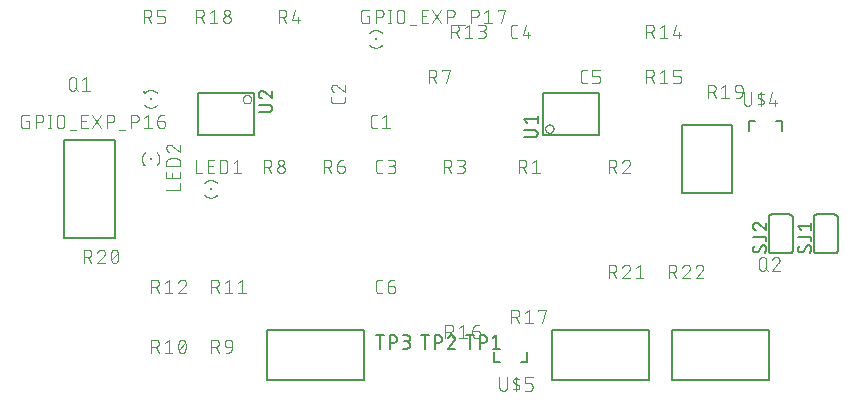
<source format=gbr>
G04 EAGLE Gerber RS-274X export*
G75*
%MOMM*%
%FSLAX34Y34*%
%LPD*%
%INSilkscreen Top*%
%IPPOS*%
%AMOC8*
5,1,8,0,0,1.08239X$1,22.5*%
G01*
%ADD10C,0.101600*%
%ADD11C,0.127000*%
%ADD12R,0.200000X0.200000*%
%ADD13R,0.150000X0.250000*%
%ADD14R,0.250000X0.150000*%
%ADD15C,0.152400*%
%ADD16C,0.050800*%


D10*
X280736Y229108D02*
X278139Y229108D01*
X278040Y229110D01*
X277940Y229116D01*
X277841Y229125D01*
X277743Y229138D01*
X277645Y229155D01*
X277547Y229176D01*
X277451Y229201D01*
X277356Y229229D01*
X277262Y229261D01*
X277169Y229296D01*
X277077Y229335D01*
X276987Y229378D01*
X276899Y229423D01*
X276812Y229473D01*
X276728Y229525D01*
X276645Y229581D01*
X276565Y229639D01*
X276487Y229701D01*
X276412Y229766D01*
X276339Y229834D01*
X276269Y229904D01*
X276201Y229977D01*
X276136Y230052D01*
X276074Y230130D01*
X276016Y230210D01*
X275960Y230293D01*
X275908Y230377D01*
X275858Y230464D01*
X275813Y230552D01*
X275770Y230642D01*
X275731Y230734D01*
X275696Y230827D01*
X275664Y230921D01*
X275636Y231016D01*
X275611Y231112D01*
X275590Y231210D01*
X275573Y231308D01*
X275560Y231406D01*
X275551Y231505D01*
X275545Y231605D01*
X275543Y231704D01*
X275543Y238196D01*
X275545Y238295D01*
X275551Y238395D01*
X275560Y238494D01*
X275573Y238592D01*
X275590Y238690D01*
X275611Y238788D01*
X275636Y238884D01*
X275664Y238979D01*
X275696Y239073D01*
X275731Y239166D01*
X275770Y239258D01*
X275813Y239348D01*
X275858Y239436D01*
X275908Y239523D01*
X275960Y239607D01*
X276016Y239690D01*
X276074Y239770D01*
X276136Y239848D01*
X276201Y239923D01*
X276269Y239996D01*
X276339Y240066D01*
X276412Y240134D01*
X276487Y240199D01*
X276565Y240261D01*
X276645Y240319D01*
X276728Y240375D01*
X276812Y240427D01*
X276899Y240477D01*
X276987Y240522D01*
X277077Y240565D01*
X277169Y240604D01*
X277261Y240639D01*
X277356Y240671D01*
X277451Y240699D01*
X277547Y240724D01*
X277645Y240745D01*
X277743Y240762D01*
X277841Y240775D01*
X277940Y240784D01*
X278040Y240790D01*
X278139Y240792D01*
X280736Y240792D01*
X285101Y238196D02*
X288346Y240792D01*
X288346Y229108D01*
X285101Y229108D02*
X291592Y229108D01*
X253492Y252739D02*
X253492Y255336D01*
X253492Y252739D02*
X253490Y252640D01*
X253484Y252540D01*
X253475Y252441D01*
X253462Y252343D01*
X253445Y252245D01*
X253424Y252147D01*
X253399Y252051D01*
X253371Y251956D01*
X253339Y251862D01*
X253304Y251769D01*
X253265Y251677D01*
X253222Y251587D01*
X253177Y251499D01*
X253127Y251412D01*
X253075Y251328D01*
X253019Y251245D01*
X252961Y251165D01*
X252899Y251087D01*
X252834Y251012D01*
X252766Y250939D01*
X252696Y250869D01*
X252623Y250801D01*
X252548Y250736D01*
X252470Y250674D01*
X252390Y250616D01*
X252307Y250560D01*
X252223Y250508D01*
X252136Y250458D01*
X252048Y250413D01*
X251958Y250370D01*
X251866Y250331D01*
X251773Y250296D01*
X251679Y250264D01*
X251584Y250236D01*
X251488Y250211D01*
X251390Y250190D01*
X251292Y250173D01*
X251194Y250160D01*
X251095Y250151D01*
X250995Y250145D01*
X250896Y250143D01*
X244404Y250143D01*
X244404Y250142D02*
X244305Y250144D01*
X244205Y250150D01*
X244106Y250159D01*
X244008Y250172D01*
X243910Y250190D01*
X243812Y250210D01*
X243716Y250235D01*
X243620Y250263D01*
X243526Y250295D01*
X243433Y250330D01*
X243342Y250369D01*
X243252Y250412D01*
X243163Y250457D01*
X243077Y250507D01*
X242992Y250559D01*
X242910Y250615D01*
X242830Y250674D01*
X242752Y250735D01*
X242676Y250800D01*
X242603Y250868D01*
X242533Y250938D01*
X242465Y251011D01*
X242400Y251087D01*
X242339Y251165D01*
X242280Y251245D01*
X242224Y251327D01*
X242172Y251412D01*
X242123Y251498D01*
X242077Y251587D01*
X242034Y251677D01*
X241995Y251768D01*
X241960Y251861D01*
X241928Y251955D01*
X241900Y252051D01*
X241875Y252147D01*
X241855Y252245D01*
X241837Y252343D01*
X241824Y252441D01*
X241815Y252540D01*
X241809Y252639D01*
X241807Y252739D01*
X241808Y252739D02*
X241808Y255336D01*
X241808Y263271D02*
X241810Y263378D01*
X241816Y263484D01*
X241826Y263590D01*
X241839Y263696D01*
X241857Y263802D01*
X241878Y263906D01*
X241903Y264010D01*
X241932Y264113D01*
X241964Y264214D01*
X242001Y264314D01*
X242041Y264413D01*
X242084Y264511D01*
X242131Y264607D01*
X242182Y264701D01*
X242236Y264793D01*
X242293Y264883D01*
X242353Y264971D01*
X242417Y265056D01*
X242484Y265139D01*
X242554Y265220D01*
X242626Y265298D01*
X242702Y265374D01*
X242780Y265446D01*
X242861Y265516D01*
X242944Y265583D01*
X243029Y265647D01*
X243117Y265707D01*
X243207Y265764D01*
X243299Y265818D01*
X243393Y265869D01*
X243489Y265916D01*
X243587Y265959D01*
X243686Y265999D01*
X243786Y266036D01*
X243887Y266068D01*
X243990Y266097D01*
X244094Y266122D01*
X244198Y266143D01*
X244304Y266161D01*
X244410Y266174D01*
X244516Y266184D01*
X244622Y266190D01*
X244729Y266192D01*
X241808Y263271D02*
X241810Y263150D01*
X241816Y263029D01*
X241826Y262909D01*
X241839Y262788D01*
X241857Y262669D01*
X241878Y262549D01*
X241903Y262431D01*
X241932Y262314D01*
X241965Y262197D01*
X242001Y262082D01*
X242042Y261968D01*
X242085Y261855D01*
X242133Y261743D01*
X242184Y261634D01*
X242239Y261526D01*
X242297Y261419D01*
X242358Y261315D01*
X242423Y261213D01*
X242491Y261113D01*
X242562Y261015D01*
X242636Y260919D01*
X242713Y260826D01*
X242794Y260736D01*
X242877Y260648D01*
X242963Y260563D01*
X243052Y260480D01*
X243143Y260401D01*
X243237Y260324D01*
X243333Y260251D01*
X243431Y260181D01*
X243532Y260114D01*
X243635Y260050D01*
X243740Y259990D01*
X243847Y259932D01*
X243955Y259879D01*
X244065Y259829D01*
X244177Y259783D01*
X244290Y259740D01*
X244405Y259701D01*
X247001Y265218D02*
X246923Y265297D01*
X246843Y265373D01*
X246760Y265446D01*
X246674Y265516D01*
X246587Y265583D01*
X246496Y265647D01*
X246404Y265707D01*
X246310Y265765D01*
X246213Y265819D01*
X246115Y265869D01*
X246015Y265916D01*
X245914Y265960D01*
X245811Y266000D01*
X245706Y266036D01*
X245601Y266068D01*
X245494Y266097D01*
X245387Y266122D01*
X245278Y266144D01*
X245169Y266161D01*
X245060Y266175D01*
X244950Y266184D01*
X244839Y266190D01*
X244729Y266192D01*
X247001Y265218D02*
X253492Y259701D01*
X253492Y266192D01*
X282504Y191008D02*
X285101Y191008D01*
X282504Y191008D02*
X282405Y191010D01*
X282305Y191016D01*
X282206Y191025D01*
X282108Y191038D01*
X282010Y191055D01*
X281912Y191076D01*
X281816Y191101D01*
X281721Y191129D01*
X281627Y191161D01*
X281534Y191196D01*
X281442Y191235D01*
X281352Y191278D01*
X281264Y191323D01*
X281177Y191373D01*
X281093Y191425D01*
X281010Y191481D01*
X280930Y191539D01*
X280852Y191601D01*
X280777Y191666D01*
X280704Y191734D01*
X280634Y191804D01*
X280566Y191877D01*
X280501Y191952D01*
X280439Y192030D01*
X280381Y192110D01*
X280325Y192193D01*
X280273Y192277D01*
X280223Y192364D01*
X280178Y192452D01*
X280135Y192542D01*
X280096Y192634D01*
X280061Y192727D01*
X280029Y192821D01*
X280001Y192916D01*
X279976Y193012D01*
X279955Y193110D01*
X279938Y193208D01*
X279925Y193306D01*
X279916Y193405D01*
X279910Y193505D01*
X279908Y193604D01*
X279908Y200096D01*
X279910Y200195D01*
X279916Y200295D01*
X279925Y200394D01*
X279938Y200492D01*
X279955Y200590D01*
X279976Y200688D01*
X280001Y200784D01*
X280029Y200879D01*
X280061Y200973D01*
X280096Y201066D01*
X280135Y201158D01*
X280178Y201248D01*
X280223Y201336D01*
X280273Y201423D01*
X280325Y201507D01*
X280381Y201590D01*
X280439Y201670D01*
X280501Y201748D01*
X280566Y201823D01*
X280634Y201896D01*
X280704Y201966D01*
X280777Y202034D01*
X280852Y202099D01*
X280930Y202161D01*
X281010Y202219D01*
X281093Y202275D01*
X281177Y202327D01*
X281264Y202377D01*
X281352Y202422D01*
X281442Y202465D01*
X281534Y202504D01*
X281626Y202539D01*
X281721Y202571D01*
X281816Y202599D01*
X281912Y202624D01*
X282010Y202645D01*
X282108Y202662D01*
X282206Y202675D01*
X282305Y202684D01*
X282405Y202690D01*
X282504Y202692D01*
X285101Y202692D01*
X289466Y191008D02*
X292712Y191008D01*
X292825Y191010D01*
X292938Y191016D01*
X293051Y191026D01*
X293164Y191040D01*
X293276Y191057D01*
X293387Y191079D01*
X293497Y191104D01*
X293607Y191134D01*
X293715Y191167D01*
X293822Y191204D01*
X293928Y191244D01*
X294032Y191289D01*
X294135Y191337D01*
X294236Y191388D01*
X294335Y191443D01*
X294432Y191501D01*
X294527Y191563D01*
X294620Y191628D01*
X294710Y191696D01*
X294798Y191767D01*
X294884Y191842D01*
X294967Y191919D01*
X295047Y191999D01*
X295124Y192082D01*
X295199Y192168D01*
X295270Y192256D01*
X295338Y192346D01*
X295403Y192439D01*
X295465Y192534D01*
X295523Y192631D01*
X295578Y192730D01*
X295629Y192831D01*
X295677Y192934D01*
X295722Y193038D01*
X295762Y193144D01*
X295799Y193251D01*
X295832Y193359D01*
X295862Y193469D01*
X295887Y193579D01*
X295909Y193690D01*
X295926Y193802D01*
X295940Y193915D01*
X295950Y194028D01*
X295956Y194141D01*
X295958Y194254D01*
X295956Y194367D01*
X295950Y194480D01*
X295940Y194593D01*
X295926Y194706D01*
X295909Y194818D01*
X295887Y194929D01*
X295862Y195039D01*
X295832Y195149D01*
X295799Y195257D01*
X295762Y195364D01*
X295722Y195470D01*
X295677Y195574D01*
X295629Y195677D01*
X295578Y195778D01*
X295523Y195877D01*
X295465Y195974D01*
X295403Y196069D01*
X295338Y196162D01*
X295270Y196252D01*
X295199Y196340D01*
X295124Y196426D01*
X295047Y196509D01*
X294967Y196589D01*
X294884Y196666D01*
X294798Y196741D01*
X294710Y196812D01*
X294620Y196880D01*
X294527Y196945D01*
X294432Y197007D01*
X294335Y197065D01*
X294236Y197120D01*
X294135Y197171D01*
X294032Y197219D01*
X293928Y197264D01*
X293822Y197304D01*
X293715Y197341D01*
X293607Y197374D01*
X293497Y197404D01*
X293387Y197429D01*
X293276Y197451D01*
X293164Y197468D01*
X293051Y197482D01*
X292938Y197492D01*
X292825Y197498D01*
X292712Y197500D01*
X293361Y202692D02*
X289466Y202692D01*
X293361Y202692D02*
X293462Y202690D01*
X293562Y202684D01*
X293662Y202674D01*
X293762Y202661D01*
X293861Y202643D01*
X293960Y202622D01*
X294057Y202597D01*
X294154Y202568D01*
X294249Y202535D01*
X294343Y202499D01*
X294435Y202459D01*
X294526Y202416D01*
X294615Y202369D01*
X294702Y202319D01*
X294788Y202265D01*
X294871Y202208D01*
X294951Y202148D01*
X295030Y202085D01*
X295106Y202018D01*
X295179Y201949D01*
X295249Y201877D01*
X295317Y201803D01*
X295382Y201726D01*
X295443Y201646D01*
X295502Y201564D01*
X295557Y201480D01*
X295609Y201394D01*
X295658Y201306D01*
X295703Y201216D01*
X295745Y201124D01*
X295783Y201031D01*
X295817Y200936D01*
X295848Y200841D01*
X295875Y200744D01*
X295898Y200646D01*
X295918Y200547D01*
X295933Y200447D01*
X295945Y200347D01*
X295953Y200247D01*
X295957Y200146D01*
X295957Y200046D01*
X295953Y199945D01*
X295945Y199845D01*
X295933Y199745D01*
X295918Y199645D01*
X295898Y199546D01*
X295875Y199448D01*
X295848Y199351D01*
X295817Y199256D01*
X295783Y199161D01*
X295745Y199068D01*
X295703Y198976D01*
X295658Y198886D01*
X295609Y198798D01*
X295557Y198712D01*
X295502Y198628D01*
X295443Y198546D01*
X295382Y198466D01*
X295317Y198389D01*
X295249Y198315D01*
X295179Y198243D01*
X295106Y198174D01*
X295030Y198107D01*
X294951Y198044D01*
X294871Y197984D01*
X294788Y197927D01*
X294702Y197873D01*
X294615Y197823D01*
X294526Y197776D01*
X294435Y197733D01*
X294343Y197693D01*
X294249Y197657D01*
X294154Y197624D01*
X294057Y197595D01*
X293960Y197570D01*
X293861Y197549D01*
X293762Y197531D01*
X293662Y197518D01*
X293562Y197508D01*
X293462Y197502D01*
X293361Y197500D01*
X293361Y197499D02*
X290764Y197499D01*
X396804Y305308D02*
X399401Y305308D01*
X396804Y305308D02*
X396705Y305310D01*
X396605Y305316D01*
X396506Y305325D01*
X396408Y305338D01*
X396310Y305355D01*
X396212Y305376D01*
X396116Y305401D01*
X396021Y305429D01*
X395927Y305461D01*
X395834Y305496D01*
X395742Y305535D01*
X395652Y305578D01*
X395564Y305623D01*
X395477Y305673D01*
X395393Y305725D01*
X395310Y305781D01*
X395230Y305839D01*
X395152Y305901D01*
X395077Y305966D01*
X395004Y306034D01*
X394934Y306104D01*
X394866Y306177D01*
X394801Y306252D01*
X394739Y306330D01*
X394681Y306410D01*
X394625Y306493D01*
X394573Y306577D01*
X394523Y306664D01*
X394478Y306752D01*
X394435Y306842D01*
X394396Y306934D01*
X394361Y307027D01*
X394329Y307121D01*
X394301Y307216D01*
X394276Y307312D01*
X394255Y307410D01*
X394238Y307508D01*
X394225Y307606D01*
X394216Y307705D01*
X394210Y307805D01*
X394208Y307904D01*
X394208Y314396D01*
X394210Y314495D01*
X394216Y314595D01*
X394225Y314694D01*
X394238Y314792D01*
X394255Y314890D01*
X394276Y314988D01*
X394301Y315084D01*
X394329Y315179D01*
X394361Y315273D01*
X394396Y315366D01*
X394435Y315458D01*
X394478Y315548D01*
X394523Y315636D01*
X394573Y315723D01*
X394625Y315807D01*
X394681Y315890D01*
X394739Y315970D01*
X394801Y316048D01*
X394866Y316123D01*
X394934Y316196D01*
X395004Y316266D01*
X395077Y316334D01*
X395152Y316399D01*
X395230Y316461D01*
X395310Y316519D01*
X395393Y316575D01*
X395477Y316627D01*
X395564Y316677D01*
X395652Y316722D01*
X395742Y316765D01*
X395834Y316804D01*
X395926Y316839D01*
X396021Y316871D01*
X396116Y316899D01*
X396212Y316924D01*
X396310Y316945D01*
X396408Y316962D01*
X396506Y316975D01*
X396605Y316984D01*
X396705Y316990D01*
X396804Y316992D01*
X399401Y316992D01*
X406363Y316992D02*
X403766Y307904D01*
X410257Y307904D01*
X408310Y310501D02*
X408310Y305308D01*
X455939Y267208D02*
X458536Y267208D01*
X455939Y267208D02*
X455840Y267210D01*
X455740Y267216D01*
X455641Y267225D01*
X455543Y267238D01*
X455445Y267255D01*
X455347Y267276D01*
X455251Y267301D01*
X455156Y267329D01*
X455062Y267361D01*
X454969Y267396D01*
X454877Y267435D01*
X454787Y267478D01*
X454699Y267523D01*
X454612Y267573D01*
X454528Y267625D01*
X454445Y267681D01*
X454365Y267739D01*
X454287Y267801D01*
X454212Y267866D01*
X454139Y267934D01*
X454069Y268004D01*
X454001Y268077D01*
X453936Y268152D01*
X453874Y268230D01*
X453816Y268310D01*
X453760Y268393D01*
X453708Y268477D01*
X453658Y268564D01*
X453613Y268652D01*
X453570Y268742D01*
X453531Y268834D01*
X453496Y268927D01*
X453464Y269021D01*
X453436Y269116D01*
X453411Y269212D01*
X453390Y269310D01*
X453373Y269408D01*
X453360Y269506D01*
X453351Y269605D01*
X453345Y269705D01*
X453343Y269804D01*
X453343Y276296D01*
X453345Y276395D01*
X453351Y276495D01*
X453360Y276594D01*
X453373Y276692D01*
X453390Y276790D01*
X453411Y276888D01*
X453436Y276984D01*
X453464Y277079D01*
X453496Y277173D01*
X453531Y277266D01*
X453570Y277358D01*
X453613Y277448D01*
X453658Y277536D01*
X453708Y277623D01*
X453760Y277707D01*
X453816Y277790D01*
X453874Y277870D01*
X453936Y277948D01*
X454001Y278023D01*
X454069Y278096D01*
X454139Y278166D01*
X454212Y278234D01*
X454287Y278299D01*
X454365Y278361D01*
X454445Y278419D01*
X454528Y278475D01*
X454612Y278527D01*
X454699Y278577D01*
X454787Y278622D01*
X454877Y278665D01*
X454969Y278704D01*
X455061Y278739D01*
X455156Y278771D01*
X455251Y278799D01*
X455347Y278824D01*
X455445Y278845D01*
X455543Y278862D01*
X455641Y278875D01*
X455740Y278884D01*
X455840Y278890D01*
X455939Y278892D01*
X458536Y278892D01*
X462901Y267208D02*
X466796Y267208D01*
X466895Y267210D01*
X466995Y267216D01*
X467094Y267225D01*
X467192Y267238D01*
X467290Y267255D01*
X467388Y267276D01*
X467484Y267301D01*
X467579Y267329D01*
X467673Y267361D01*
X467766Y267396D01*
X467858Y267435D01*
X467948Y267478D01*
X468036Y267523D01*
X468123Y267573D01*
X468207Y267625D01*
X468290Y267681D01*
X468370Y267739D01*
X468448Y267801D01*
X468523Y267866D01*
X468596Y267934D01*
X468666Y268004D01*
X468734Y268077D01*
X468799Y268152D01*
X468861Y268230D01*
X468919Y268310D01*
X468975Y268393D01*
X469027Y268477D01*
X469077Y268564D01*
X469122Y268652D01*
X469165Y268742D01*
X469204Y268834D01*
X469239Y268927D01*
X469271Y269021D01*
X469299Y269116D01*
X469324Y269212D01*
X469345Y269310D01*
X469362Y269408D01*
X469375Y269506D01*
X469384Y269605D01*
X469390Y269705D01*
X469392Y269804D01*
X469392Y271103D01*
X469390Y271202D01*
X469384Y271302D01*
X469375Y271401D01*
X469362Y271499D01*
X469345Y271597D01*
X469324Y271695D01*
X469299Y271791D01*
X469271Y271886D01*
X469239Y271980D01*
X469204Y272073D01*
X469165Y272165D01*
X469122Y272255D01*
X469077Y272343D01*
X469027Y272430D01*
X468975Y272514D01*
X468919Y272597D01*
X468861Y272677D01*
X468799Y272755D01*
X468734Y272830D01*
X468666Y272903D01*
X468596Y272973D01*
X468523Y273041D01*
X468448Y273106D01*
X468370Y273168D01*
X468290Y273226D01*
X468207Y273282D01*
X468123Y273334D01*
X468036Y273384D01*
X467948Y273429D01*
X467858Y273472D01*
X467766Y273511D01*
X467673Y273546D01*
X467579Y273578D01*
X467484Y273606D01*
X467388Y273631D01*
X467290Y273652D01*
X467192Y273669D01*
X467094Y273682D01*
X466995Y273691D01*
X466895Y273697D01*
X466796Y273699D01*
X462901Y273699D01*
X462901Y278892D01*
X469392Y278892D01*
X285101Y89408D02*
X282504Y89408D01*
X282405Y89410D01*
X282305Y89416D01*
X282206Y89425D01*
X282108Y89438D01*
X282010Y89455D01*
X281912Y89476D01*
X281816Y89501D01*
X281721Y89529D01*
X281627Y89561D01*
X281534Y89596D01*
X281442Y89635D01*
X281352Y89678D01*
X281264Y89723D01*
X281177Y89773D01*
X281093Y89825D01*
X281010Y89881D01*
X280930Y89939D01*
X280852Y90001D01*
X280777Y90066D01*
X280704Y90134D01*
X280634Y90204D01*
X280566Y90277D01*
X280501Y90352D01*
X280439Y90430D01*
X280381Y90510D01*
X280325Y90593D01*
X280273Y90677D01*
X280223Y90764D01*
X280178Y90852D01*
X280135Y90942D01*
X280096Y91034D01*
X280061Y91127D01*
X280029Y91221D01*
X280001Y91316D01*
X279976Y91412D01*
X279955Y91510D01*
X279938Y91608D01*
X279925Y91706D01*
X279916Y91805D01*
X279910Y91905D01*
X279908Y92004D01*
X279908Y98496D01*
X279910Y98595D01*
X279916Y98695D01*
X279925Y98794D01*
X279938Y98892D01*
X279955Y98990D01*
X279976Y99088D01*
X280001Y99184D01*
X280029Y99279D01*
X280061Y99373D01*
X280096Y99466D01*
X280135Y99558D01*
X280178Y99648D01*
X280223Y99736D01*
X280273Y99823D01*
X280325Y99907D01*
X280381Y99990D01*
X280439Y100070D01*
X280501Y100148D01*
X280566Y100223D01*
X280634Y100296D01*
X280704Y100366D01*
X280777Y100434D01*
X280852Y100499D01*
X280930Y100561D01*
X281010Y100619D01*
X281093Y100675D01*
X281177Y100727D01*
X281264Y100777D01*
X281352Y100822D01*
X281442Y100865D01*
X281534Y100904D01*
X281626Y100939D01*
X281721Y100971D01*
X281816Y100999D01*
X281912Y101024D01*
X282010Y101045D01*
X282108Y101062D01*
X282206Y101075D01*
X282305Y101084D01*
X282405Y101090D01*
X282504Y101092D01*
X285101Y101092D01*
X289466Y95899D02*
X293361Y95899D01*
X293460Y95897D01*
X293560Y95891D01*
X293659Y95882D01*
X293757Y95869D01*
X293855Y95852D01*
X293953Y95831D01*
X294049Y95806D01*
X294144Y95778D01*
X294238Y95746D01*
X294331Y95711D01*
X294423Y95672D01*
X294513Y95629D01*
X294601Y95584D01*
X294688Y95534D01*
X294772Y95482D01*
X294855Y95426D01*
X294935Y95368D01*
X295013Y95306D01*
X295088Y95241D01*
X295161Y95173D01*
X295231Y95103D01*
X295299Y95030D01*
X295364Y94955D01*
X295426Y94877D01*
X295484Y94797D01*
X295540Y94714D01*
X295592Y94630D01*
X295642Y94543D01*
X295687Y94455D01*
X295730Y94365D01*
X295769Y94273D01*
X295804Y94180D01*
X295836Y94086D01*
X295864Y93991D01*
X295889Y93895D01*
X295910Y93797D01*
X295927Y93699D01*
X295940Y93601D01*
X295949Y93502D01*
X295955Y93402D01*
X295957Y93303D01*
X295957Y92654D01*
X295958Y92654D02*
X295956Y92541D01*
X295950Y92428D01*
X295940Y92315D01*
X295926Y92202D01*
X295909Y92090D01*
X295887Y91979D01*
X295862Y91869D01*
X295832Y91759D01*
X295799Y91651D01*
X295762Y91544D01*
X295722Y91438D01*
X295677Y91334D01*
X295629Y91231D01*
X295578Y91130D01*
X295523Y91031D01*
X295465Y90934D01*
X295403Y90839D01*
X295338Y90746D01*
X295270Y90656D01*
X295199Y90568D01*
X295124Y90482D01*
X295047Y90399D01*
X294967Y90319D01*
X294884Y90242D01*
X294798Y90167D01*
X294710Y90096D01*
X294620Y90028D01*
X294527Y89963D01*
X294432Y89901D01*
X294335Y89843D01*
X294236Y89788D01*
X294135Y89737D01*
X294032Y89689D01*
X293928Y89644D01*
X293822Y89604D01*
X293715Y89567D01*
X293607Y89534D01*
X293497Y89504D01*
X293387Y89479D01*
X293276Y89457D01*
X293164Y89440D01*
X293051Y89426D01*
X292938Y89416D01*
X292825Y89410D01*
X292712Y89408D01*
X292599Y89410D01*
X292486Y89416D01*
X292373Y89426D01*
X292260Y89440D01*
X292148Y89457D01*
X292037Y89479D01*
X291927Y89504D01*
X291817Y89534D01*
X291709Y89567D01*
X291602Y89604D01*
X291496Y89644D01*
X291392Y89689D01*
X291289Y89737D01*
X291188Y89788D01*
X291089Y89843D01*
X290992Y89901D01*
X290897Y89963D01*
X290804Y90028D01*
X290714Y90096D01*
X290626Y90167D01*
X290540Y90242D01*
X290457Y90319D01*
X290377Y90399D01*
X290300Y90482D01*
X290225Y90568D01*
X290154Y90656D01*
X290086Y90746D01*
X290021Y90839D01*
X289959Y90934D01*
X289901Y91031D01*
X289846Y91130D01*
X289795Y91231D01*
X289747Y91334D01*
X289702Y91438D01*
X289662Y91544D01*
X289625Y91651D01*
X289592Y91759D01*
X289562Y91869D01*
X289537Y91979D01*
X289515Y92090D01*
X289498Y92202D01*
X289484Y92315D01*
X289474Y92428D01*
X289468Y92541D01*
X289466Y92654D01*
X289466Y95899D01*
X289468Y96042D01*
X289474Y96185D01*
X289484Y96328D01*
X289498Y96470D01*
X289515Y96612D01*
X289537Y96754D01*
X289562Y96895D01*
X289592Y97035D01*
X289625Y97174D01*
X289662Y97312D01*
X289703Y97449D01*
X289747Y97585D01*
X289796Y97720D01*
X289848Y97853D01*
X289903Y97985D01*
X289963Y98115D01*
X290026Y98244D01*
X290092Y98371D01*
X290162Y98495D01*
X290235Y98618D01*
X290312Y98739D01*
X290392Y98858D01*
X290475Y98974D01*
X290561Y99089D01*
X290650Y99200D01*
X290743Y99310D01*
X290838Y99416D01*
X290937Y99520D01*
X291038Y99621D01*
X291142Y99720D01*
X291248Y99815D01*
X291358Y99908D01*
X291469Y99997D01*
X291584Y100083D01*
X291700Y100166D01*
X291819Y100246D01*
X291940Y100323D01*
X292062Y100396D01*
X292187Y100466D01*
X292314Y100532D01*
X292443Y100595D01*
X292573Y100655D01*
X292705Y100710D01*
X292838Y100762D01*
X292973Y100811D01*
X293109Y100855D01*
X293246Y100896D01*
X293384Y100933D01*
X293523Y100966D01*
X293663Y100996D01*
X293804Y101021D01*
X293946Y101043D01*
X294088Y101060D01*
X294230Y101074D01*
X294373Y101084D01*
X294516Y101090D01*
X294659Y101092D01*
D11*
X187350Y58300D02*
X187350Y15800D01*
X269850Y15800D01*
X269850Y58300D01*
X187350Y58300D01*
X58300Y219050D02*
X15800Y219050D01*
X15800Y136550D01*
X58300Y136550D01*
X58300Y219050D01*
X538600Y174450D02*
X581100Y174450D01*
X581100Y231950D01*
X538600Y231950D01*
X538600Y174450D01*
D10*
X94400Y259000D02*
X94276Y259133D01*
X94148Y259263D01*
X94018Y259390D01*
X93884Y259514D01*
X93748Y259635D01*
X93608Y259752D01*
X93466Y259865D01*
X93321Y259975D01*
X93173Y260082D01*
X93023Y260185D01*
X92870Y260284D01*
X92715Y260379D01*
X92558Y260471D01*
X92398Y260558D01*
X92236Y260642D01*
X92073Y260722D01*
X91907Y260798D01*
X91740Y260869D01*
X91570Y260937D01*
X91400Y261000D01*
X91228Y261059D01*
X91054Y261114D01*
X90879Y261165D01*
X90703Y261211D01*
X90526Y261253D01*
X90348Y261291D01*
X90168Y261324D01*
X89989Y261353D01*
X89808Y261377D01*
X89627Y261397D01*
X89446Y261413D01*
X89264Y261424D01*
X89082Y261431D01*
X88900Y261433D01*
X88718Y261431D01*
X88536Y261424D01*
X88354Y261413D01*
X88173Y261397D01*
X87992Y261377D01*
X87811Y261353D01*
X87632Y261324D01*
X87452Y261291D01*
X87274Y261253D01*
X87097Y261211D01*
X86921Y261165D01*
X86746Y261114D01*
X86572Y261059D01*
X86400Y261000D01*
X86230Y260937D01*
X86060Y260869D01*
X85893Y260798D01*
X85727Y260722D01*
X85564Y260642D01*
X85402Y260558D01*
X85242Y260471D01*
X85085Y260379D01*
X84930Y260284D01*
X84777Y260185D01*
X84627Y260082D01*
X84479Y259975D01*
X84334Y259865D01*
X84192Y259752D01*
X84052Y259635D01*
X83916Y259514D01*
X83782Y259390D01*
X83652Y259263D01*
X83524Y259133D01*
X83400Y259000D01*
X83400Y249000D02*
X83524Y248867D01*
X83652Y248737D01*
X83782Y248610D01*
X83916Y248486D01*
X84052Y248365D01*
X84192Y248248D01*
X84334Y248135D01*
X84479Y248025D01*
X84627Y247918D01*
X84777Y247815D01*
X84930Y247716D01*
X85085Y247621D01*
X85242Y247529D01*
X85402Y247442D01*
X85564Y247358D01*
X85727Y247278D01*
X85893Y247202D01*
X86060Y247131D01*
X86230Y247063D01*
X86400Y247000D01*
X86572Y246941D01*
X86746Y246886D01*
X86921Y246835D01*
X87097Y246789D01*
X87274Y246747D01*
X87452Y246709D01*
X87632Y246676D01*
X87811Y246647D01*
X87992Y246623D01*
X88173Y246603D01*
X88354Y246587D01*
X88536Y246576D01*
X88718Y246569D01*
X88900Y246567D01*
X89082Y246569D01*
X89264Y246576D01*
X89446Y246587D01*
X89627Y246603D01*
X89808Y246623D01*
X89989Y246647D01*
X90168Y246676D01*
X90348Y246709D01*
X90526Y246747D01*
X90703Y246789D01*
X90879Y246835D01*
X91054Y246886D01*
X91228Y246941D01*
X91400Y247000D01*
X91570Y247063D01*
X91740Y247131D01*
X91907Y247202D01*
X92073Y247278D01*
X92236Y247358D01*
X92398Y247442D01*
X92558Y247529D01*
X92715Y247621D01*
X92870Y247716D01*
X93023Y247815D01*
X93173Y247918D01*
X93321Y248025D01*
X93466Y248135D01*
X93608Y248248D01*
X93748Y248365D01*
X93884Y248486D01*
X94018Y248610D01*
X94148Y248737D01*
X94276Y248867D01*
X94400Y249000D01*
D12*
X88900Y254000D03*
D13*
X83650Y259750D03*
D10*
X-14351Y235599D02*
X-16298Y235599D01*
X-14351Y235599D02*
X-14351Y229108D01*
X-18245Y229108D01*
X-18344Y229110D01*
X-18444Y229116D01*
X-18543Y229125D01*
X-18641Y229138D01*
X-18739Y229155D01*
X-18837Y229176D01*
X-18933Y229201D01*
X-19028Y229229D01*
X-19122Y229261D01*
X-19215Y229296D01*
X-19307Y229335D01*
X-19397Y229378D01*
X-19485Y229423D01*
X-19572Y229473D01*
X-19656Y229525D01*
X-19739Y229581D01*
X-19819Y229639D01*
X-19897Y229701D01*
X-19972Y229766D01*
X-20045Y229834D01*
X-20115Y229904D01*
X-20183Y229977D01*
X-20248Y230052D01*
X-20310Y230130D01*
X-20368Y230210D01*
X-20424Y230293D01*
X-20476Y230377D01*
X-20526Y230464D01*
X-20571Y230552D01*
X-20614Y230642D01*
X-20653Y230734D01*
X-20688Y230827D01*
X-20720Y230921D01*
X-20748Y231016D01*
X-20773Y231112D01*
X-20794Y231210D01*
X-20811Y231308D01*
X-20824Y231406D01*
X-20833Y231505D01*
X-20839Y231605D01*
X-20841Y231704D01*
X-20842Y231704D02*
X-20842Y238196D01*
X-20841Y238196D02*
X-20839Y238295D01*
X-20833Y238395D01*
X-20824Y238494D01*
X-20811Y238592D01*
X-20794Y238690D01*
X-20773Y238788D01*
X-20748Y238884D01*
X-20720Y238979D01*
X-20688Y239073D01*
X-20653Y239166D01*
X-20614Y239258D01*
X-20571Y239348D01*
X-20526Y239436D01*
X-20476Y239523D01*
X-20424Y239607D01*
X-20368Y239690D01*
X-20310Y239770D01*
X-20248Y239848D01*
X-20183Y239923D01*
X-20115Y239996D01*
X-20045Y240066D01*
X-19972Y240134D01*
X-19897Y240199D01*
X-19819Y240261D01*
X-19739Y240319D01*
X-19656Y240375D01*
X-19572Y240427D01*
X-19485Y240477D01*
X-19397Y240522D01*
X-19307Y240565D01*
X-19215Y240604D01*
X-19122Y240639D01*
X-19028Y240671D01*
X-18933Y240699D01*
X-18837Y240724D01*
X-18739Y240745D01*
X-18641Y240762D01*
X-18543Y240775D01*
X-18444Y240784D01*
X-18344Y240790D01*
X-18245Y240792D01*
X-14351Y240792D01*
X-8481Y240792D02*
X-8481Y229108D01*
X-8481Y240792D02*
X-5235Y240792D01*
X-5122Y240790D01*
X-5009Y240784D01*
X-4896Y240774D01*
X-4783Y240760D01*
X-4671Y240743D01*
X-4560Y240721D01*
X-4450Y240696D01*
X-4340Y240666D01*
X-4232Y240633D01*
X-4125Y240596D01*
X-4019Y240556D01*
X-3915Y240511D01*
X-3812Y240463D01*
X-3711Y240412D01*
X-3612Y240357D01*
X-3515Y240299D01*
X-3420Y240237D01*
X-3327Y240172D01*
X-3237Y240104D01*
X-3149Y240033D01*
X-3063Y239958D01*
X-2980Y239881D01*
X-2900Y239801D01*
X-2823Y239718D01*
X-2748Y239632D01*
X-2677Y239544D01*
X-2609Y239454D01*
X-2544Y239361D01*
X-2482Y239266D01*
X-2424Y239169D01*
X-2369Y239070D01*
X-2318Y238969D01*
X-2270Y238866D01*
X-2225Y238762D01*
X-2185Y238656D01*
X-2148Y238549D01*
X-2115Y238441D01*
X-2085Y238331D01*
X-2060Y238221D01*
X-2038Y238110D01*
X-2021Y237998D01*
X-2007Y237885D01*
X-1997Y237772D01*
X-1991Y237659D01*
X-1989Y237546D01*
X-1991Y237433D01*
X-1997Y237320D01*
X-2007Y237207D01*
X-2021Y237094D01*
X-2038Y236982D01*
X-2060Y236871D01*
X-2085Y236761D01*
X-2115Y236651D01*
X-2148Y236543D01*
X-2185Y236436D01*
X-2225Y236330D01*
X-2270Y236226D01*
X-2318Y236123D01*
X-2369Y236022D01*
X-2424Y235923D01*
X-2482Y235826D01*
X-2544Y235731D01*
X-2609Y235638D01*
X-2677Y235548D01*
X-2748Y235460D01*
X-2823Y235374D01*
X-2900Y235291D01*
X-2980Y235211D01*
X-3063Y235134D01*
X-3149Y235059D01*
X-3237Y234988D01*
X-3327Y234920D01*
X-3420Y234855D01*
X-3515Y234793D01*
X-3612Y234735D01*
X-3711Y234680D01*
X-3812Y234629D01*
X-3915Y234581D01*
X-4019Y234536D01*
X-4125Y234496D01*
X-4232Y234459D01*
X-4340Y234426D01*
X-4450Y234396D01*
X-4560Y234371D01*
X-4671Y234349D01*
X-4783Y234332D01*
X-4896Y234318D01*
X-5009Y234308D01*
X-5122Y234302D01*
X-5235Y234300D01*
X-5235Y234301D02*
X-8481Y234301D01*
X3359Y229108D02*
X3359Y240792D01*
X2060Y229108D02*
X4657Y229108D01*
X4657Y240792D02*
X2060Y240792D01*
X9257Y237546D02*
X9257Y232354D01*
X9257Y237546D02*
X9259Y237659D01*
X9265Y237772D01*
X9275Y237885D01*
X9289Y237998D01*
X9306Y238110D01*
X9328Y238221D01*
X9353Y238331D01*
X9383Y238441D01*
X9416Y238549D01*
X9453Y238656D01*
X9493Y238762D01*
X9538Y238866D01*
X9586Y238969D01*
X9637Y239070D01*
X9692Y239169D01*
X9750Y239266D01*
X9812Y239361D01*
X9877Y239454D01*
X9945Y239544D01*
X10016Y239632D01*
X10091Y239718D01*
X10168Y239801D01*
X10248Y239881D01*
X10331Y239958D01*
X10417Y240033D01*
X10505Y240104D01*
X10595Y240172D01*
X10688Y240237D01*
X10783Y240299D01*
X10880Y240357D01*
X10979Y240412D01*
X11080Y240463D01*
X11183Y240511D01*
X11287Y240556D01*
X11393Y240596D01*
X11500Y240633D01*
X11608Y240666D01*
X11718Y240696D01*
X11828Y240721D01*
X11939Y240743D01*
X12051Y240760D01*
X12164Y240774D01*
X12277Y240784D01*
X12390Y240790D01*
X12503Y240792D01*
X12616Y240790D01*
X12729Y240784D01*
X12842Y240774D01*
X12955Y240760D01*
X13067Y240743D01*
X13178Y240721D01*
X13288Y240696D01*
X13398Y240666D01*
X13506Y240633D01*
X13613Y240596D01*
X13719Y240556D01*
X13823Y240511D01*
X13926Y240463D01*
X14027Y240412D01*
X14126Y240357D01*
X14223Y240299D01*
X14318Y240237D01*
X14411Y240172D01*
X14501Y240104D01*
X14589Y240033D01*
X14675Y239958D01*
X14758Y239881D01*
X14838Y239801D01*
X14915Y239718D01*
X14990Y239632D01*
X15061Y239544D01*
X15129Y239454D01*
X15194Y239361D01*
X15256Y239266D01*
X15314Y239169D01*
X15369Y239070D01*
X15420Y238969D01*
X15468Y238866D01*
X15513Y238762D01*
X15553Y238656D01*
X15590Y238549D01*
X15623Y238441D01*
X15653Y238331D01*
X15678Y238221D01*
X15700Y238110D01*
X15717Y237998D01*
X15731Y237885D01*
X15741Y237772D01*
X15747Y237659D01*
X15749Y237546D01*
X15748Y237546D02*
X15748Y232354D01*
X15749Y232354D02*
X15747Y232241D01*
X15741Y232128D01*
X15731Y232015D01*
X15717Y231902D01*
X15700Y231790D01*
X15678Y231679D01*
X15653Y231569D01*
X15623Y231459D01*
X15590Y231351D01*
X15553Y231244D01*
X15513Y231138D01*
X15468Y231034D01*
X15420Y230931D01*
X15369Y230830D01*
X15314Y230731D01*
X15256Y230634D01*
X15194Y230539D01*
X15129Y230446D01*
X15061Y230356D01*
X14990Y230268D01*
X14915Y230182D01*
X14838Y230099D01*
X14758Y230019D01*
X14675Y229942D01*
X14589Y229867D01*
X14501Y229796D01*
X14411Y229728D01*
X14318Y229663D01*
X14223Y229601D01*
X14126Y229543D01*
X14027Y229488D01*
X13926Y229437D01*
X13823Y229389D01*
X13719Y229344D01*
X13613Y229304D01*
X13506Y229267D01*
X13398Y229234D01*
X13288Y229204D01*
X13178Y229179D01*
X13067Y229157D01*
X12955Y229140D01*
X12842Y229126D01*
X12729Y229116D01*
X12616Y229110D01*
X12503Y229108D01*
X12390Y229110D01*
X12277Y229116D01*
X12164Y229126D01*
X12051Y229140D01*
X11939Y229157D01*
X11828Y229179D01*
X11718Y229204D01*
X11608Y229234D01*
X11500Y229267D01*
X11393Y229304D01*
X11287Y229344D01*
X11183Y229389D01*
X11080Y229437D01*
X10979Y229488D01*
X10880Y229543D01*
X10783Y229601D01*
X10688Y229663D01*
X10595Y229728D01*
X10505Y229796D01*
X10417Y229867D01*
X10331Y229942D01*
X10248Y230019D01*
X10168Y230099D01*
X10091Y230182D01*
X10016Y230268D01*
X9945Y230356D01*
X9877Y230446D01*
X9812Y230539D01*
X9750Y230634D01*
X9692Y230731D01*
X9637Y230830D01*
X9586Y230931D01*
X9538Y231034D01*
X9493Y231138D01*
X9453Y231244D01*
X9416Y231351D01*
X9383Y231459D01*
X9353Y231569D01*
X9328Y231679D01*
X9306Y231790D01*
X9289Y231902D01*
X9275Y232015D01*
X9265Y232128D01*
X9259Y232241D01*
X9257Y232354D01*
X20193Y227810D02*
X25386Y227810D01*
X30235Y229108D02*
X35427Y229108D01*
X30235Y229108D02*
X30235Y240792D01*
X35427Y240792D01*
X34129Y235599D02*
X30235Y235599D01*
X39088Y229108D02*
X46877Y240792D01*
X39088Y240792D02*
X46877Y229108D01*
X51717Y229108D02*
X51717Y240792D01*
X54963Y240792D01*
X55076Y240790D01*
X55189Y240784D01*
X55302Y240774D01*
X55415Y240760D01*
X55527Y240743D01*
X55638Y240721D01*
X55748Y240696D01*
X55858Y240666D01*
X55966Y240633D01*
X56073Y240596D01*
X56179Y240556D01*
X56283Y240511D01*
X56386Y240463D01*
X56487Y240412D01*
X56586Y240357D01*
X56683Y240299D01*
X56778Y240237D01*
X56871Y240172D01*
X56961Y240104D01*
X57049Y240033D01*
X57135Y239958D01*
X57218Y239881D01*
X57298Y239801D01*
X57375Y239718D01*
X57450Y239632D01*
X57521Y239544D01*
X57589Y239454D01*
X57654Y239361D01*
X57716Y239266D01*
X57774Y239169D01*
X57829Y239070D01*
X57880Y238969D01*
X57928Y238866D01*
X57973Y238762D01*
X58013Y238656D01*
X58050Y238549D01*
X58083Y238441D01*
X58113Y238331D01*
X58138Y238221D01*
X58160Y238110D01*
X58177Y237998D01*
X58191Y237885D01*
X58201Y237772D01*
X58207Y237659D01*
X58209Y237546D01*
X58207Y237433D01*
X58201Y237320D01*
X58191Y237207D01*
X58177Y237094D01*
X58160Y236982D01*
X58138Y236871D01*
X58113Y236761D01*
X58083Y236651D01*
X58050Y236543D01*
X58013Y236436D01*
X57973Y236330D01*
X57928Y236226D01*
X57880Y236123D01*
X57829Y236022D01*
X57774Y235923D01*
X57716Y235826D01*
X57654Y235731D01*
X57589Y235638D01*
X57521Y235548D01*
X57450Y235460D01*
X57375Y235374D01*
X57298Y235291D01*
X57218Y235211D01*
X57135Y235134D01*
X57049Y235059D01*
X56961Y234988D01*
X56871Y234920D01*
X56778Y234855D01*
X56683Y234793D01*
X56586Y234735D01*
X56487Y234680D01*
X56386Y234629D01*
X56283Y234581D01*
X56179Y234536D01*
X56073Y234496D01*
X55966Y234459D01*
X55858Y234426D01*
X55748Y234396D01*
X55638Y234371D01*
X55527Y234349D01*
X55415Y234332D01*
X55302Y234318D01*
X55189Y234308D01*
X55076Y234302D01*
X54963Y234300D01*
X54963Y234301D02*
X51717Y234301D01*
X62103Y227810D02*
X67296Y227810D01*
X72291Y229108D02*
X72291Y240792D01*
X75537Y240792D01*
X75650Y240790D01*
X75763Y240784D01*
X75876Y240774D01*
X75989Y240760D01*
X76101Y240743D01*
X76212Y240721D01*
X76322Y240696D01*
X76432Y240666D01*
X76540Y240633D01*
X76647Y240596D01*
X76753Y240556D01*
X76857Y240511D01*
X76960Y240463D01*
X77061Y240412D01*
X77160Y240357D01*
X77257Y240299D01*
X77352Y240237D01*
X77445Y240172D01*
X77535Y240104D01*
X77623Y240033D01*
X77709Y239958D01*
X77792Y239881D01*
X77872Y239801D01*
X77949Y239718D01*
X78024Y239632D01*
X78095Y239544D01*
X78163Y239454D01*
X78228Y239361D01*
X78290Y239266D01*
X78348Y239169D01*
X78403Y239070D01*
X78454Y238969D01*
X78502Y238866D01*
X78547Y238762D01*
X78587Y238656D01*
X78624Y238549D01*
X78657Y238441D01*
X78687Y238331D01*
X78712Y238221D01*
X78734Y238110D01*
X78751Y237998D01*
X78765Y237885D01*
X78775Y237772D01*
X78781Y237659D01*
X78783Y237546D01*
X78781Y237433D01*
X78775Y237320D01*
X78765Y237207D01*
X78751Y237094D01*
X78734Y236982D01*
X78712Y236871D01*
X78687Y236761D01*
X78657Y236651D01*
X78624Y236543D01*
X78587Y236436D01*
X78547Y236330D01*
X78502Y236226D01*
X78454Y236123D01*
X78403Y236022D01*
X78348Y235923D01*
X78290Y235826D01*
X78228Y235731D01*
X78163Y235638D01*
X78095Y235548D01*
X78024Y235460D01*
X77949Y235374D01*
X77872Y235291D01*
X77792Y235211D01*
X77709Y235134D01*
X77623Y235059D01*
X77535Y234988D01*
X77445Y234920D01*
X77352Y234855D01*
X77257Y234793D01*
X77160Y234735D01*
X77061Y234680D01*
X76960Y234629D01*
X76857Y234581D01*
X76753Y234536D01*
X76647Y234496D01*
X76540Y234459D01*
X76432Y234426D01*
X76322Y234396D01*
X76212Y234371D01*
X76101Y234349D01*
X75989Y234332D01*
X75876Y234318D01*
X75763Y234308D01*
X75650Y234302D01*
X75537Y234300D01*
X75537Y234301D02*
X72291Y234301D01*
X83171Y238196D02*
X86416Y240792D01*
X86416Y229108D01*
X83171Y229108D02*
X89662Y229108D01*
X94601Y235599D02*
X98496Y235599D01*
X98595Y235597D01*
X98695Y235591D01*
X98794Y235582D01*
X98892Y235569D01*
X98990Y235552D01*
X99088Y235531D01*
X99184Y235506D01*
X99279Y235478D01*
X99373Y235446D01*
X99466Y235411D01*
X99558Y235372D01*
X99648Y235329D01*
X99736Y235284D01*
X99823Y235234D01*
X99907Y235182D01*
X99990Y235126D01*
X100070Y235068D01*
X100148Y235006D01*
X100223Y234941D01*
X100296Y234873D01*
X100366Y234803D01*
X100434Y234730D01*
X100499Y234655D01*
X100561Y234577D01*
X100619Y234497D01*
X100675Y234414D01*
X100727Y234330D01*
X100777Y234243D01*
X100822Y234155D01*
X100865Y234065D01*
X100904Y233973D01*
X100939Y233880D01*
X100971Y233786D01*
X100999Y233691D01*
X101024Y233595D01*
X101045Y233497D01*
X101062Y233399D01*
X101075Y233301D01*
X101084Y233202D01*
X101090Y233102D01*
X101092Y233003D01*
X101092Y232354D01*
X101090Y232241D01*
X101084Y232128D01*
X101074Y232015D01*
X101060Y231902D01*
X101043Y231790D01*
X101021Y231679D01*
X100996Y231569D01*
X100966Y231459D01*
X100933Y231351D01*
X100896Y231244D01*
X100856Y231138D01*
X100811Y231034D01*
X100763Y230931D01*
X100712Y230830D01*
X100657Y230731D01*
X100599Y230634D01*
X100537Y230539D01*
X100472Y230446D01*
X100404Y230356D01*
X100333Y230268D01*
X100258Y230182D01*
X100181Y230099D01*
X100101Y230019D01*
X100018Y229942D01*
X99932Y229867D01*
X99844Y229796D01*
X99754Y229728D01*
X99661Y229663D01*
X99566Y229601D01*
X99469Y229543D01*
X99370Y229488D01*
X99269Y229437D01*
X99166Y229389D01*
X99062Y229344D01*
X98956Y229304D01*
X98849Y229267D01*
X98741Y229234D01*
X98631Y229204D01*
X98521Y229179D01*
X98410Y229157D01*
X98298Y229140D01*
X98185Y229126D01*
X98072Y229116D01*
X97959Y229110D01*
X97846Y229108D01*
X97733Y229110D01*
X97620Y229116D01*
X97507Y229126D01*
X97394Y229140D01*
X97282Y229157D01*
X97171Y229179D01*
X97061Y229204D01*
X96951Y229234D01*
X96843Y229267D01*
X96736Y229304D01*
X96630Y229344D01*
X96526Y229389D01*
X96423Y229437D01*
X96322Y229488D01*
X96223Y229543D01*
X96126Y229601D01*
X96031Y229663D01*
X95938Y229728D01*
X95848Y229796D01*
X95760Y229867D01*
X95674Y229942D01*
X95591Y230019D01*
X95511Y230099D01*
X95434Y230182D01*
X95359Y230268D01*
X95288Y230356D01*
X95220Y230446D01*
X95155Y230539D01*
X95093Y230634D01*
X95035Y230731D01*
X94980Y230830D01*
X94929Y230931D01*
X94881Y231034D01*
X94836Y231138D01*
X94796Y231244D01*
X94759Y231351D01*
X94726Y231459D01*
X94696Y231569D01*
X94671Y231679D01*
X94649Y231790D01*
X94632Y231902D01*
X94618Y232015D01*
X94608Y232128D01*
X94602Y232241D01*
X94600Y232354D01*
X94601Y232354D02*
X94601Y235599D01*
X94603Y235742D01*
X94609Y235885D01*
X94619Y236028D01*
X94633Y236170D01*
X94650Y236312D01*
X94672Y236454D01*
X94697Y236595D01*
X94727Y236735D01*
X94760Y236874D01*
X94797Y237012D01*
X94838Y237149D01*
X94882Y237285D01*
X94931Y237420D01*
X94983Y237553D01*
X95038Y237685D01*
X95098Y237815D01*
X95161Y237944D01*
X95227Y238071D01*
X95297Y238195D01*
X95370Y238318D01*
X95447Y238439D01*
X95527Y238558D01*
X95610Y238674D01*
X95696Y238789D01*
X95785Y238900D01*
X95878Y239010D01*
X95973Y239116D01*
X96072Y239220D01*
X96173Y239321D01*
X96277Y239420D01*
X96383Y239515D01*
X96493Y239608D01*
X96604Y239697D01*
X96719Y239783D01*
X96835Y239866D01*
X96954Y239946D01*
X97075Y240023D01*
X97197Y240096D01*
X97322Y240166D01*
X97449Y240232D01*
X97578Y240295D01*
X97708Y240355D01*
X97840Y240410D01*
X97973Y240462D01*
X98108Y240511D01*
X98244Y240555D01*
X98381Y240596D01*
X98519Y240633D01*
X98658Y240666D01*
X98798Y240696D01*
X98939Y240721D01*
X99081Y240743D01*
X99223Y240760D01*
X99365Y240774D01*
X99508Y240784D01*
X99651Y240790D01*
X99794Y240792D01*
X273900Y299800D02*
X274024Y299667D01*
X274152Y299537D01*
X274282Y299410D01*
X274416Y299286D01*
X274552Y299165D01*
X274692Y299048D01*
X274834Y298935D01*
X274979Y298825D01*
X275127Y298718D01*
X275277Y298615D01*
X275430Y298516D01*
X275585Y298421D01*
X275742Y298329D01*
X275902Y298242D01*
X276064Y298158D01*
X276227Y298078D01*
X276393Y298002D01*
X276560Y297931D01*
X276730Y297863D01*
X276900Y297800D01*
X277072Y297741D01*
X277246Y297686D01*
X277421Y297635D01*
X277597Y297589D01*
X277774Y297547D01*
X277952Y297509D01*
X278132Y297476D01*
X278311Y297447D01*
X278492Y297423D01*
X278673Y297403D01*
X278854Y297387D01*
X279036Y297376D01*
X279218Y297369D01*
X279400Y297367D01*
X279582Y297369D01*
X279764Y297376D01*
X279946Y297387D01*
X280127Y297403D01*
X280308Y297423D01*
X280489Y297447D01*
X280668Y297476D01*
X280848Y297509D01*
X281026Y297547D01*
X281203Y297589D01*
X281379Y297635D01*
X281554Y297686D01*
X281728Y297741D01*
X281900Y297800D01*
X282070Y297863D01*
X282240Y297931D01*
X282407Y298002D01*
X282573Y298078D01*
X282736Y298158D01*
X282898Y298242D01*
X283058Y298329D01*
X283215Y298421D01*
X283370Y298516D01*
X283523Y298615D01*
X283673Y298718D01*
X283821Y298825D01*
X283966Y298935D01*
X284108Y299048D01*
X284248Y299165D01*
X284384Y299286D01*
X284518Y299410D01*
X284648Y299537D01*
X284776Y299667D01*
X284900Y299800D01*
X284900Y309800D02*
X284776Y309933D01*
X284648Y310063D01*
X284518Y310190D01*
X284384Y310314D01*
X284248Y310435D01*
X284108Y310552D01*
X283966Y310665D01*
X283821Y310775D01*
X283673Y310882D01*
X283523Y310985D01*
X283370Y311084D01*
X283215Y311179D01*
X283058Y311271D01*
X282898Y311358D01*
X282736Y311442D01*
X282573Y311522D01*
X282407Y311598D01*
X282240Y311669D01*
X282070Y311737D01*
X281900Y311800D01*
X281728Y311859D01*
X281554Y311914D01*
X281379Y311965D01*
X281203Y312011D01*
X281026Y312053D01*
X280848Y312091D01*
X280668Y312124D01*
X280489Y312153D01*
X280308Y312177D01*
X280127Y312197D01*
X279946Y312213D01*
X279764Y312224D01*
X279582Y312231D01*
X279400Y312233D01*
X279218Y312231D01*
X279036Y312224D01*
X278854Y312213D01*
X278673Y312197D01*
X278492Y312177D01*
X278311Y312153D01*
X278132Y312124D01*
X277952Y312091D01*
X277774Y312053D01*
X277597Y312011D01*
X277421Y311965D01*
X277246Y311914D01*
X277072Y311859D01*
X276900Y311800D01*
X276730Y311737D01*
X276560Y311669D01*
X276393Y311598D01*
X276227Y311522D01*
X276064Y311442D01*
X275902Y311358D01*
X275742Y311271D01*
X275585Y311179D01*
X275430Y311084D01*
X275277Y310985D01*
X275127Y310882D01*
X274979Y310775D01*
X274834Y310665D01*
X274692Y310552D01*
X274552Y310435D01*
X274416Y310314D01*
X274282Y310190D01*
X274152Y310063D01*
X274024Y309933D01*
X273900Y309800D01*
D12*
X279400Y304800D03*
D13*
X284650Y299050D03*
D10*
X273699Y324499D02*
X271752Y324499D01*
X273699Y324499D02*
X273699Y318008D01*
X269804Y318008D01*
X269705Y318010D01*
X269605Y318016D01*
X269506Y318025D01*
X269408Y318038D01*
X269310Y318055D01*
X269212Y318076D01*
X269116Y318101D01*
X269021Y318129D01*
X268927Y318161D01*
X268834Y318196D01*
X268742Y318235D01*
X268652Y318278D01*
X268564Y318323D01*
X268477Y318373D01*
X268393Y318425D01*
X268310Y318481D01*
X268230Y318539D01*
X268152Y318601D01*
X268077Y318666D01*
X268004Y318734D01*
X267934Y318804D01*
X267866Y318877D01*
X267801Y318952D01*
X267739Y319030D01*
X267681Y319110D01*
X267625Y319193D01*
X267573Y319277D01*
X267523Y319364D01*
X267478Y319452D01*
X267435Y319542D01*
X267396Y319634D01*
X267361Y319727D01*
X267329Y319821D01*
X267301Y319916D01*
X267276Y320012D01*
X267255Y320110D01*
X267238Y320208D01*
X267225Y320306D01*
X267216Y320405D01*
X267210Y320505D01*
X267208Y320604D01*
X267208Y327096D01*
X267210Y327195D01*
X267216Y327295D01*
X267225Y327394D01*
X267238Y327492D01*
X267255Y327590D01*
X267276Y327688D01*
X267301Y327784D01*
X267329Y327879D01*
X267361Y327973D01*
X267396Y328066D01*
X267435Y328158D01*
X267478Y328248D01*
X267523Y328336D01*
X267573Y328423D01*
X267625Y328507D01*
X267681Y328590D01*
X267739Y328670D01*
X267801Y328748D01*
X267866Y328823D01*
X267934Y328896D01*
X268004Y328966D01*
X268077Y329034D01*
X268152Y329099D01*
X268230Y329161D01*
X268310Y329219D01*
X268393Y329275D01*
X268477Y329327D01*
X268564Y329377D01*
X268652Y329422D01*
X268742Y329465D01*
X268834Y329504D01*
X268926Y329539D01*
X269021Y329571D01*
X269116Y329599D01*
X269212Y329624D01*
X269310Y329645D01*
X269408Y329662D01*
X269506Y329675D01*
X269605Y329684D01*
X269705Y329690D01*
X269804Y329692D01*
X273699Y329692D01*
X279569Y329692D02*
X279569Y318008D01*
X279569Y329692D02*
X282815Y329692D01*
X282928Y329690D01*
X283041Y329684D01*
X283154Y329674D01*
X283267Y329660D01*
X283379Y329643D01*
X283490Y329621D01*
X283600Y329596D01*
X283710Y329566D01*
X283818Y329533D01*
X283925Y329496D01*
X284031Y329456D01*
X284135Y329411D01*
X284238Y329363D01*
X284339Y329312D01*
X284438Y329257D01*
X284535Y329199D01*
X284630Y329137D01*
X284723Y329072D01*
X284813Y329004D01*
X284901Y328933D01*
X284987Y328858D01*
X285070Y328781D01*
X285150Y328701D01*
X285227Y328618D01*
X285302Y328532D01*
X285373Y328444D01*
X285441Y328354D01*
X285506Y328261D01*
X285568Y328166D01*
X285626Y328069D01*
X285681Y327970D01*
X285732Y327869D01*
X285780Y327766D01*
X285825Y327662D01*
X285865Y327556D01*
X285902Y327449D01*
X285935Y327341D01*
X285965Y327231D01*
X285990Y327121D01*
X286012Y327010D01*
X286029Y326898D01*
X286043Y326785D01*
X286053Y326672D01*
X286059Y326559D01*
X286061Y326446D01*
X286059Y326333D01*
X286053Y326220D01*
X286043Y326107D01*
X286029Y325994D01*
X286012Y325882D01*
X285990Y325771D01*
X285965Y325661D01*
X285935Y325551D01*
X285902Y325443D01*
X285865Y325336D01*
X285825Y325230D01*
X285780Y325126D01*
X285732Y325023D01*
X285681Y324922D01*
X285626Y324823D01*
X285568Y324726D01*
X285506Y324631D01*
X285441Y324538D01*
X285373Y324448D01*
X285302Y324360D01*
X285227Y324274D01*
X285150Y324191D01*
X285070Y324111D01*
X284987Y324034D01*
X284901Y323959D01*
X284813Y323888D01*
X284723Y323820D01*
X284630Y323755D01*
X284535Y323693D01*
X284438Y323635D01*
X284339Y323580D01*
X284238Y323529D01*
X284135Y323481D01*
X284031Y323436D01*
X283925Y323396D01*
X283818Y323359D01*
X283710Y323326D01*
X283600Y323296D01*
X283490Y323271D01*
X283379Y323249D01*
X283267Y323232D01*
X283154Y323218D01*
X283041Y323208D01*
X282928Y323202D01*
X282815Y323200D01*
X282815Y323201D02*
X279569Y323201D01*
X291409Y318008D02*
X291409Y329692D01*
X290110Y318008D02*
X292707Y318008D01*
X292707Y329692D02*
X290110Y329692D01*
X297307Y326446D02*
X297307Y321254D01*
X297306Y326446D02*
X297308Y326559D01*
X297314Y326672D01*
X297324Y326785D01*
X297338Y326898D01*
X297355Y327010D01*
X297377Y327121D01*
X297402Y327231D01*
X297432Y327341D01*
X297465Y327449D01*
X297502Y327556D01*
X297542Y327662D01*
X297587Y327766D01*
X297635Y327869D01*
X297686Y327970D01*
X297741Y328069D01*
X297799Y328166D01*
X297861Y328261D01*
X297926Y328354D01*
X297994Y328444D01*
X298065Y328532D01*
X298140Y328618D01*
X298217Y328701D01*
X298297Y328781D01*
X298380Y328858D01*
X298466Y328933D01*
X298554Y329004D01*
X298644Y329072D01*
X298737Y329137D01*
X298832Y329199D01*
X298929Y329257D01*
X299028Y329312D01*
X299129Y329363D01*
X299232Y329411D01*
X299336Y329456D01*
X299442Y329496D01*
X299549Y329533D01*
X299657Y329566D01*
X299767Y329596D01*
X299877Y329621D01*
X299988Y329643D01*
X300100Y329660D01*
X300213Y329674D01*
X300326Y329684D01*
X300439Y329690D01*
X300552Y329692D01*
X300665Y329690D01*
X300778Y329684D01*
X300891Y329674D01*
X301004Y329660D01*
X301116Y329643D01*
X301227Y329621D01*
X301337Y329596D01*
X301447Y329566D01*
X301555Y329533D01*
X301662Y329496D01*
X301768Y329456D01*
X301872Y329411D01*
X301975Y329363D01*
X302076Y329312D01*
X302175Y329257D01*
X302272Y329199D01*
X302367Y329137D01*
X302460Y329072D01*
X302550Y329004D01*
X302638Y328933D01*
X302724Y328858D01*
X302807Y328781D01*
X302887Y328701D01*
X302964Y328618D01*
X303039Y328532D01*
X303110Y328444D01*
X303178Y328354D01*
X303243Y328261D01*
X303305Y328166D01*
X303363Y328069D01*
X303418Y327970D01*
X303469Y327869D01*
X303517Y327766D01*
X303562Y327662D01*
X303602Y327556D01*
X303639Y327449D01*
X303672Y327341D01*
X303702Y327231D01*
X303727Y327121D01*
X303749Y327010D01*
X303766Y326898D01*
X303780Y326785D01*
X303790Y326672D01*
X303796Y326559D01*
X303798Y326446D01*
X303798Y321254D01*
X303796Y321141D01*
X303790Y321028D01*
X303780Y320915D01*
X303766Y320802D01*
X303749Y320690D01*
X303727Y320579D01*
X303702Y320469D01*
X303672Y320359D01*
X303639Y320251D01*
X303602Y320144D01*
X303562Y320038D01*
X303517Y319934D01*
X303469Y319831D01*
X303418Y319730D01*
X303363Y319631D01*
X303305Y319534D01*
X303243Y319439D01*
X303178Y319346D01*
X303110Y319256D01*
X303039Y319168D01*
X302964Y319082D01*
X302887Y318999D01*
X302807Y318919D01*
X302724Y318842D01*
X302638Y318767D01*
X302550Y318696D01*
X302460Y318628D01*
X302367Y318563D01*
X302272Y318501D01*
X302175Y318443D01*
X302076Y318388D01*
X301975Y318337D01*
X301872Y318289D01*
X301768Y318244D01*
X301662Y318204D01*
X301555Y318167D01*
X301447Y318134D01*
X301337Y318104D01*
X301227Y318079D01*
X301116Y318057D01*
X301004Y318040D01*
X300891Y318026D01*
X300778Y318016D01*
X300665Y318010D01*
X300552Y318008D01*
X300439Y318010D01*
X300326Y318016D01*
X300213Y318026D01*
X300100Y318040D01*
X299988Y318057D01*
X299877Y318079D01*
X299767Y318104D01*
X299657Y318134D01*
X299549Y318167D01*
X299442Y318204D01*
X299336Y318244D01*
X299232Y318289D01*
X299129Y318337D01*
X299028Y318388D01*
X298929Y318443D01*
X298832Y318501D01*
X298737Y318563D01*
X298644Y318628D01*
X298554Y318696D01*
X298466Y318767D01*
X298380Y318842D01*
X298297Y318919D01*
X298217Y318999D01*
X298140Y319082D01*
X298065Y319168D01*
X297994Y319256D01*
X297926Y319346D01*
X297861Y319439D01*
X297799Y319534D01*
X297741Y319631D01*
X297686Y319730D01*
X297635Y319831D01*
X297587Y319934D01*
X297542Y320038D01*
X297502Y320144D01*
X297465Y320251D01*
X297432Y320359D01*
X297402Y320469D01*
X297377Y320579D01*
X297355Y320690D01*
X297338Y320802D01*
X297324Y320915D01*
X297314Y321028D01*
X297308Y321141D01*
X297306Y321254D01*
X308243Y316710D02*
X313436Y316710D01*
X318285Y318008D02*
X323477Y318008D01*
X318285Y318008D02*
X318285Y329692D01*
X323477Y329692D01*
X322179Y324499D02*
X318285Y324499D01*
X327138Y318008D02*
X334927Y329692D01*
X327138Y329692D02*
X334927Y318008D01*
X339767Y318008D02*
X339767Y329692D01*
X343013Y329692D01*
X343126Y329690D01*
X343239Y329684D01*
X343352Y329674D01*
X343465Y329660D01*
X343577Y329643D01*
X343688Y329621D01*
X343798Y329596D01*
X343908Y329566D01*
X344016Y329533D01*
X344123Y329496D01*
X344229Y329456D01*
X344333Y329411D01*
X344436Y329363D01*
X344537Y329312D01*
X344636Y329257D01*
X344733Y329199D01*
X344828Y329137D01*
X344921Y329072D01*
X345011Y329004D01*
X345099Y328933D01*
X345185Y328858D01*
X345268Y328781D01*
X345348Y328701D01*
X345425Y328618D01*
X345500Y328532D01*
X345571Y328444D01*
X345639Y328354D01*
X345704Y328261D01*
X345766Y328166D01*
X345824Y328069D01*
X345879Y327970D01*
X345930Y327869D01*
X345978Y327766D01*
X346023Y327662D01*
X346063Y327556D01*
X346100Y327449D01*
X346133Y327341D01*
X346163Y327231D01*
X346188Y327121D01*
X346210Y327010D01*
X346227Y326898D01*
X346241Y326785D01*
X346251Y326672D01*
X346257Y326559D01*
X346259Y326446D01*
X346257Y326333D01*
X346251Y326220D01*
X346241Y326107D01*
X346227Y325994D01*
X346210Y325882D01*
X346188Y325771D01*
X346163Y325661D01*
X346133Y325551D01*
X346100Y325443D01*
X346063Y325336D01*
X346023Y325230D01*
X345978Y325126D01*
X345930Y325023D01*
X345879Y324922D01*
X345824Y324823D01*
X345766Y324726D01*
X345704Y324631D01*
X345639Y324538D01*
X345571Y324448D01*
X345500Y324360D01*
X345425Y324274D01*
X345348Y324191D01*
X345268Y324111D01*
X345185Y324034D01*
X345099Y323959D01*
X345011Y323888D01*
X344921Y323820D01*
X344828Y323755D01*
X344733Y323693D01*
X344636Y323635D01*
X344537Y323580D01*
X344436Y323529D01*
X344333Y323481D01*
X344229Y323436D01*
X344123Y323396D01*
X344016Y323359D01*
X343908Y323326D01*
X343798Y323296D01*
X343688Y323271D01*
X343577Y323249D01*
X343465Y323232D01*
X343352Y323218D01*
X343239Y323208D01*
X343126Y323202D01*
X343013Y323200D01*
X343013Y323201D02*
X339767Y323201D01*
X350153Y316710D02*
X355346Y316710D01*
X360341Y318008D02*
X360341Y329692D01*
X363587Y329692D01*
X363700Y329690D01*
X363813Y329684D01*
X363926Y329674D01*
X364039Y329660D01*
X364151Y329643D01*
X364262Y329621D01*
X364372Y329596D01*
X364482Y329566D01*
X364590Y329533D01*
X364697Y329496D01*
X364803Y329456D01*
X364907Y329411D01*
X365010Y329363D01*
X365111Y329312D01*
X365210Y329257D01*
X365307Y329199D01*
X365402Y329137D01*
X365495Y329072D01*
X365585Y329004D01*
X365673Y328933D01*
X365759Y328858D01*
X365842Y328781D01*
X365922Y328701D01*
X365999Y328618D01*
X366074Y328532D01*
X366145Y328444D01*
X366213Y328354D01*
X366278Y328261D01*
X366340Y328166D01*
X366398Y328069D01*
X366453Y327970D01*
X366504Y327869D01*
X366552Y327766D01*
X366597Y327662D01*
X366637Y327556D01*
X366674Y327449D01*
X366707Y327341D01*
X366737Y327231D01*
X366762Y327121D01*
X366784Y327010D01*
X366801Y326898D01*
X366815Y326785D01*
X366825Y326672D01*
X366831Y326559D01*
X366833Y326446D01*
X366831Y326333D01*
X366825Y326220D01*
X366815Y326107D01*
X366801Y325994D01*
X366784Y325882D01*
X366762Y325771D01*
X366737Y325661D01*
X366707Y325551D01*
X366674Y325443D01*
X366637Y325336D01*
X366597Y325230D01*
X366552Y325126D01*
X366504Y325023D01*
X366453Y324922D01*
X366398Y324823D01*
X366340Y324726D01*
X366278Y324631D01*
X366213Y324538D01*
X366145Y324448D01*
X366074Y324360D01*
X365999Y324274D01*
X365922Y324191D01*
X365842Y324111D01*
X365759Y324034D01*
X365673Y323959D01*
X365585Y323888D01*
X365495Y323820D01*
X365402Y323755D01*
X365307Y323693D01*
X365210Y323635D01*
X365111Y323580D01*
X365010Y323529D01*
X364907Y323481D01*
X364803Y323436D01*
X364697Y323396D01*
X364590Y323359D01*
X364482Y323326D01*
X364372Y323296D01*
X364262Y323271D01*
X364151Y323249D01*
X364039Y323232D01*
X363926Y323218D01*
X363813Y323208D01*
X363700Y323202D01*
X363587Y323200D01*
X363587Y323201D02*
X360341Y323201D01*
X371221Y327096D02*
X374466Y329692D01*
X374466Y318008D01*
X371221Y318008D02*
X377712Y318008D01*
X382651Y328394D02*
X382651Y329692D01*
X389142Y329692D01*
X385896Y318008D01*
X145200Y172800D02*
X145076Y172667D01*
X144948Y172537D01*
X144818Y172410D01*
X144684Y172286D01*
X144548Y172165D01*
X144408Y172048D01*
X144266Y171935D01*
X144121Y171825D01*
X143973Y171718D01*
X143823Y171615D01*
X143670Y171516D01*
X143515Y171421D01*
X143358Y171329D01*
X143198Y171242D01*
X143036Y171158D01*
X142873Y171078D01*
X142707Y171002D01*
X142540Y170931D01*
X142370Y170863D01*
X142200Y170800D01*
X142028Y170741D01*
X141854Y170686D01*
X141679Y170635D01*
X141503Y170589D01*
X141326Y170547D01*
X141148Y170509D01*
X140968Y170476D01*
X140789Y170447D01*
X140608Y170423D01*
X140427Y170403D01*
X140246Y170387D01*
X140064Y170376D01*
X139882Y170369D01*
X139700Y170367D01*
X139518Y170369D01*
X139336Y170376D01*
X139154Y170387D01*
X138973Y170403D01*
X138792Y170423D01*
X138611Y170447D01*
X138432Y170476D01*
X138252Y170509D01*
X138074Y170547D01*
X137897Y170589D01*
X137721Y170635D01*
X137546Y170686D01*
X137372Y170741D01*
X137200Y170800D01*
X137030Y170863D01*
X136860Y170931D01*
X136693Y171002D01*
X136527Y171078D01*
X136364Y171158D01*
X136202Y171242D01*
X136042Y171329D01*
X135885Y171421D01*
X135730Y171516D01*
X135577Y171615D01*
X135427Y171718D01*
X135279Y171825D01*
X135134Y171935D01*
X134992Y172048D01*
X134852Y172165D01*
X134716Y172286D01*
X134582Y172410D01*
X134452Y172537D01*
X134324Y172667D01*
X134200Y172800D01*
X134200Y182800D02*
X134324Y182933D01*
X134452Y183063D01*
X134582Y183190D01*
X134716Y183314D01*
X134852Y183435D01*
X134992Y183552D01*
X135134Y183665D01*
X135279Y183775D01*
X135427Y183882D01*
X135577Y183985D01*
X135730Y184084D01*
X135885Y184179D01*
X136042Y184271D01*
X136202Y184358D01*
X136364Y184442D01*
X136527Y184522D01*
X136693Y184598D01*
X136860Y184669D01*
X137030Y184737D01*
X137200Y184800D01*
X137372Y184859D01*
X137546Y184914D01*
X137721Y184965D01*
X137897Y185011D01*
X138074Y185053D01*
X138252Y185091D01*
X138432Y185124D01*
X138611Y185153D01*
X138792Y185177D01*
X138973Y185197D01*
X139154Y185213D01*
X139336Y185224D01*
X139518Y185231D01*
X139700Y185233D01*
X139882Y185231D01*
X140064Y185224D01*
X140246Y185213D01*
X140427Y185197D01*
X140608Y185177D01*
X140789Y185153D01*
X140968Y185124D01*
X141148Y185091D01*
X141326Y185053D01*
X141503Y185011D01*
X141679Y184965D01*
X141854Y184914D01*
X142028Y184859D01*
X142200Y184800D01*
X142370Y184737D01*
X142540Y184669D01*
X142707Y184598D01*
X142873Y184522D01*
X143036Y184442D01*
X143198Y184358D01*
X143358Y184271D01*
X143515Y184179D01*
X143670Y184084D01*
X143823Y183985D01*
X143973Y183882D01*
X144121Y183775D01*
X144266Y183665D01*
X144408Y183552D01*
X144548Y183435D01*
X144684Y183314D01*
X144818Y183190D01*
X144948Y183063D01*
X145076Y182933D01*
X145200Y182800D01*
D12*
X139700Y177800D03*
D13*
X144950Y172050D03*
D10*
X127508Y191008D02*
X127508Y202692D01*
X127508Y191008D02*
X132701Y191008D01*
X137414Y191008D02*
X142607Y191008D01*
X137414Y191008D02*
X137414Y202692D01*
X142607Y202692D01*
X141309Y197499D02*
X137414Y197499D01*
X147297Y202692D02*
X147297Y191008D01*
X147297Y202692D02*
X150543Y202692D01*
X150656Y202690D01*
X150769Y202684D01*
X150882Y202674D01*
X150995Y202660D01*
X151107Y202643D01*
X151218Y202621D01*
X151328Y202596D01*
X151438Y202566D01*
X151546Y202533D01*
X151653Y202496D01*
X151759Y202456D01*
X151863Y202411D01*
X151966Y202363D01*
X152067Y202312D01*
X152166Y202257D01*
X152263Y202199D01*
X152358Y202137D01*
X152451Y202072D01*
X152541Y202004D01*
X152629Y201933D01*
X152715Y201858D01*
X152798Y201781D01*
X152878Y201701D01*
X152955Y201618D01*
X153030Y201532D01*
X153101Y201444D01*
X153169Y201354D01*
X153234Y201261D01*
X153296Y201166D01*
X153354Y201069D01*
X153409Y200970D01*
X153460Y200869D01*
X153508Y200766D01*
X153553Y200662D01*
X153593Y200556D01*
X153630Y200449D01*
X153663Y200341D01*
X153693Y200231D01*
X153718Y200121D01*
X153740Y200010D01*
X153757Y199898D01*
X153771Y199785D01*
X153781Y199672D01*
X153787Y199559D01*
X153789Y199446D01*
X153789Y194254D01*
X153787Y194141D01*
X153781Y194028D01*
X153771Y193915D01*
X153757Y193802D01*
X153740Y193690D01*
X153718Y193579D01*
X153693Y193469D01*
X153663Y193359D01*
X153630Y193251D01*
X153593Y193144D01*
X153553Y193038D01*
X153508Y192934D01*
X153460Y192831D01*
X153409Y192730D01*
X153354Y192631D01*
X153296Y192534D01*
X153234Y192439D01*
X153169Y192346D01*
X153101Y192256D01*
X153030Y192168D01*
X152955Y192082D01*
X152878Y191999D01*
X152798Y191919D01*
X152715Y191842D01*
X152629Y191767D01*
X152541Y191696D01*
X152451Y191628D01*
X152358Y191563D01*
X152263Y191501D01*
X152166Y191443D01*
X152067Y191388D01*
X151966Y191337D01*
X151863Y191289D01*
X151759Y191244D01*
X151653Y191204D01*
X151546Y191167D01*
X151438Y191134D01*
X151328Y191104D01*
X151218Y191079D01*
X151107Y191057D01*
X150995Y191040D01*
X150882Y191026D01*
X150769Y191016D01*
X150656Y191010D01*
X150543Y191008D01*
X147297Y191008D01*
X159108Y200096D02*
X162354Y202692D01*
X162354Y191008D01*
X165599Y191008D02*
X159108Y191008D01*
X83900Y197700D02*
X83767Y197824D01*
X83637Y197952D01*
X83510Y198082D01*
X83386Y198216D01*
X83265Y198352D01*
X83148Y198492D01*
X83035Y198634D01*
X82925Y198779D01*
X82818Y198927D01*
X82715Y199077D01*
X82616Y199230D01*
X82521Y199385D01*
X82429Y199542D01*
X82342Y199702D01*
X82258Y199864D01*
X82178Y200027D01*
X82102Y200193D01*
X82031Y200360D01*
X81963Y200530D01*
X81900Y200700D01*
X81841Y200872D01*
X81786Y201046D01*
X81735Y201221D01*
X81689Y201397D01*
X81647Y201574D01*
X81609Y201752D01*
X81576Y201932D01*
X81547Y202111D01*
X81523Y202292D01*
X81503Y202473D01*
X81487Y202654D01*
X81476Y202836D01*
X81469Y203018D01*
X81467Y203200D01*
X81469Y203382D01*
X81476Y203564D01*
X81487Y203746D01*
X81503Y203927D01*
X81523Y204108D01*
X81547Y204289D01*
X81576Y204468D01*
X81609Y204648D01*
X81647Y204826D01*
X81689Y205003D01*
X81735Y205179D01*
X81786Y205354D01*
X81841Y205528D01*
X81900Y205700D01*
X81963Y205870D01*
X82031Y206040D01*
X82102Y206207D01*
X82178Y206373D01*
X82258Y206536D01*
X82342Y206698D01*
X82429Y206858D01*
X82521Y207015D01*
X82616Y207170D01*
X82715Y207323D01*
X82818Y207473D01*
X82925Y207621D01*
X83035Y207766D01*
X83148Y207908D01*
X83265Y208048D01*
X83386Y208184D01*
X83510Y208318D01*
X83637Y208448D01*
X83767Y208576D01*
X83900Y208700D01*
X93900Y208700D02*
X94033Y208576D01*
X94163Y208448D01*
X94290Y208318D01*
X94414Y208184D01*
X94535Y208048D01*
X94652Y207908D01*
X94765Y207766D01*
X94875Y207621D01*
X94982Y207473D01*
X95085Y207323D01*
X95184Y207170D01*
X95279Y207015D01*
X95371Y206858D01*
X95458Y206698D01*
X95542Y206536D01*
X95622Y206373D01*
X95698Y206207D01*
X95769Y206040D01*
X95837Y205870D01*
X95900Y205700D01*
X95959Y205528D01*
X96014Y205354D01*
X96065Y205179D01*
X96111Y205003D01*
X96153Y204826D01*
X96191Y204648D01*
X96224Y204468D01*
X96253Y204289D01*
X96277Y204108D01*
X96297Y203927D01*
X96313Y203746D01*
X96324Y203564D01*
X96331Y203382D01*
X96333Y203200D01*
X96331Y203018D01*
X96324Y202836D01*
X96313Y202654D01*
X96297Y202473D01*
X96277Y202292D01*
X96253Y202111D01*
X96224Y201932D01*
X96191Y201752D01*
X96153Y201574D01*
X96111Y201397D01*
X96065Y201221D01*
X96014Y201046D01*
X95959Y200872D01*
X95900Y200700D01*
X95837Y200530D01*
X95769Y200360D01*
X95698Y200193D01*
X95622Y200027D01*
X95542Y199864D01*
X95458Y199702D01*
X95371Y199542D01*
X95279Y199385D01*
X95184Y199230D01*
X95085Y199077D01*
X94982Y198927D01*
X94875Y198779D01*
X94765Y198634D01*
X94652Y198492D01*
X94535Y198352D01*
X94414Y198216D01*
X94290Y198082D01*
X94163Y197952D01*
X94033Y197824D01*
X93900Y197700D01*
D12*
X88900Y203200D03*
D14*
X83150Y197950D03*
D10*
X102108Y177301D02*
X113792Y177301D01*
X113792Y182493D01*
X113792Y187207D02*
X113792Y192399D01*
X113792Y187207D02*
X102108Y187207D01*
X102108Y192399D01*
X107301Y191101D02*
X107301Y187207D01*
X102108Y197090D02*
X113792Y197090D01*
X102108Y197090D02*
X102108Y200335D01*
X102110Y200448D01*
X102116Y200561D01*
X102126Y200674D01*
X102140Y200787D01*
X102157Y200899D01*
X102179Y201010D01*
X102204Y201120D01*
X102234Y201230D01*
X102267Y201338D01*
X102304Y201445D01*
X102344Y201551D01*
X102389Y201655D01*
X102437Y201758D01*
X102488Y201859D01*
X102543Y201958D01*
X102601Y202055D01*
X102663Y202150D01*
X102728Y202243D01*
X102796Y202333D01*
X102867Y202421D01*
X102942Y202507D01*
X103019Y202590D01*
X103099Y202670D01*
X103182Y202747D01*
X103268Y202822D01*
X103356Y202893D01*
X103446Y202961D01*
X103539Y203026D01*
X103634Y203088D01*
X103731Y203146D01*
X103830Y203201D01*
X103931Y203252D01*
X104034Y203300D01*
X104138Y203345D01*
X104244Y203385D01*
X104351Y203422D01*
X104459Y203455D01*
X104569Y203485D01*
X104679Y203510D01*
X104790Y203532D01*
X104902Y203549D01*
X105015Y203563D01*
X105128Y203573D01*
X105241Y203579D01*
X105354Y203581D01*
X110546Y203581D01*
X110546Y203582D02*
X110659Y203580D01*
X110772Y203574D01*
X110885Y203564D01*
X110998Y203550D01*
X111110Y203533D01*
X111221Y203511D01*
X111331Y203486D01*
X111441Y203456D01*
X111549Y203423D01*
X111656Y203386D01*
X111762Y203346D01*
X111866Y203301D01*
X111969Y203253D01*
X112070Y203202D01*
X112169Y203147D01*
X112266Y203089D01*
X112361Y203027D01*
X112454Y202962D01*
X112544Y202894D01*
X112632Y202823D01*
X112718Y202748D01*
X112801Y202671D01*
X112881Y202591D01*
X112958Y202508D01*
X113033Y202422D01*
X113104Y202334D01*
X113172Y202244D01*
X113237Y202151D01*
X113299Y202056D01*
X113357Y201959D01*
X113412Y201860D01*
X113463Y201759D01*
X113511Y201656D01*
X113556Y201552D01*
X113596Y201446D01*
X113633Y201339D01*
X113666Y201231D01*
X113696Y201121D01*
X113721Y201011D01*
X113743Y200900D01*
X113760Y200788D01*
X113774Y200675D01*
X113784Y200562D01*
X113790Y200449D01*
X113792Y200336D01*
X113792Y200335D02*
X113792Y197090D01*
X102108Y212471D02*
X102110Y212578D01*
X102116Y212684D01*
X102126Y212790D01*
X102139Y212896D01*
X102157Y213002D01*
X102178Y213106D01*
X102203Y213210D01*
X102232Y213313D01*
X102264Y213414D01*
X102301Y213514D01*
X102341Y213613D01*
X102384Y213711D01*
X102431Y213807D01*
X102482Y213901D01*
X102536Y213993D01*
X102593Y214083D01*
X102653Y214171D01*
X102717Y214256D01*
X102784Y214339D01*
X102854Y214420D01*
X102926Y214498D01*
X103002Y214574D01*
X103080Y214646D01*
X103161Y214716D01*
X103244Y214783D01*
X103329Y214847D01*
X103417Y214907D01*
X103507Y214964D01*
X103599Y215018D01*
X103693Y215069D01*
X103789Y215116D01*
X103887Y215159D01*
X103986Y215199D01*
X104086Y215236D01*
X104187Y215268D01*
X104290Y215297D01*
X104394Y215322D01*
X104498Y215343D01*
X104604Y215361D01*
X104710Y215374D01*
X104816Y215384D01*
X104922Y215390D01*
X105029Y215392D01*
X102108Y212471D02*
X102110Y212350D01*
X102116Y212229D01*
X102126Y212109D01*
X102139Y211988D01*
X102157Y211869D01*
X102178Y211749D01*
X102203Y211631D01*
X102232Y211514D01*
X102265Y211397D01*
X102301Y211282D01*
X102342Y211168D01*
X102385Y211055D01*
X102433Y210943D01*
X102484Y210834D01*
X102539Y210726D01*
X102597Y210619D01*
X102658Y210515D01*
X102723Y210413D01*
X102791Y210313D01*
X102862Y210215D01*
X102936Y210119D01*
X103013Y210026D01*
X103094Y209936D01*
X103177Y209848D01*
X103263Y209763D01*
X103352Y209680D01*
X103443Y209601D01*
X103537Y209524D01*
X103633Y209451D01*
X103731Y209381D01*
X103832Y209314D01*
X103935Y209250D01*
X104040Y209190D01*
X104147Y209132D01*
X104255Y209079D01*
X104365Y209029D01*
X104477Y208983D01*
X104590Y208940D01*
X104705Y208901D01*
X107301Y214418D02*
X107223Y214497D01*
X107143Y214573D01*
X107060Y214646D01*
X106974Y214716D01*
X106887Y214783D01*
X106796Y214847D01*
X106704Y214907D01*
X106610Y214965D01*
X106513Y215019D01*
X106415Y215069D01*
X106315Y215116D01*
X106214Y215160D01*
X106111Y215200D01*
X106006Y215236D01*
X105901Y215268D01*
X105794Y215297D01*
X105687Y215322D01*
X105578Y215344D01*
X105469Y215361D01*
X105360Y215375D01*
X105250Y215384D01*
X105139Y215390D01*
X105029Y215392D01*
X107301Y214418D02*
X113792Y208901D01*
X113792Y215392D01*
X19558Y264104D02*
X19558Y269296D01*
X19560Y269409D01*
X19566Y269522D01*
X19576Y269635D01*
X19590Y269748D01*
X19607Y269860D01*
X19629Y269971D01*
X19654Y270081D01*
X19684Y270191D01*
X19717Y270299D01*
X19754Y270406D01*
X19794Y270512D01*
X19839Y270616D01*
X19887Y270719D01*
X19938Y270820D01*
X19993Y270919D01*
X20051Y271016D01*
X20113Y271111D01*
X20178Y271204D01*
X20246Y271294D01*
X20317Y271382D01*
X20392Y271468D01*
X20469Y271551D01*
X20549Y271631D01*
X20632Y271708D01*
X20718Y271783D01*
X20806Y271854D01*
X20896Y271922D01*
X20989Y271987D01*
X21084Y272049D01*
X21181Y272107D01*
X21280Y272162D01*
X21381Y272213D01*
X21484Y272261D01*
X21588Y272306D01*
X21694Y272346D01*
X21801Y272383D01*
X21909Y272416D01*
X22019Y272446D01*
X22129Y272471D01*
X22240Y272493D01*
X22352Y272510D01*
X22465Y272524D01*
X22578Y272534D01*
X22691Y272540D01*
X22804Y272542D01*
X22917Y272540D01*
X23030Y272534D01*
X23143Y272524D01*
X23256Y272510D01*
X23368Y272493D01*
X23479Y272471D01*
X23589Y272446D01*
X23699Y272416D01*
X23807Y272383D01*
X23914Y272346D01*
X24020Y272306D01*
X24124Y272261D01*
X24227Y272213D01*
X24328Y272162D01*
X24427Y272107D01*
X24524Y272049D01*
X24619Y271987D01*
X24712Y271922D01*
X24802Y271854D01*
X24890Y271783D01*
X24976Y271708D01*
X25059Y271631D01*
X25139Y271551D01*
X25216Y271468D01*
X25291Y271382D01*
X25362Y271294D01*
X25430Y271204D01*
X25495Y271111D01*
X25557Y271016D01*
X25615Y270919D01*
X25670Y270820D01*
X25721Y270719D01*
X25769Y270616D01*
X25814Y270512D01*
X25854Y270406D01*
X25891Y270299D01*
X25924Y270191D01*
X25954Y270081D01*
X25979Y269971D01*
X26001Y269860D01*
X26018Y269748D01*
X26032Y269635D01*
X26042Y269522D01*
X26048Y269409D01*
X26050Y269296D01*
X26049Y269296D02*
X26049Y264104D01*
X26050Y264104D02*
X26048Y263991D01*
X26042Y263878D01*
X26032Y263765D01*
X26018Y263652D01*
X26001Y263540D01*
X25979Y263429D01*
X25954Y263319D01*
X25924Y263209D01*
X25891Y263101D01*
X25854Y262994D01*
X25814Y262888D01*
X25769Y262784D01*
X25721Y262681D01*
X25670Y262580D01*
X25615Y262481D01*
X25557Y262384D01*
X25495Y262289D01*
X25430Y262196D01*
X25362Y262106D01*
X25291Y262018D01*
X25216Y261932D01*
X25139Y261849D01*
X25059Y261769D01*
X24976Y261692D01*
X24890Y261617D01*
X24802Y261546D01*
X24712Y261478D01*
X24619Y261413D01*
X24524Y261351D01*
X24427Y261293D01*
X24328Y261238D01*
X24227Y261187D01*
X24124Y261139D01*
X24020Y261094D01*
X23914Y261054D01*
X23807Y261017D01*
X23699Y260984D01*
X23589Y260954D01*
X23479Y260929D01*
X23368Y260907D01*
X23256Y260890D01*
X23143Y260876D01*
X23030Y260866D01*
X22917Y260860D01*
X22804Y260858D01*
X22691Y260860D01*
X22578Y260866D01*
X22465Y260876D01*
X22352Y260890D01*
X22240Y260907D01*
X22129Y260929D01*
X22019Y260954D01*
X21909Y260984D01*
X21801Y261017D01*
X21694Y261054D01*
X21588Y261094D01*
X21484Y261139D01*
X21381Y261187D01*
X21280Y261238D01*
X21181Y261293D01*
X21084Y261351D01*
X20989Y261413D01*
X20896Y261478D01*
X20806Y261546D01*
X20718Y261617D01*
X20632Y261692D01*
X20549Y261769D01*
X20469Y261849D01*
X20392Y261932D01*
X20317Y262018D01*
X20246Y262106D01*
X20178Y262196D01*
X20113Y262289D01*
X20051Y262384D01*
X19993Y262481D01*
X19938Y262580D01*
X19887Y262681D01*
X19839Y262784D01*
X19794Y262888D01*
X19754Y262994D01*
X19717Y263101D01*
X19684Y263209D01*
X19654Y263319D01*
X19629Y263429D01*
X19607Y263540D01*
X19590Y263652D01*
X19576Y263765D01*
X19566Y263878D01*
X19560Y263991D01*
X19558Y264104D01*
X24751Y263454D02*
X27347Y260858D01*
X30702Y269946D02*
X33947Y272542D01*
X33947Y260858D01*
X30702Y260858D02*
X37193Y260858D01*
X603758Y116896D02*
X603758Y111704D01*
X603758Y116896D02*
X603760Y117009D01*
X603766Y117122D01*
X603776Y117235D01*
X603790Y117348D01*
X603807Y117460D01*
X603829Y117571D01*
X603854Y117681D01*
X603884Y117791D01*
X603917Y117899D01*
X603954Y118006D01*
X603994Y118112D01*
X604039Y118216D01*
X604087Y118319D01*
X604138Y118420D01*
X604193Y118519D01*
X604251Y118616D01*
X604313Y118711D01*
X604378Y118804D01*
X604446Y118894D01*
X604517Y118982D01*
X604592Y119068D01*
X604669Y119151D01*
X604749Y119231D01*
X604832Y119308D01*
X604918Y119383D01*
X605006Y119454D01*
X605096Y119522D01*
X605189Y119587D01*
X605284Y119649D01*
X605381Y119707D01*
X605480Y119762D01*
X605581Y119813D01*
X605684Y119861D01*
X605788Y119906D01*
X605894Y119946D01*
X606001Y119983D01*
X606109Y120016D01*
X606219Y120046D01*
X606329Y120071D01*
X606440Y120093D01*
X606552Y120110D01*
X606665Y120124D01*
X606778Y120134D01*
X606891Y120140D01*
X607004Y120142D01*
X607117Y120140D01*
X607230Y120134D01*
X607343Y120124D01*
X607456Y120110D01*
X607568Y120093D01*
X607679Y120071D01*
X607789Y120046D01*
X607899Y120016D01*
X608007Y119983D01*
X608114Y119946D01*
X608220Y119906D01*
X608324Y119861D01*
X608427Y119813D01*
X608528Y119762D01*
X608627Y119707D01*
X608724Y119649D01*
X608819Y119587D01*
X608912Y119522D01*
X609002Y119454D01*
X609090Y119383D01*
X609176Y119308D01*
X609259Y119231D01*
X609339Y119151D01*
X609416Y119068D01*
X609491Y118982D01*
X609562Y118894D01*
X609630Y118804D01*
X609695Y118711D01*
X609757Y118616D01*
X609815Y118519D01*
X609870Y118420D01*
X609921Y118319D01*
X609969Y118216D01*
X610014Y118112D01*
X610054Y118006D01*
X610091Y117899D01*
X610124Y117791D01*
X610154Y117681D01*
X610179Y117571D01*
X610201Y117460D01*
X610218Y117348D01*
X610232Y117235D01*
X610242Y117122D01*
X610248Y117009D01*
X610250Y116896D01*
X610249Y116896D02*
X610249Y111704D01*
X610250Y111704D02*
X610248Y111591D01*
X610242Y111478D01*
X610232Y111365D01*
X610218Y111252D01*
X610201Y111140D01*
X610179Y111029D01*
X610154Y110919D01*
X610124Y110809D01*
X610091Y110701D01*
X610054Y110594D01*
X610014Y110488D01*
X609969Y110384D01*
X609921Y110281D01*
X609870Y110180D01*
X609815Y110081D01*
X609757Y109984D01*
X609695Y109889D01*
X609630Y109796D01*
X609562Y109706D01*
X609491Y109618D01*
X609416Y109532D01*
X609339Y109449D01*
X609259Y109369D01*
X609176Y109292D01*
X609090Y109217D01*
X609002Y109146D01*
X608912Y109078D01*
X608819Y109013D01*
X608724Y108951D01*
X608627Y108893D01*
X608528Y108838D01*
X608427Y108787D01*
X608324Y108739D01*
X608220Y108694D01*
X608114Y108654D01*
X608007Y108617D01*
X607899Y108584D01*
X607789Y108554D01*
X607679Y108529D01*
X607568Y108507D01*
X607456Y108490D01*
X607343Y108476D01*
X607230Y108466D01*
X607117Y108460D01*
X607004Y108458D01*
X606891Y108460D01*
X606778Y108466D01*
X606665Y108476D01*
X606552Y108490D01*
X606440Y108507D01*
X606329Y108529D01*
X606219Y108554D01*
X606109Y108584D01*
X606001Y108617D01*
X605894Y108654D01*
X605788Y108694D01*
X605684Y108739D01*
X605581Y108787D01*
X605480Y108838D01*
X605381Y108893D01*
X605284Y108951D01*
X605189Y109013D01*
X605096Y109078D01*
X605006Y109146D01*
X604918Y109217D01*
X604832Y109292D01*
X604749Y109369D01*
X604669Y109449D01*
X604592Y109532D01*
X604517Y109618D01*
X604446Y109706D01*
X604378Y109796D01*
X604313Y109889D01*
X604251Y109984D01*
X604193Y110081D01*
X604138Y110180D01*
X604087Y110281D01*
X604039Y110384D01*
X603994Y110488D01*
X603954Y110594D01*
X603917Y110701D01*
X603884Y110809D01*
X603854Y110919D01*
X603829Y111029D01*
X603807Y111140D01*
X603790Y111252D01*
X603776Y111365D01*
X603766Y111478D01*
X603760Y111591D01*
X603758Y111704D01*
X608951Y111054D02*
X611547Y108458D01*
X621393Y117221D02*
X621391Y117328D01*
X621385Y117434D01*
X621375Y117540D01*
X621362Y117646D01*
X621344Y117752D01*
X621323Y117856D01*
X621298Y117960D01*
X621269Y118063D01*
X621237Y118164D01*
X621200Y118264D01*
X621160Y118363D01*
X621117Y118461D01*
X621070Y118557D01*
X621019Y118651D01*
X620965Y118743D01*
X620908Y118833D01*
X620848Y118921D01*
X620784Y119006D01*
X620717Y119089D01*
X620647Y119170D01*
X620575Y119248D01*
X620499Y119324D01*
X620421Y119396D01*
X620340Y119466D01*
X620257Y119533D01*
X620172Y119597D01*
X620084Y119657D01*
X619994Y119714D01*
X619902Y119768D01*
X619808Y119819D01*
X619712Y119866D01*
X619614Y119909D01*
X619515Y119949D01*
X619415Y119986D01*
X619314Y120018D01*
X619211Y120047D01*
X619107Y120072D01*
X619003Y120093D01*
X618897Y120111D01*
X618791Y120124D01*
X618685Y120134D01*
X618579Y120140D01*
X618472Y120142D01*
X618351Y120140D01*
X618230Y120134D01*
X618110Y120124D01*
X617989Y120111D01*
X617870Y120093D01*
X617750Y120072D01*
X617632Y120047D01*
X617515Y120018D01*
X617398Y119985D01*
X617283Y119949D01*
X617169Y119908D01*
X617056Y119865D01*
X616944Y119817D01*
X616835Y119766D01*
X616727Y119711D01*
X616620Y119653D01*
X616516Y119592D01*
X616414Y119527D01*
X616314Y119459D01*
X616216Y119388D01*
X616120Y119314D01*
X616027Y119237D01*
X615937Y119156D01*
X615849Y119073D01*
X615764Y118987D01*
X615681Y118898D01*
X615602Y118807D01*
X615525Y118713D01*
X615452Y118617D01*
X615382Y118519D01*
X615315Y118418D01*
X615251Y118315D01*
X615191Y118210D01*
X615134Y118103D01*
X615080Y117995D01*
X615030Y117885D01*
X614984Y117773D01*
X614941Y117660D01*
X614902Y117545D01*
X620419Y114949D02*
X620498Y115026D01*
X620574Y115107D01*
X620647Y115190D01*
X620717Y115275D01*
X620784Y115363D01*
X620848Y115453D01*
X620908Y115545D01*
X620965Y115640D01*
X621019Y115736D01*
X621070Y115834D01*
X621117Y115934D01*
X621161Y116036D01*
X621201Y116139D01*
X621237Y116243D01*
X621269Y116349D01*
X621298Y116455D01*
X621323Y116563D01*
X621345Y116671D01*
X621362Y116781D01*
X621376Y116890D01*
X621385Y117000D01*
X621391Y117111D01*
X621393Y117221D01*
X620419Y114949D02*
X614902Y108458D01*
X621393Y108458D01*
X400558Y191008D02*
X400558Y202692D01*
X403804Y202692D01*
X403917Y202690D01*
X404030Y202684D01*
X404143Y202674D01*
X404256Y202660D01*
X404368Y202643D01*
X404479Y202621D01*
X404589Y202596D01*
X404699Y202566D01*
X404807Y202533D01*
X404914Y202496D01*
X405020Y202456D01*
X405124Y202411D01*
X405227Y202363D01*
X405328Y202312D01*
X405427Y202257D01*
X405524Y202199D01*
X405619Y202137D01*
X405712Y202072D01*
X405802Y202004D01*
X405890Y201933D01*
X405976Y201858D01*
X406059Y201781D01*
X406139Y201701D01*
X406216Y201618D01*
X406291Y201532D01*
X406362Y201444D01*
X406430Y201354D01*
X406495Y201261D01*
X406557Y201166D01*
X406615Y201069D01*
X406670Y200970D01*
X406721Y200869D01*
X406769Y200766D01*
X406814Y200662D01*
X406854Y200556D01*
X406891Y200449D01*
X406924Y200341D01*
X406954Y200231D01*
X406979Y200121D01*
X407001Y200010D01*
X407018Y199898D01*
X407032Y199785D01*
X407042Y199672D01*
X407048Y199559D01*
X407050Y199446D01*
X407048Y199333D01*
X407042Y199220D01*
X407032Y199107D01*
X407018Y198994D01*
X407001Y198882D01*
X406979Y198771D01*
X406954Y198661D01*
X406924Y198551D01*
X406891Y198443D01*
X406854Y198336D01*
X406814Y198230D01*
X406769Y198126D01*
X406721Y198023D01*
X406670Y197922D01*
X406615Y197823D01*
X406557Y197726D01*
X406495Y197631D01*
X406430Y197538D01*
X406362Y197448D01*
X406291Y197360D01*
X406216Y197274D01*
X406139Y197191D01*
X406059Y197111D01*
X405976Y197034D01*
X405890Y196959D01*
X405802Y196888D01*
X405712Y196820D01*
X405619Y196755D01*
X405524Y196693D01*
X405427Y196635D01*
X405328Y196580D01*
X405227Y196529D01*
X405124Y196481D01*
X405020Y196436D01*
X404914Y196396D01*
X404807Y196359D01*
X404699Y196326D01*
X404589Y196296D01*
X404479Y196271D01*
X404368Y196249D01*
X404256Y196232D01*
X404143Y196218D01*
X404030Y196208D01*
X403917Y196202D01*
X403804Y196200D01*
X403804Y196201D02*
X400558Y196201D01*
X404453Y196201D02*
X407049Y191008D01*
X411914Y200096D02*
X415160Y202692D01*
X415160Y191008D01*
X418405Y191008D02*
X411914Y191008D01*
X89408Y50292D02*
X89408Y38608D01*
X89408Y50292D02*
X92654Y50292D01*
X92767Y50290D01*
X92880Y50284D01*
X92993Y50274D01*
X93106Y50260D01*
X93218Y50243D01*
X93329Y50221D01*
X93439Y50196D01*
X93549Y50166D01*
X93657Y50133D01*
X93764Y50096D01*
X93870Y50056D01*
X93974Y50011D01*
X94077Y49963D01*
X94178Y49912D01*
X94277Y49857D01*
X94374Y49799D01*
X94469Y49737D01*
X94562Y49672D01*
X94652Y49604D01*
X94740Y49533D01*
X94826Y49458D01*
X94909Y49381D01*
X94989Y49301D01*
X95066Y49218D01*
X95141Y49132D01*
X95212Y49044D01*
X95280Y48954D01*
X95345Y48861D01*
X95407Y48766D01*
X95465Y48669D01*
X95520Y48570D01*
X95571Y48469D01*
X95619Y48366D01*
X95664Y48262D01*
X95704Y48156D01*
X95741Y48049D01*
X95774Y47941D01*
X95804Y47831D01*
X95829Y47721D01*
X95851Y47610D01*
X95868Y47498D01*
X95882Y47385D01*
X95892Y47272D01*
X95898Y47159D01*
X95900Y47046D01*
X95898Y46933D01*
X95892Y46820D01*
X95882Y46707D01*
X95868Y46594D01*
X95851Y46482D01*
X95829Y46371D01*
X95804Y46261D01*
X95774Y46151D01*
X95741Y46043D01*
X95704Y45936D01*
X95664Y45830D01*
X95619Y45726D01*
X95571Y45623D01*
X95520Y45522D01*
X95465Y45423D01*
X95407Y45326D01*
X95345Y45231D01*
X95280Y45138D01*
X95212Y45048D01*
X95141Y44960D01*
X95066Y44874D01*
X94989Y44791D01*
X94909Y44711D01*
X94826Y44634D01*
X94740Y44559D01*
X94652Y44488D01*
X94562Y44420D01*
X94469Y44355D01*
X94374Y44293D01*
X94277Y44235D01*
X94178Y44180D01*
X94077Y44129D01*
X93974Y44081D01*
X93870Y44036D01*
X93764Y43996D01*
X93657Y43959D01*
X93549Y43926D01*
X93439Y43896D01*
X93329Y43871D01*
X93218Y43849D01*
X93106Y43832D01*
X92993Y43818D01*
X92880Y43808D01*
X92767Y43802D01*
X92654Y43800D01*
X92654Y43801D02*
X89408Y43801D01*
X93303Y43801D02*
X95899Y38608D01*
X100764Y47696D02*
X104010Y50292D01*
X104010Y38608D01*
X107255Y38608D02*
X100764Y38608D01*
X112195Y44450D02*
X112198Y44680D01*
X112206Y44910D01*
X112220Y45139D01*
X112239Y45368D01*
X112264Y45597D01*
X112294Y45824D01*
X112329Y46052D01*
X112370Y46278D01*
X112416Y46503D01*
X112468Y46727D01*
X112525Y46949D01*
X112587Y47171D01*
X112655Y47390D01*
X112728Y47608D01*
X112806Y47825D01*
X112889Y48039D01*
X112977Y48251D01*
X113070Y48461D01*
X113169Y48669D01*
X113168Y48669D02*
X113201Y48759D01*
X113237Y48848D01*
X113277Y48936D01*
X113321Y49021D01*
X113368Y49105D01*
X113418Y49187D01*
X113472Y49267D01*
X113528Y49344D01*
X113588Y49420D01*
X113651Y49493D01*
X113716Y49563D01*
X113785Y49631D01*
X113856Y49695D01*
X113929Y49757D01*
X114005Y49816D01*
X114083Y49872D01*
X114164Y49925D01*
X114246Y49974D01*
X114330Y50020D01*
X114417Y50063D01*
X114504Y50102D01*
X114594Y50138D01*
X114684Y50170D01*
X114776Y50198D01*
X114869Y50223D01*
X114963Y50244D01*
X115057Y50261D01*
X115152Y50275D01*
X115248Y50284D01*
X115344Y50290D01*
X115440Y50292D01*
X115536Y50290D01*
X115632Y50284D01*
X115728Y50275D01*
X115823Y50261D01*
X115917Y50244D01*
X116011Y50223D01*
X116104Y50198D01*
X116196Y50170D01*
X116286Y50138D01*
X116376Y50102D01*
X116463Y50063D01*
X116550Y50020D01*
X116634Y49974D01*
X116716Y49925D01*
X116797Y49872D01*
X116875Y49816D01*
X116951Y49757D01*
X117024Y49695D01*
X117095Y49631D01*
X117164Y49563D01*
X117229Y49493D01*
X117292Y49420D01*
X117352Y49344D01*
X117408Y49267D01*
X117462Y49187D01*
X117512Y49105D01*
X117559Y49021D01*
X117603Y48936D01*
X117643Y48848D01*
X117679Y48759D01*
X117712Y48669D01*
X117811Y48462D01*
X117904Y48252D01*
X117992Y48039D01*
X118075Y47825D01*
X118153Y47609D01*
X118226Y47391D01*
X118294Y47171D01*
X118356Y46950D01*
X118413Y46727D01*
X118465Y46503D01*
X118511Y46278D01*
X118552Y46052D01*
X118587Y45825D01*
X118617Y45597D01*
X118642Y45368D01*
X118661Y45139D01*
X118675Y44910D01*
X118683Y44680D01*
X118686Y44450D01*
X112194Y44450D02*
X112197Y44220D01*
X112205Y43990D01*
X112219Y43761D01*
X112238Y43532D01*
X112263Y43303D01*
X112293Y43075D01*
X112328Y42848D01*
X112369Y42622D01*
X112415Y42397D01*
X112467Y42173D01*
X112524Y41950D01*
X112586Y41729D01*
X112654Y41509D01*
X112727Y41291D01*
X112805Y41075D01*
X112888Y40861D01*
X112976Y40649D01*
X113069Y40438D01*
X113168Y40231D01*
X113201Y40141D01*
X113237Y40052D01*
X113278Y39964D01*
X113321Y39879D01*
X113368Y39795D01*
X113418Y39713D01*
X113472Y39633D01*
X113528Y39556D01*
X113588Y39480D01*
X113651Y39407D01*
X113716Y39337D01*
X113785Y39269D01*
X113856Y39205D01*
X113929Y39143D01*
X114005Y39084D01*
X114083Y39028D01*
X114164Y38975D01*
X114246Y38926D01*
X114330Y38880D01*
X114417Y38837D01*
X114504Y38798D01*
X114594Y38762D01*
X114684Y38730D01*
X114776Y38702D01*
X114869Y38677D01*
X114963Y38656D01*
X115057Y38639D01*
X115152Y38625D01*
X115248Y38616D01*
X115344Y38610D01*
X115440Y38608D01*
X117712Y40231D02*
X117811Y40438D01*
X117904Y40649D01*
X117992Y40861D01*
X118075Y41075D01*
X118153Y41291D01*
X118226Y41509D01*
X118294Y41729D01*
X118356Y41950D01*
X118413Y42173D01*
X118465Y42397D01*
X118511Y42622D01*
X118552Y42848D01*
X118587Y43075D01*
X118617Y43303D01*
X118642Y43532D01*
X118661Y43761D01*
X118675Y43990D01*
X118683Y44220D01*
X118686Y44450D01*
X117712Y40231D02*
X117679Y40141D01*
X117643Y40052D01*
X117603Y39964D01*
X117559Y39879D01*
X117512Y39795D01*
X117462Y39713D01*
X117408Y39633D01*
X117352Y39556D01*
X117292Y39480D01*
X117229Y39407D01*
X117164Y39337D01*
X117095Y39269D01*
X117024Y39205D01*
X116951Y39143D01*
X116875Y39084D01*
X116797Y39028D01*
X116716Y38975D01*
X116634Y38926D01*
X116550Y38880D01*
X116463Y38837D01*
X116376Y38798D01*
X116286Y38762D01*
X116196Y38730D01*
X116104Y38702D01*
X116011Y38677D01*
X115917Y38656D01*
X115823Y38639D01*
X115728Y38625D01*
X115632Y38616D01*
X115536Y38610D01*
X115440Y38608D01*
X112843Y41204D02*
X118036Y47696D01*
X140208Y89408D02*
X140208Y101092D01*
X143454Y101092D01*
X143567Y101090D01*
X143680Y101084D01*
X143793Y101074D01*
X143906Y101060D01*
X144018Y101043D01*
X144129Y101021D01*
X144239Y100996D01*
X144349Y100966D01*
X144457Y100933D01*
X144564Y100896D01*
X144670Y100856D01*
X144774Y100811D01*
X144877Y100763D01*
X144978Y100712D01*
X145077Y100657D01*
X145174Y100599D01*
X145269Y100537D01*
X145362Y100472D01*
X145452Y100404D01*
X145540Y100333D01*
X145626Y100258D01*
X145709Y100181D01*
X145789Y100101D01*
X145866Y100018D01*
X145941Y99932D01*
X146012Y99844D01*
X146080Y99754D01*
X146145Y99661D01*
X146207Y99566D01*
X146265Y99469D01*
X146320Y99370D01*
X146371Y99269D01*
X146419Y99166D01*
X146464Y99062D01*
X146504Y98956D01*
X146541Y98849D01*
X146574Y98741D01*
X146604Y98631D01*
X146629Y98521D01*
X146651Y98410D01*
X146668Y98298D01*
X146682Y98185D01*
X146692Y98072D01*
X146698Y97959D01*
X146700Y97846D01*
X146698Y97733D01*
X146692Y97620D01*
X146682Y97507D01*
X146668Y97394D01*
X146651Y97282D01*
X146629Y97171D01*
X146604Y97061D01*
X146574Y96951D01*
X146541Y96843D01*
X146504Y96736D01*
X146464Y96630D01*
X146419Y96526D01*
X146371Y96423D01*
X146320Y96322D01*
X146265Y96223D01*
X146207Y96126D01*
X146145Y96031D01*
X146080Y95938D01*
X146012Y95848D01*
X145941Y95760D01*
X145866Y95674D01*
X145789Y95591D01*
X145709Y95511D01*
X145626Y95434D01*
X145540Y95359D01*
X145452Y95288D01*
X145362Y95220D01*
X145269Y95155D01*
X145174Y95093D01*
X145077Y95035D01*
X144978Y94980D01*
X144877Y94929D01*
X144774Y94881D01*
X144670Y94836D01*
X144564Y94796D01*
X144457Y94759D01*
X144349Y94726D01*
X144239Y94696D01*
X144129Y94671D01*
X144018Y94649D01*
X143906Y94632D01*
X143793Y94618D01*
X143680Y94608D01*
X143567Y94602D01*
X143454Y94600D01*
X143454Y94601D02*
X140208Y94601D01*
X144103Y94601D02*
X146699Y89408D01*
X151564Y98496D02*
X154810Y101092D01*
X154810Y89408D01*
X158055Y89408D02*
X151564Y89408D01*
X162994Y98496D02*
X166240Y101092D01*
X166240Y89408D01*
X169485Y89408D02*
X162994Y89408D01*
X89408Y89408D02*
X89408Y101092D01*
X92654Y101092D01*
X92767Y101090D01*
X92880Y101084D01*
X92993Y101074D01*
X93106Y101060D01*
X93218Y101043D01*
X93329Y101021D01*
X93439Y100996D01*
X93549Y100966D01*
X93657Y100933D01*
X93764Y100896D01*
X93870Y100856D01*
X93974Y100811D01*
X94077Y100763D01*
X94178Y100712D01*
X94277Y100657D01*
X94374Y100599D01*
X94469Y100537D01*
X94562Y100472D01*
X94652Y100404D01*
X94740Y100333D01*
X94826Y100258D01*
X94909Y100181D01*
X94989Y100101D01*
X95066Y100018D01*
X95141Y99932D01*
X95212Y99844D01*
X95280Y99754D01*
X95345Y99661D01*
X95407Y99566D01*
X95465Y99469D01*
X95520Y99370D01*
X95571Y99269D01*
X95619Y99166D01*
X95664Y99062D01*
X95704Y98956D01*
X95741Y98849D01*
X95774Y98741D01*
X95804Y98631D01*
X95829Y98521D01*
X95851Y98410D01*
X95868Y98298D01*
X95882Y98185D01*
X95892Y98072D01*
X95898Y97959D01*
X95900Y97846D01*
X95898Y97733D01*
X95892Y97620D01*
X95882Y97507D01*
X95868Y97394D01*
X95851Y97282D01*
X95829Y97171D01*
X95804Y97061D01*
X95774Y96951D01*
X95741Y96843D01*
X95704Y96736D01*
X95664Y96630D01*
X95619Y96526D01*
X95571Y96423D01*
X95520Y96322D01*
X95465Y96223D01*
X95407Y96126D01*
X95345Y96031D01*
X95280Y95938D01*
X95212Y95848D01*
X95141Y95760D01*
X95066Y95674D01*
X94989Y95591D01*
X94909Y95511D01*
X94826Y95434D01*
X94740Y95359D01*
X94652Y95288D01*
X94562Y95220D01*
X94469Y95155D01*
X94374Y95093D01*
X94277Y95035D01*
X94178Y94980D01*
X94077Y94929D01*
X93974Y94881D01*
X93870Y94836D01*
X93764Y94796D01*
X93657Y94759D01*
X93549Y94726D01*
X93439Y94696D01*
X93329Y94671D01*
X93218Y94649D01*
X93106Y94632D01*
X92993Y94618D01*
X92880Y94608D01*
X92767Y94602D01*
X92654Y94600D01*
X92654Y94601D02*
X89408Y94601D01*
X93303Y94601D02*
X95899Y89408D01*
X100764Y98496D02*
X104010Y101092D01*
X104010Y89408D01*
X107255Y89408D02*
X100764Y89408D01*
X115764Y101092D02*
X115871Y101090D01*
X115977Y101084D01*
X116083Y101074D01*
X116189Y101061D01*
X116295Y101043D01*
X116399Y101022D01*
X116503Y100997D01*
X116606Y100968D01*
X116707Y100936D01*
X116807Y100899D01*
X116906Y100859D01*
X117004Y100816D01*
X117100Y100769D01*
X117194Y100718D01*
X117286Y100664D01*
X117376Y100607D01*
X117464Y100547D01*
X117549Y100483D01*
X117632Y100416D01*
X117713Y100346D01*
X117791Y100274D01*
X117867Y100198D01*
X117939Y100120D01*
X118009Y100039D01*
X118076Y99956D01*
X118140Y99871D01*
X118200Y99783D01*
X118257Y99693D01*
X118311Y99601D01*
X118362Y99507D01*
X118409Y99411D01*
X118452Y99313D01*
X118492Y99214D01*
X118529Y99114D01*
X118561Y99013D01*
X118590Y98910D01*
X118615Y98806D01*
X118636Y98702D01*
X118654Y98596D01*
X118667Y98490D01*
X118677Y98384D01*
X118683Y98278D01*
X118685Y98171D01*
X115764Y101092D02*
X115643Y101090D01*
X115522Y101084D01*
X115402Y101074D01*
X115281Y101061D01*
X115162Y101043D01*
X115042Y101022D01*
X114924Y100997D01*
X114807Y100968D01*
X114690Y100935D01*
X114575Y100899D01*
X114461Y100858D01*
X114348Y100815D01*
X114236Y100767D01*
X114127Y100716D01*
X114019Y100661D01*
X113912Y100603D01*
X113808Y100542D01*
X113706Y100477D01*
X113606Y100409D01*
X113508Y100338D01*
X113412Y100264D01*
X113319Y100187D01*
X113229Y100106D01*
X113141Y100023D01*
X113056Y99937D01*
X112973Y99848D01*
X112894Y99757D01*
X112817Y99663D01*
X112744Y99567D01*
X112674Y99469D01*
X112607Y99368D01*
X112543Y99265D01*
X112483Y99160D01*
X112426Y99053D01*
X112372Y98945D01*
X112322Y98835D01*
X112276Y98723D01*
X112233Y98610D01*
X112194Y98495D01*
X117712Y95899D02*
X117791Y95976D01*
X117867Y96057D01*
X117940Y96140D01*
X118010Y96225D01*
X118077Y96313D01*
X118141Y96403D01*
X118201Y96495D01*
X118258Y96590D01*
X118312Y96686D01*
X118363Y96784D01*
X118410Y96884D01*
X118454Y96986D01*
X118494Y97089D01*
X118530Y97193D01*
X118562Y97299D01*
X118591Y97405D01*
X118616Y97513D01*
X118638Y97621D01*
X118655Y97731D01*
X118669Y97840D01*
X118678Y97950D01*
X118684Y98061D01*
X118686Y98171D01*
X117712Y95899D02*
X112194Y89408D01*
X118685Y89408D01*
X343408Y305308D02*
X343408Y316992D01*
X346654Y316992D01*
X346767Y316990D01*
X346880Y316984D01*
X346993Y316974D01*
X347106Y316960D01*
X347218Y316943D01*
X347329Y316921D01*
X347439Y316896D01*
X347549Y316866D01*
X347657Y316833D01*
X347764Y316796D01*
X347870Y316756D01*
X347974Y316711D01*
X348077Y316663D01*
X348178Y316612D01*
X348277Y316557D01*
X348374Y316499D01*
X348469Y316437D01*
X348562Y316372D01*
X348652Y316304D01*
X348740Y316233D01*
X348826Y316158D01*
X348909Y316081D01*
X348989Y316001D01*
X349066Y315918D01*
X349141Y315832D01*
X349212Y315744D01*
X349280Y315654D01*
X349345Y315561D01*
X349407Y315466D01*
X349465Y315369D01*
X349520Y315270D01*
X349571Y315169D01*
X349619Y315066D01*
X349664Y314962D01*
X349704Y314856D01*
X349741Y314749D01*
X349774Y314641D01*
X349804Y314531D01*
X349829Y314421D01*
X349851Y314310D01*
X349868Y314198D01*
X349882Y314085D01*
X349892Y313972D01*
X349898Y313859D01*
X349900Y313746D01*
X349898Y313633D01*
X349892Y313520D01*
X349882Y313407D01*
X349868Y313294D01*
X349851Y313182D01*
X349829Y313071D01*
X349804Y312961D01*
X349774Y312851D01*
X349741Y312743D01*
X349704Y312636D01*
X349664Y312530D01*
X349619Y312426D01*
X349571Y312323D01*
X349520Y312222D01*
X349465Y312123D01*
X349407Y312026D01*
X349345Y311931D01*
X349280Y311838D01*
X349212Y311748D01*
X349141Y311660D01*
X349066Y311574D01*
X348989Y311491D01*
X348909Y311411D01*
X348826Y311334D01*
X348740Y311259D01*
X348652Y311188D01*
X348562Y311120D01*
X348469Y311055D01*
X348374Y310993D01*
X348277Y310935D01*
X348178Y310880D01*
X348077Y310829D01*
X347974Y310781D01*
X347870Y310736D01*
X347764Y310696D01*
X347657Y310659D01*
X347549Y310626D01*
X347439Y310596D01*
X347329Y310571D01*
X347218Y310549D01*
X347106Y310532D01*
X346993Y310518D01*
X346880Y310508D01*
X346767Y310502D01*
X346654Y310500D01*
X346654Y310501D02*
X343408Y310501D01*
X347303Y310501D02*
X349899Y305308D01*
X354764Y314396D02*
X358010Y316992D01*
X358010Y305308D01*
X361255Y305308D02*
X354764Y305308D01*
X366194Y305308D02*
X369440Y305308D01*
X369553Y305310D01*
X369666Y305316D01*
X369779Y305326D01*
X369892Y305340D01*
X370004Y305357D01*
X370115Y305379D01*
X370225Y305404D01*
X370335Y305434D01*
X370443Y305467D01*
X370550Y305504D01*
X370656Y305544D01*
X370760Y305589D01*
X370863Y305637D01*
X370964Y305688D01*
X371063Y305743D01*
X371160Y305801D01*
X371255Y305863D01*
X371348Y305928D01*
X371438Y305996D01*
X371526Y306067D01*
X371612Y306142D01*
X371695Y306219D01*
X371775Y306299D01*
X371852Y306382D01*
X371927Y306468D01*
X371998Y306556D01*
X372066Y306646D01*
X372131Y306739D01*
X372193Y306834D01*
X372251Y306931D01*
X372306Y307030D01*
X372357Y307131D01*
X372405Y307234D01*
X372450Y307338D01*
X372490Y307444D01*
X372527Y307551D01*
X372560Y307659D01*
X372590Y307769D01*
X372615Y307879D01*
X372637Y307990D01*
X372654Y308102D01*
X372668Y308215D01*
X372678Y308328D01*
X372684Y308441D01*
X372686Y308554D01*
X372684Y308667D01*
X372678Y308780D01*
X372668Y308893D01*
X372654Y309006D01*
X372637Y309118D01*
X372615Y309229D01*
X372590Y309339D01*
X372560Y309449D01*
X372527Y309557D01*
X372490Y309664D01*
X372450Y309770D01*
X372405Y309874D01*
X372357Y309977D01*
X372306Y310078D01*
X372251Y310177D01*
X372193Y310274D01*
X372131Y310369D01*
X372066Y310462D01*
X371998Y310552D01*
X371927Y310640D01*
X371852Y310726D01*
X371775Y310809D01*
X371695Y310889D01*
X371612Y310966D01*
X371526Y311041D01*
X371438Y311112D01*
X371348Y311180D01*
X371255Y311245D01*
X371160Y311307D01*
X371063Y311365D01*
X370964Y311420D01*
X370863Y311471D01*
X370760Y311519D01*
X370656Y311564D01*
X370550Y311604D01*
X370443Y311641D01*
X370335Y311674D01*
X370225Y311704D01*
X370115Y311729D01*
X370004Y311751D01*
X369892Y311768D01*
X369779Y311782D01*
X369666Y311792D01*
X369553Y311798D01*
X369440Y311800D01*
X370089Y316992D02*
X366194Y316992D01*
X370089Y316992D02*
X370190Y316990D01*
X370290Y316984D01*
X370390Y316974D01*
X370490Y316961D01*
X370589Y316943D01*
X370688Y316922D01*
X370785Y316897D01*
X370882Y316868D01*
X370977Y316835D01*
X371071Y316799D01*
X371163Y316759D01*
X371254Y316716D01*
X371343Y316669D01*
X371430Y316619D01*
X371516Y316565D01*
X371599Y316508D01*
X371679Y316448D01*
X371758Y316385D01*
X371834Y316318D01*
X371907Y316249D01*
X371977Y316177D01*
X372045Y316103D01*
X372110Y316026D01*
X372171Y315946D01*
X372230Y315864D01*
X372285Y315780D01*
X372337Y315694D01*
X372386Y315606D01*
X372431Y315516D01*
X372473Y315424D01*
X372511Y315331D01*
X372545Y315236D01*
X372576Y315141D01*
X372603Y315044D01*
X372626Y314946D01*
X372646Y314847D01*
X372661Y314747D01*
X372673Y314647D01*
X372681Y314547D01*
X372685Y314446D01*
X372685Y314346D01*
X372681Y314245D01*
X372673Y314145D01*
X372661Y314045D01*
X372646Y313945D01*
X372626Y313846D01*
X372603Y313748D01*
X372576Y313651D01*
X372545Y313556D01*
X372511Y313461D01*
X372473Y313368D01*
X372431Y313276D01*
X372386Y313186D01*
X372337Y313098D01*
X372285Y313012D01*
X372230Y312928D01*
X372171Y312846D01*
X372110Y312766D01*
X372045Y312689D01*
X371977Y312615D01*
X371907Y312543D01*
X371834Y312474D01*
X371758Y312407D01*
X371679Y312344D01*
X371599Y312284D01*
X371516Y312227D01*
X371430Y312173D01*
X371343Y312123D01*
X371254Y312076D01*
X371163Y312033D01*
X371071Y311993D01*
X370977Y311957D01*
X370882Y311924D01*
X370785Y311895D01*
X370688Y311870D01*
X370589Y311849D01*
X370490Y311831D01*
X370390Y311818D01*
X370290Y311808D01*
X370190Y311802D01*
X370089Y311800D01*
X370089Y311799D02*
X367493Y311799D01*
X508508Y316992D02*
X508508Y305308D01*
X508508Y316992D02*
X511754Y316992D01*
X511867Y316990D01*
X511980Y316984D01*
X512093Y316974D01*
X512206Y316960D01*
X512318Y316943D01*
X512429Y316921D01*
X512539Y316896D01*
X512649Y316866D01*
X512757Y316833D01*
X512864Y316796D01*
X512970Y316756D01*
X513074Y316711D01*
X513177Y316663D01*
X513278Y316612D01*
X513377Y316557D01*
X513474Y316499D01*
X513569Y316437D01*
X513662Y316372D01*
X513752Y316304D01*
X513840Y316233D01*
X513926Y316158D01*
X514009Y316081D01*
X514089Y316001D01*
X514166Y315918D01*
X514241Y315832D01*
X514312Y315744D01*
X514380Y315654D01*
X514445Y315561D01*
X514507Y315466D01*
X514565Y315369D01*
X514620Y315270D01*
X514671Y315169D01*
X514719Y315066D01*
X514764Y314962D01*
X514804Y314856D01*
X514841Y314749D01*
X514874Y314641D01*
X514904Y314531D01*
X514929Y314421D01*
X514951Y314310D01*
X514968Y314198D01*
X514982Y314085D01*
X514992Y313972D01*
X514998Y313859D01*
X515000Y313746D01*
X514998Y313633D01*
X514992Y313520D01*
X514982Y313407D01*
X514968Y313294D01*
X514951Y313182D01*
X514929Y313071D01*
X514904Y312961D01*
X514874Y312851D01*
X514841Y312743D01*
X514804Y312636D01*
X514764Y312530D01*
X514719Y312426D01*
X514671Y312323D01*
X514620Y312222D01*
X514565Y312123D01*
X514507Y312026D01*
X514445Y311931D01*
X514380Y311838D01*
X514312Y311748D01*
X514241Y311660D01*
X514166Y311574D01*
X514089Y311491D01*
X514009Y311411D01*
X513926Y311334D01*
X513840Y311259D01*
X513752Y311188D01*
X513662Y311120D01*
X513569Y311055D01*
X513474Y310993D01*
X513377Y310935D01*
X513278Y310880D01*
X513177Y310829D01*
X513074Y310781D01*
X512970Y310736D01*
X512864Y310696D01*
X512757Y310659D01*
X512649Y310626D01*
X512539Y310596D01*
X512429Y310571D01*
X512318Y310549D01*
X512206Y310532D01*
X512093Y310518D01*
X511980Y310508D01*
X511867Y310502D01*
X511754Y310500D01*
X511754Y310501D02*
X508508Y310501D01*
X512403Y310501D02*
X514999Y305308D01*
X519864Y314396D02*
X523110Y316992D01*
X523110Y305308D01*
X526355Y305308D02*
X519864Y305308D01*
X531294Y307904D02*
X533891Y316992D01*
X531294Y307904D02*
X537785Y307904D01*
X535838Y310501D02*
X535838Y305308D01*
X508508Y278892D02*
X508508Y267208D01*
X508508Y278892D02*
X511754Y278892D01*
X511867Y278890D01*
X511980Y278884D01*
X512093Y278874D01*
X512206Y278860D01*
X512318Y278843D01*
X512429Y278821D01*
X512539Y278796D01*
X512649Y278766D01*
X512757Y278733D01*
X512864Y278696D01*
X512970Y278656D01*
X513074Y278611D01*
X513177Y278563D01*
X513278Y278512D01*
X513377Y278457D01*
X513474Y278399D01*
X513569Y278337D01*
X513662Y278272D01*
X513752Y278204D01*
X513840Y278133D01*
X513926Y278058D01*
X514009Y277981D01*
X514089Y277901D01*
X514166Y277818D01*
X514241Y277732D01*
X514312Y277644D01*
X514380Y277554D01*
X514445Y277461D01*
X514507Y277366D01*
X514565Y277269D01*
X514620Y277170D01*
X514671Y277069D01*
X514719Y276966D01*
X514764Y276862D01*
X514804Y276756D01*
X514841Y276649D01*
X514874Y276541D01*
X514904Y276431D01*
X514929Y276321D01*
X514951Y276210D01*
X514968Y276098D01*
X514982Y275985D01*
X514992Y275872D01*
X514998Y275759D01*
X515000Y275646D01*
X514998Y275533D01*
X514992Y275420D01*
X514982Y275307D01*
X514968Y275194D01*
X514951Y275082D01*
X514929Y274971D01*
X514904Y274861D01*
X514874Y274751D01*
X514841Y274643D01*
X514804Y274536D01*
X514764Y274430D01*
X514719Y274326D01*
X514671Y274223D01*
X514620Y274122D01*
X514565Y274023D01*
X514507Y273926D01*
X514445Y273831D01*
X514380Y273738D01*
X514312Y273648D01*
X514241Y273560D01*
X514166Y273474D01*
X514089Y273391D01*
X514009Y273311D01*
X513926Y273234D01*
X513840Y273159D01*
X513752Y273088D01*
X513662Y273020D01*
X513569Y272955D01*
X513474Y272893D01*
X513377Y272835D01*
X513278Y272780D01*
X513177Y272729D01*
X513074Y272681D01*
X512970Y272636D01*
X512864Y272596D01*
X512757Y272559D01*
X512649Y272526D01*
X512539Y272496D01*
X512429Y272471D01*
X512318Y272449D01*
X512206Y272432D01*
X512093Y272418D01*
X511980Y272408D01*
X511867Y272402D01*
X511754Y272400D01*
X511754Y272401D02*
X508508Y272401D01*
X512403Y272401D02*
X514999Y267208D01*
X519864Y276296D02*
X523110Y278892D01*
X523110Y267208D01*
X526355Y267208D02*
X519864Y267208D01*
X531294Y267208D02*
X535189Y267208D01*
X535288Y267210D01*
X535388Y267216D01*
X535487Y267225D01*
X535585Y267238D01*
X535683Y267255D01*
X535781Y267276D01*
X535877Y267301D01*
X535972Y267329D01*
X536066Y267361D01*
X536159Y267396D01*
X536251Y267435D01*
X536341Y267478D01*
X536429Y267523D01*
X536516Y267573D01*
X536600Y267625D01*
X536683Y267681D01*
X536763Y267739D01*
X536841Y267801D01*
X536916Y267866D01*
X536989Y267934D01*
X537059Y268004D01*
X537127Y268077D01*
X537192Y268152D01*
X537254Y268230D01*
X537312Y268310D01*
X537368Y268393D01*
X537420Y268477D01*
X537470Y268564D01*
X537515Y268652D01*
X537558Y268742D01*
X537597Y268834D01*
X537632Y268927D01*
X537664Y269021D01*
X537692Y269116D01*
X537717Y269212D01*
X537738Y269310D01*
X537755Y269408D01*
X537768Y269506D01*
X537777Y269605D01*
X537783Y269705D01*
X537785Y269804D01*
X537785Y271103D01*
X537783Y271202D01*
X537777Y271302D01*
X537768Y271401D01*
X537755Y271499D01*
X537738Y271597D01*
X537717Y271695D01*
X537692Y271791D01*
X537664Y271886D01*
X537632Y271980D01*
X537597Y272073D01*
X537558Y272165D01*
X537515Y272255D01*
X537470Y272343D01*
X537420Y272430D01*
X537368Y272514D01*
X537312Y272597D01*
X537254Y272677D01*
X537192Y272755D01*
X537127Y272830D01*
X537059Y272903D01*
X536989Y272973D01*
X536916Y273041D01*
X536841Y273106D01*
X536763Y273168D01*
X536683Y273226D01*
X536600Y273282D01*
X536516Y273334D01*
X536429Y273384D01*
X536341Y273429D01*
X536251Y273472D01*
X536159Y273511D01*
X536066Y273546D01*
X535972Y273578D01*
X535877Y273606D01*
X535781Y273631D01*
X535683Y273652D01*
X535585Y273669D01*
X535487Y273682D01*
X535388Y273691D01*
X535288Y273697D01*
X535189Y273699D01*
X531294Y273699D01*
X531294Y278892D01*
X537785Y278892D01*
X338515Y62992D02*
X338515Y51308D01*
X338515Y62992D02*
X341760Y62992D01*
X341873Y62990D01*
X341986Y62984D01*
X342099Y62974D01*
X342212Y62960D01*
X342324Y62943D01*
X342435Y62921D01*
X342545Y62896D01*
X342655Y62866D01*
X342763Y62833D01*
X342870Y62796D01*
X342976Y62756D01*
X343080Y62711D01*
X343183Y62663D01*
X343284Y62612D01*
X343383Y62557D01*
X343480Y62499D01*
X343575Y62437D01*
X343668Y62372D01*
X343758Y62304D01*
X343846Y62233D01*
X343932Y62158D01*
X344015Y62081D01*
X344095Y62001D01*
X344172Y61918D01*
X344247Y61832D01*
X344318Y61744D01*
X344386Y61654D01*
X344451Y61561D01*
X344513Y61466D01*
X344571Y61369D01*
X344626Y61270D01*
X344677Y61169D01*
X344725Y61066D01*
X344770Y60962D01*
X344810Y60856D01*
X344847Y60749D01*
X344880Y60641D01*
X344910Y60531D01*
X344935Y60421D01*
X344957Y60310D01*
X344974Y60198D01*
X344988Y60085D01*
X344998Y59972D01*
X345004Y59859D01*
X345006Y59746D01*
X345004Y59633D01*
X344998Y59520D01*
X344988Y59407D01*
X344974Y59294D01*
X344957Y59182D01*
X344935Y59071D01*
X344910Y58961D01*
X344880Y58851D01*
X344847Y58743D01*
X344810Y58636D01*
X344770Y58530D01*
X344725Y58426D01*
X344677Y58323D01*
X344626Y58222D01*
X344571Y58123D01*
X344513Y58026D01*
X344451Y57931D01*
X344386Y57838D01*
X344318Y57748D01*
X344247Y57660D01*
X344172Y57574D01*
X344095Y57491D01*
X344015Y57411D01*
X343932Y57334D01*
X343846Y57259D01*
X343758Y57188D01*
X343668Y57120D01*
X343575Y57055D01*
X343480Y56993D01*
X343383Y56935D01*
X343284Y56880D01*
X343183Y56829D01*
X343080Y56781D01*
X342976Y56736D01*
X342870Y56696D01*
X342763Y56659D01*
X342655Y56626D01*
X342545Y56596D01*
X342435Y56571D01*
X342324Y56549D01*
X342212Y56532D01*
X342099Y56518D01*
X341986Y56508D01*
X341873Y56502D01*
X341760Y56500D01*
X341760Y56501D02*
X338515Y56501D01*
X342409Y56501D02*
X345006Y51308D01*
X349871Y60396D02*
X353116Y62992D01*
X353116Y51308D01*
X349871Y51308D02*
X356362Y51308D01*
X361301Y57799D02*
X365196Y57799D01*
X365295Y57797D01*
X365395Y57791D01*
X365494Y57782D01*
X365592Y57769D01*
X365690Y57752D01*
X365788Y57731D01*
X365884Y57706D01*
X365979Y57678D01*
X366073Y57646D01*
X366166Y57611D01*
X366258Y57572D01*
X366348Y57529D01*
X366436Y57484D01*
X366523Y57434D01*
X366607Y57382D01*
X366690Y57326D01*
X366770Y57268D01*
X366848Y57206D01*
X366923Y57141D01*
X366996Y57073D01*
X367066Y57003D01*
X367134Y56930D01*
X367199Y56855D01*
X367261Y56777D01*
X367319Y56697D01*
X367375Y56614D01*
X367427Y56530D01*
X367477Y56443D01*
X367522Y56355D01*
X367565Y56265D01*
X367604Y56173D01*
X367639Y56080D01*
X367671Y55986D01*
X367699Y55891D01*
X367724Y55795D01*
X367745Y55697D01*
X367762Y55599D01*
X367775Y55501D01*
X367784Y55402D01*
X367790Y55302D01*
X367792Y55203D01*
X367792Y54554D01*
X367790Y54441D01*
X367784Y54328D01*
X367774Y54215D01*
X367760Y54102D01*
X367743Y53990D01*
X367721Y53879D01*
X367696Y53769D01*
X367666Y53659D01*
X367633Y53551D01*
X367596Y53444D01*
X367556Y53338D01*
X367511Y53234D01*
X367463Y53131D01*
X367412Y53030D01*
X367357Y52931D01*
X367299Y52834D01*
X367237Y52739D01*
X367172Y52646D01*
X367104Y52556D01*
X367033Y52468D01*
X366958Y52382D01*
X366881Y52299D01*
X366801Y52219D01*
X366718Y52142D01*
X366632Y52067D01*
X366544Y51996D01*
X366454Y51928D01*
X366361Y51863D01*
X366266Y51801D01*
X366169Y51743D01*
X366070Y51688D01*
X365969Y51637D01*
X365866Y51589D01*
X365762Y51544D01*
X365656Y51504D01*
X365549Y51467D01*
X365441Y51434D01*
X365331Y51404D01*
X365221Y51379D01*
X365110Y51357D01*
X364998Y51340D01*
X364885Y51326D01*
X364772Y51316D01*
X364659Y51310D01*
X364546Y51308D01*
X364433Y51310D01*
X364320Y51316D01*
X364207Y51326D01*
X364094Y51340D01*
X363982Y51357D01*
X363871Y51379D01*
X363761Y51404D01*
X363651Y51434D01*
X363543Y51467D01*
X363436Y51504D01*
X363330Y51544D01*
X363226Y51589D01*
X363123Y51637D01*
X363022Y51688D01*
X362923Y51743D01*
X362826Y51801D01*
X362731Y51863D01*
X362638Y51928D01*
X362548Y51996D01*
X362460Y52067D01*
X362374Y52142D01*
X362291Y52219D01*
X362211Y52299D01*
X362134Y52382D01*
X362059Y52468D01*
X361988Y52556D01*
X361920Y52646D01*
X361855Y52739D01*
X361793Y52834D01*
X361735Y52931D01*
X361680Y53030D01*
X361629Y53131D01*
X361581Y53234D01*
X361536Y53338D01*
X361496Y53444D01*
X361459Y53551D01*
X361426Y53659D01*
X361396Y53769D01*
X361371Y53879D01*
X361349Y53990D01*
X361332Y54102D01*
X361318Y54215D01*
X361308Y54328D01*
X361302Y54441D01*
X361300Y54554D01*
X361301Y54554D02*
X361301Y57799D01*
X361303Y57942D01*
X361309Y58085D01*
X361319Y58228D01*
X361333Y58370D01*
X361350Y58512D01*
X361372Y58654D01*
X361397Y58795D01*
X361427Y58935D01*
X361460Y59074D01*
X361497Y59212D01*
X361538Y59349D01*
X361582Y59485D01*
X361631Y59620D01*
X361683Y59753D01*
X361738Y59885D01*
X361798Y60015D01*
X361861Y60144D01*
X361927Y60271D01*
X361997Y60395D01*
X362070Y60518D01*
X362147Y60639D01*
X362227Y60758D01*
X362310Y60874D01*
X362396Y60989D01*
X362485Y61100D01*
X362578Y61210D01*
X362673Y61316D01*
X362772Y61420D01*
X362873Y61521D01*
X362977Y61620D01*
X363083Y61715D01*
X363193Y61808D01*
X363304Y61897D01*
X363419Y61983D01*
X363535Y62066D01*
X363654Y62146D01*
X363775Y62223D01*
X363897Y62296D01*
X364022Y62366D01*
X364149Y62432D01*
X364278Y62495D01*
X364408Y62555D01*
X364540Y62610D01*
X364673Y62662D01*
X364808Y62711D01*
X364944Y62755D01*
X365081Y62796D01*
X365219Y62833D01*
X365358Y62866D01*
X365498Y62896D01*
X365639Y62921D01*
X365781Y62943D01*
X365923Y62960D01*
X366065Y62974D01*
X366208Y62984D01*
X366351Y62990D01*
X366494Y62992D01*
X394395Y64008D02*
X394395Y75692D01*
X397640Y75692D01*
X397753Y75690D01*
X397866Y75684D01*
X397979Y75674D01*
X398092Y75660D01*
X398204Y75643D01*
X398315Y75621D01*
X398425Y75596D01*
X398535Y75566D01*
X398643Y75533D01*
X398750Y75496D01*
X398856Y75456D01*
X398960Y75411D01*
X399063Y75363D01*
X399164Y75312D01*
X399263Y75257D01*
X399360Y75199D01*
X399455Y75137D01*
X399548Y75072D01*
X399638Y75004D01*
X399726Y74933D01*
X399812Y74858D01*
X399895Y74781D01*
X399975Y74701D01*
X400052Y74618D01*
X400127Y74532D01*
X400198Y74444D01*
X400266Y74354D01*
X400331Y74261D01*
X400393Y74166D01*
X400451Y74069D01*
X400506Y73970D01*
X400557Y73869D01*
X400605Y73766D01*
X400650Y73662D01*
X400690Y73556D01*
X400727Y73449D01*
X400760Y73341D01*
X400790Y73231D01*
X400815Y73121D01*
X400837Y73010D01*
X400854Y72898D01*
X400868Y72785D01*
X400878Y72672D01*
X400884Y72559D01*
X400886Y72446D01*
X400884Y72333D01*
X400878Y72220D01*
X400868Y72107D01*
X400854Y71994D01*
X400837Y71882D01*
X400815Y71771D01*
X400790Y71661D01*
X400760Y71551D01*
X400727Y71443D01*
X400690Y71336D01*
X400650Y71230D01*
X400605Y71126D01*
X400557Y71023D01*
X400506Y70922D01*
X400451Y70823D01*
X400393Y70726D01*
X400331Y70631D01*
X400266Y70538D01*
X400198Y70448D01*
X400127Y70360D01*
X400052Y70274D01*
X399975Y70191D01*
X399895Y70111D01*
X399812Y70034D01*
X399726Y69959D01*
X399638Y69888D01*
X399548Y69820D01*
X399455Y69755D01*
X399360Y69693D01*
X399263Y69635D01*
X399164Y69580D01*
X399063Y69529D01*
X398960Y69481D01*
X398856Y69436D01*
X398750Y69396D01*
X398643Y69359D01*
X398535Y69326D01*
X398425Y69296D01*
X398315Y69271D01*
X398204Y69249D01*
X398092Y69232D01*
X397979Y69218D01*
X397866Y69208D01*
X397753Y69202D01*
X397640Y69200D01*
X397640Y69201D02*
X394395Y69201D01*
X398289Y69201D02*
X400886Y64008D01*
X405751Y73096D02*
X408996Y75692D01*
X408996Y64008D01*
X405751Y64008D02*
X412242Y64008D01*
X417181Y74394D02*
X417181Y75692D01*
X423672Y75692D01*
X420426Y64008D01*
X127508Y318008D02*
X127508Y329692D01*
X130754Y329692D01*
X130867Y329690D01*
X130980Y329684D01*
X131093Y329674D01*
X131206Y329660D01*
X131318Y329643D01*
X131429Y329621D01*
X131539Y329596D01*
X131649Y329566D01*
X131757Y329533D01*
X131864Y329496D01*
X131970Y329456D01*
X132074Y329411D01*
X132177Y329363D01*
X132278Y329312D01*
X132377Y329257D01*
X132474Y329199D01*
X132569Y329137D01*
X132662Y329072D01*
X132752Y329004D01*
X132840Y328933D01*
X132926Y328858D01*
X133009Y328781D01*
X133089Y328701D01*
X133166Y328618D01*
X133241Y328532D01*
X133312Y328444D01*
X133380Y328354D01*
X133445Y328261D01*
X133507Y328166D01*
X133565Y328069D01*
X133620Y327970D01*
X133671Y327869D01*
X133719Y327766D01*
X133764Y327662D01*
X133804Y327556D01*
X133841Y327449D01*
X133874Y327341D01*
X133904Y327231D01*
X133929Y327121D01*
X133951Y327010D01*
X133968Y326898D01*
X133982Y326785D01*
X133992Y326672D01*
X133998Y326559D01*
X134000Y326446D01*
X133998Y326333D01*
X133992Y326220D01*
X133982Y326107D01*
X133968Y325994D01*
X133951Y325882D01*
X133929Y325771D01*
X133904Y325661D01*
X133874Y325551D01*
X133841Y325443D01*
X133804Y325336D01*
X133764Y325230D01*
X133719Y325126D01*
X133671Y325023D01*
X133620Y324922D01*
X133565Y324823D01*
X133507Y324726D01*
X133445Y324631D01*
X133380Y324538D01*
X133312Y324448D01*
X133241Y324360D01*
X133166Y324274D01*
X133089Y324191D01*
X133009Y324111D01*
X132926Y324034D01*
X132840Y323959D01*
X132752Y323888D01*
X132662Y323820D01*
X132569Y323755D01*
X132474Y323693D01*
X132377Y323635D01*
X132278Y323580D01*
X132177Y323529D01*
X132074Y323481D01*
X131970Y323436D01*
X131864Y323396D01*
X131757Y323359D01*
X131649Y323326D01*
X131539Y323296D01*
X131429Y323271D01*
X131318Y323249D01*
X131206Y323232D01*
X131093Y323218D01*
X130980Y323208D01*
X130867Y323202D01*
X130754Y323200D01*
X130754Y323201D02*
X127508Y323201D01*
X131403Y323201D02*
X133999Y318008D01*
X138864Y327096D02*
X142110Y329692D01*
X142110Y318008D01*
X145355Y318008D02*
X138864Y318008D01*
X150294Y321254D02*
X150296Y321367D01*
X150302Y321480D01*
X150312Y321593D01*
X150326Y321706D01*
X150343Y321818D01*
X150365Y321929D01*
X150390Y322039D01*
X150420Y322149D01*
X150453Y322257D01*
X150490Y322364D01*
X150530Y322470D01*
X150575Y322574D01*
X150623Y322677D01*
X150674Y322778D01*
X150729Y322877D01*
X150787Y322974D01*
X150849Y323069D01*
X150914Y323162D01*
X150982Y323252D01*
X151053Y323340D01*
X151128Y323426D01*
X151205Y323509D01*
X151285Y323589D01*
X151368Y323666D01*
X151454Y323741D01*
X151542Y323812D01*
X151632Y323880D01*
X151725Y323945D01*
X151820Y324007D01*
X151917Y324065D01*
X152016Y324120D01*
X152117Y324171D01*
X152220Y324219D01*
X152324Y324264D01*
X152430Y324304D01*
X152537Y324341D01*
X152645Y324374D01*
X152755Y324404D01*
X152865Y324429D01*
X152976Y324451D01*
X153088Y324468D01*
X153201Y324482D01*
X153314Y324492D01*
X153427Y324498D01*
X153540Y324500D01*
X153653Y324498D01*
X153766Y324492D01*
X153879Y324482D01*
X153992Y324468D01*
X154104Y324451D01*
X154215Y324429D01*
X154325Y324404D01*
X154435Y324374D01*
X154543Y324341D01*
X154650Y324304D01*
X154756Y324264D01*
X154860Y324219D01*
X154963Y324171D01*
X155064Y324120D01*
X155163Y324065D01*
X155260Y324007D01*
X155355Y323945D01*
X155448Y323880D01*
X155538Y323812D01*
X155626Y323741D01*
X155712Y323666D01*
X155795Y323589D01*
X155875Y323509D01*
X155952Y323426D01*
X156027Y323340D01*
X156098Y323252D01*
X156166Y323162D01*
X156231Y323069D01*
X156293Y322974D01*
X156351Y322877D01*
X156406Y322778D01*
X156457Y322677D01*
X156505Y322574D01*
X156550Y322470D01*
X156590Y322364D01*
X156627Y322257D01*
X156660Y322149D01*
X156690Y322039D01*
X156715Y321929D01*
X156737Y321818D01*
X156754Y321706D01*
X156768Y321593D01*
X156778Y321480D01*
X156784Y321367D01*
X156786Y321254D01*
X156784Y321141D01*
X156778Y321028D01*
X156768Y320915D01*
X156754Y320802D01*
X156737Y320690D01*
X156715Y320579D01*
X156690Y320469D01*
X156660Y320359D01*
X156627Y320251D01*
X156590Y320144D01*
X156550Y320038D01*
X156505Y319934D01*
X156457Y319831D01*
X156406Y319730D01*
X156351Y319631D01*
X156293Y319534D01*
X156231Y319439D01*
X156166Y319346D01*
X156098Y319256D01*
X156027Y319168D01*
X155952Y319082D01*
X155875Y318999D01*
X155795Y318919D01*
X155712Y318842D01*
X155626Y318767D01*
X155538Y318696D01*
X155448Y318628D01*
X155355Y318563D01*
X155260Y318501D01*
X155163Y318443D01*
X155064Y318388D01*
X154963Y318337D01*
X154860Y318289D01*
X154756Y318244D01*
X154650Y318204D01*
X154543Y318167D01*
X154435Y318134D01*
X154325Y318104D01*
X154215Y318079D01*
X154104Y318057D01*
X153992Y318040D01*
X153879Y318026D01*
X153766Y318016D01*
X153653Y318010D01*
X153540Y318008D01*
X153427Y318010D01*
X153314Y318016D01*
X153201Y318026D01*
X153088Y318040D01*
X152976Y318057D01*
X152865Y318079D01*
X152755Y318104D01*
X152645Y318134D01*
X152537Y318167D01*
X152430Y318204D01*
X152324Y318244D01*
X152220Y318289D01*
X152117Y318337D01*
X152016Y318388D01*
X151917Y318443D01*
X151820Y318501D01*
X151725Y318563D01*
X151632Y318628D01*
X151542Y318696D01*
X151454Y318767D01*
X151368Y318842D01*
X151285Y318919D01*
X151205Y318999D01*
X151128Y319082D01*
X151053Y319168D01*
X150982Y319256D01*
X150914Y319346D01*
X150849Y319439D01*
X150787Y319534D01*
X150729Y319631D01*
X150674Y319730D01*
X150623Y319831D01*
X150575Y319934D01*
X150530Y320038D01*
X150490Y320144D01*
X150453Y320251D01*
X150420Y320359D01*
X150390Y320469D01*
X150365Y320579D01*
X150343Y320690D01*
X150326Y320802D01*
X150312Y320915D01*
X150302Y321028D01*
X150296Y321141D01*
X150294Y321254D01*
X150944Y327096D02*
X150946Y327197D01*
X150952Y327297D01*
X150962Y327397D01*
X150975Y327497D01*
X150993Y327596D01*
X151014Y327695D01*
X151039Y327792D01*
X151068Y327889D01*
X151101Y327984D01*
X151137Y328078D01*
X151177Y328170D01*
X151220Y328261D01*
X151267Y328350D01*
X151317Y328437D01*
X151371Y328523D01*
X151428Y328606D01*
X151488Y328686D01*
X151551Y328765D01*
X151618Y328841D01*
X151687Y328914D01*
X151759Y328984D01*
X151833Y329052D01*
X151910Y329117D01*
X151990Y329178D01*
X152072Y329237D01*
X152156Y329292D01*
X152242Y329344D01*
X152330Y329393D01*
X152420Y329438D01*
X152512Y329480D01*
X152605Y329518D01*
X152700Y329552D01*
X152795Y329583D01*
X152892Y329610D01*
X152990Y329633D01*
X153089Y329653D01*
X153189Y329668D01*
X153289Y329680D01*
X153389Y329688D01*
X153490Y329692D01*
X153590Y329692D01*
X153691Y329688D01*
X153791Y329680D01*
X153891Y329668D01*
X153991Y329653D01*
X154090Y329633D01*
X154188Y329610D01*
X154285Y329583D01*
X154380Y329552D01*
X154475Y329518D01*
X154568Y329480D01*
X154660Y329438D01*
X154750Y329393D01*
X154838Y329344D01*
X154924Y329292D01*
X155008Y329237D01*
X155090Y329178D01*
X155170Y329117D01*
X155247Y329052D01*
X155321Y328984D01*
X155393Y328914D01*
X155462Y328841D01*
X155529Y328765D01*
X155592Y328686D01*
X155652Y328606D01*
X155709Y328523D01*
X155763Y328437D01*
X155813Y328350D01*
X155860Y328261D01*
X155903Y328170D01*
X155943Y328078D01*
X155979Y327984D01*
X156012Y327889D01*
X156041Y327792D01*
X156066Y327695D01*
X156087Y327596D01*
X156105Y327497D01*
X156118Y327397D01*
X156128Y327297D01*
X156134Y327197D01*
X156136Y327096D01*
X156134Y326995D01*
X156128Y326895D01*
X156118Y326795D01*
X156105Y326695D01*
X156087Y326596D01*
X156066Y326497D01*
X156041Y326400D01*
X156012Y326303D01*
X155979Y326208D01*
X155943Y326114D01*
X155903Y326022D01*
X155860Y325931D01*
X155813Y325842D01*
X155763Y325755D01*
X155709Y325669D01*
X155652Y325586D01*
X155592Y325506D01*
X155529Y325427D01*
X155462Y325351D01*
X155393Y325278D01*
X155321Y325208D01*
X155247Y325140D01*
X155170Y325075D01*
X155090Y325014D01*
X155008Y324955D01*
X154924Y324900D01*
X154838Y324848D01*
X154750Y324799D01*
X154660Y324754D01*
X154568Y324712D01*
X154475Y324674D01*
X154380Y324640D01*
X154285Y324609D01*
X154188Y324582D01*
X154090Y324559D01*
X153991Y324539D01*
X153891Y324524D01*
X153791Y324512D01*
X153691Y324504D01*
X153590Y324500D01*
X153490Y324500D01*
X153389Y324504D01*
X153289Y324512D01*
X153189Y324524D01*
X153089Y324539D01*
X152990Y324559D01*
X152892Y324582D01*
X152795Y324609D01*
X152700Y324640D01*
X152605Y324674D01*
X152512Y324712D01*
X152420Y324754D01*
X152330Y324799D01*
X152242Y324848D01*
X152156Y324900D01*
X152072Y324955D01*
X151990Y325014D01*
X151910Y325075D01*
X151833Y325140D01*
X151759Y325208D01*
X151687Y325278D01*
X151618Y325351D01*
X151551Y325427D01*
X151488Y325506D01*
X151428Y325586D01*
X151371Y325669D01*
X151317Y325755D01*
X151267Y325842D01*
X151220Y325931D01*
X151177Y326022D01*
X151137Y326114D01*
X151101Y326208D01*
X151068Y326303D01*
X151039Y326400D01*
X151014Y326497D01*
X150993Y326596D01*
X150975Y326695D01*
X150962Y326795D01*
X150952Y326895D01*
X150946Y326995D01*
X150944Y327096D01*
X560765Y266192D02*
X560765Y254508D01*
X560765Y266192D02*
X564010Y266192D01*
X564123Y266190D01*
X564236Y266184D01*
X564349Y266174D01*
X564462Y266160D01*
X564574Y266143D01*
X564685Y266121D01*
X564795Y266096D01*
X564905Y266066D01*
X565013Y266033D01*
X565120Y265996D01*
X565226Y265956D01*
X565330Y265911D01*
X565433Y265863D01*
X565534Y265812D01*
X565633Y265757D01*
X565730Y265699D01*
X565825Y265637D01*
X565918Y265572D01*
X566008Y265504D01*
X566096Y265433D01*
X566182Y265358D01*
X566265Y265281D01*
X566345Y265201D01*
X566422Y265118D01*
X566497Y265032D01*
X566568Y264944D01*
X566636Y264854D01*
X566701Y264761D01*
X566763Y264666D01*
X566821Y264569D01*
X566876Y264470D01*
X566927Y264369D01*
X566975Y264266D01*
X567020Y264162D01*
X567060Y264056D01*
X567097Y263949D01*
X567130Y263841D01*
X567160Y263731D01*
X567185Y263621D01*
X567207Y263510D01*
X567224Y263398D01*
X567238Y263285D01*
X567248Y263172D01*
X567254Y263059D01*
X567256Y262946D01*
X567254Y262833D01*
X567248Y262720D01*
X567238Y262607D01*
X567224Y262494D01*
X567207Y262382D01*
X567185Y262271D01*
X567160Y262161D01*
X567130Y262051D01*
X567097Y261943D01*
X567060Y261836D01*
X567020Y261730D01*
X566975Y261626D01*
X566927Y261523D01*
X566876Y261422D01*
X566821Y261323D01*
X566763Y261226D01*
X566701Y261131D01*
X566636Y261038D01*
X566568Y260948D01*
X566497Y260860D01*
X566422Y260774D01*
X566345Y260691D01*
X566265Y260611D01*
X566182Y260534D01*
X566096Y260459D01*
X566008Y260388D01*
X565918Y260320D01*
X565825Y260255D01*
X565730Y260193D01*
X565633Y260135D01*
X565534Y260080D01*
X565433Y260029D01*
X565330Y259981D01*
X565226Y259936D01*
X565120Y259896D01*
X565013Y259859D01*
X564905Y259826D01*
X564795Y259796D01*
X564685Y259771D01*
X564574Y259749D01*
X564462Y259732D01*
X564349Y259718D01*
X564236Y259708D01*
X564123Y259702D01*
X564010Y259700D01*
X564010Y259701D02*
X560765Y259701D01*
X564659Y259701D02*
X567256Y254508D01*
X572121Y263596D02*
X575366Y266192D01*
X575366Y254508D01*
X572121Y254508D02*
X578612Y254508D01*
X586147Y259701D02*
X590042Y259701D01*
X586147Y259701D02*
X586048Y259703D01*
X585948Y259709D01*
X585849Y259718D01*
X585751Y259731D01*
X585653Y259748D01*
X585555Y259769D01*
X585459Y259794D01*
X585364Y259822D01*
X585270Y259854D01*
X585177Y259889D01*
X585085Y259928D01*
X584995Y259971D01*
X584907Y260016D01*
X584820Y260066D01*
X584736Y260118D01*
X584653Y260174D01*
X584573Y260232D01*
X584495Y260294D01*
X584420Y260359D01*
X584347Y260427D01*
X584277Y260497D01*
X584209Y260570D01*
X584144Y260645D01*
X584082Y260723D01*
X584024Y260803D01*
X583968Y260886D01*
X583916Y260970D01*
X583866Y261057D01*
X583821Y261145D01*
X583778Y261235D01*
X583739Y261327D01*
X583704Y261420D01*
X583672Y261514D01*
X583644Y261609D01*
X583619Y261705D01*
X583598Y261803D01*
X583581Y261901D01*
X583568Y261999D01*
X583559Y262098D01*
X583553Y262198D01*
X583551Y262297D01*
X583551Y262946D01*
X583550Y262946D02*
X583552Y263059D01*
X583558Y263172D01*
X583568Y263285D01*
X583582Y263398D01*
X583599Y263510D01*
X583621Y263621D01*
X583646Y263731D01*
X583676Y263841D01*
X583709Y263949D01*
X583746Y264056D01*
X583786Y264162D01*
X583831Y264266D01*
X583879Y264369D01*
X583930Y264470D01*
X583985Y264569D01*
X584043Y264666D01*
X584105Y264761D01*
X584170Y264854D01*
X584238Y264944D01*
X584309Y265032D01*
X584384Y265118D01*
X584461Y265201D01*
X584541Y265281D01*
X584624Y265358D01*
X584710Y265433D01*
X584798Y265504D01*
X584888Y265572D01*
X584981Y265637D01*
X585076Y265699D01*
X585173Y265757D01*
X585272Y265812D01*
X585373Y265863D01*
X585476Y265911D01*
X585580Y265956D01*
X585686Y265996D01*
X585793Y266033D01*
X585901Y266066D01*
X586011Y266096D01*
X586121Y266121D01*
X586232Y266143D01*
X586344Y266160D01*
X586457Y266174D01*
X586570Y266184D01*
X586683Y266190D01*
X586796Y266192D01*
X586909Y266190D01*
X587022Y266184D01*
X587135Y266174D01*
X587248Y266160D01*
X587360Y266143D01*
X587471Y266121D01*
X587581Y266096D01*
X587691Y266066D01*
X587799Y266033D01*
X587906Y265996D01*
X588012Y265956D01*
X588116Y265911D01*
X588219Y265863D01*
X588320Y265812D01*
X588419Y265757D01*
X588516Y265699D01*
X588611Y265637D01*
X588704Y265572D01*
X588794Y265504D01*
X588882Y265433D01*
X588968Y265358D01*
X589051Y265281D01*
X589131Y265201D01*
X589208Y265118D01*
X589283Y265032D01*
X589354Y264944D01*
X589422Y264854D01*
X589487Y264761D01*
X589549Y264666D01*
X589607Y264569D01*
X589662Y264470D01*
X589713Y264369D01*
X589761Y264266D01*
X589806Y264162D01*
X589846Y264056D01*
X589883Y263949D01*
X589916Y263841D01*
X589946Y263731D01*
X589971Y263621D01*
X589993Y263510D01*
X590010Y263398D01*
X590024Y263285D01*
X590034Y263172D01*
X590040Y263059D01*
X590042Y262946D01*
X590042Y259701D01*
X590040Y259558D01*
X590034Y259415D01*
X590024Y259272D01*
X590010Y259130D01*
X589993Y258988D01*
X589971Y258846D01*
X589946Y258705D01*
X589916Y258565D01*
X589883Y258426D01*
X589846Y258288D01*
X589805Y258151D01*
X589761Y258015D01*
X589712Y257880D01*
X589660Y257747D01*
X589605Y257615D01*
X589545Y257485D01*
X589482Y257356D01*
X589416Y257229D01*
X589346Y257104D01*
X589273Y256982D01*
X589196Y256861D01*
X589116Y256742D01*
X589033Y256626D01*
X588947Y256511D01*
X588858Y256400D01*
X588765Y256290D01*
X588670Y256184D01*
X588571Y256080D01*
X588470Y255979D01*
X588366Y255880D01*
X588260Y255785D01*
X588150Y255692D01*
X588039Y255603D01*
X587924Y255517D01*
X587808Y255434D01*
X587689Y255354D01*
X587568Y255277D01*
X587446Y255204D01*
X587321Y255134D01*
X587194Y255068D01*
X587065Y255005D01*
X586935Y254945D01*
X586803Y254890D01*
X586670Y254838D01*
X586535Y254789D01*
X586399Y254745D01*
X586262Y254704D01*
X586124Y254667D01*
X585985Y254634D01*
X585845Y254604D01*
X585704Y254579D01*
X585562Y254557D01*
X585420Y254540D01*
X585278Y254526D01*
X585135Y254516D01*
X584992Y254510D01*
X584849Y254508D01*
X476758Y202692D02*
X476758Y191008D01*
X476758Y202692D02*
X480004Y202692D01*
X480117Y202690D01*
X480230Y202684D01*
X480343Y202674D01*
X480456Y202660D01*
X480568Y202643D01*
X480679Y202621D01*
X480789Y202596D01*
X480899Y202566D01*
X481007Y202533D01*
X481114Y202496D01*
X481220Y202456D01*
X481324Y202411D01*
X481427Y202363D01*
X481528Y202312D01*
X481627Y202257D01*
X481724Y202199D01*
X481819Y202137D01*
X481912Y202072D01*
X482002Y202004D01*
X482090Y201933D01*
X482176Y201858D01*
X482259Y201781D01*
X482339Y201701D01*
X482416Y201618D01*
X482491Y201532D01*
X482562Y201444D01*
X482630Y201354D01*
X482695Y201261D01*
X482757Y201166D01*
X482815Y201069D01*
X482870Y200970D01*
X482921Y200869D01*
X482969Y200766D01*
X483014Y200662D01*
X483054Y200556D01*
X483091Y200449D01*
X483124Y200341D01*
X483154Y200231D01*
X483179Y200121D01*
X483201Y200010D01*
X483218Y199898D01*
X483232Y199785D01*
X483242Y199672D01*
X483248Y199559D01*
X483250Y199446D01*
X483248Y199333D01*
X483242Y199220D01*
X483232Y199107D01*
X483218Y198994D01*
X483201Y198882D01*
X483179Y198771D01*
X483154Y198661D01*
X483124Y198551D01*
X483091Y198443D01*
X483054Y198336D01*
X483014Y198230D01*
X482969Y198126D01*
X482921Y198023D01*
X482870Y197922D01*
X482815Y197823D01*
X482757Y197726D01*
X482695Y197631D01*
X482630Y197538D01*
X482562Y197448D01*
X482491Y197360D01*
X482416Y197274D01*
X482339Y197191D01*
X482259Y197111D01*
X482176Y197034D01*
X482090Y196959D01*
X482002Y196888D01*
X481912Y196820D01*
X481819Y196755D01*
X481724Y196693D01*
X481627Y196635D01*
X481528Y196580D01*
X481427Y196529D01*
X481324Y196481D01*
X481220Y196436D01*
X481114Y196396D01*
X481007Y196359D01*
X480899Y196326D01*
X480789Y196296D01*
X480679Y196271D01*
X480568Y196249D01*
X480456Y196232D01*
X480343Y196218D01*
X480230Y196208D01*
X480117Y196202D01*
X480004Y196200D01*
X480004Y196201D02*
X476758Y196201D01*
X480653Y196201D02*
X483249Y191008D01*
X494605Y199771D02*
X494603Y199878D01*
X494597Y199984D01*
X494587Y200090D01*
X494574Y200196D01*
X494556Y200302D01*
X494535Y200406D01*
X494510Y200510D01*
X494481Y200613D01*
X494449Y200714D01*
X494412Y200814D01*
X494372Y200913D01*
X494329Y201011D01*
X494282Y201107D01*
X494231Y201201D01*
X494177Y201293D01*
X494120Y201383D01*
X494060Y201471D01*
X493996Y201556D01*
X493929Y201639D01*
X493859Y201720D01*
X493787Y201798D01*
X493711Y201874D01*
X493633Y201946D01*
X493552Y202016D01*
X493469Y202083D01*
X493384Y202147D01*
X493296Y202207D01*
X493206Y202264D01*
X493114Y202318D01*
X493020Y202369D01*
X492924Y202416D01*
X492826Y202459D01*
X492727Y202499D01*
X492627Y202536D01*
X492526Y202568D01*
X492423Y202597D01*
X492319Y202622D01*
X492215Y202643D01*
X492109Y202661D01*
X492003Y202674D01*
X491897Y202684D01*
X491791Y202690D01*
X491684Y202692D01*
X491563Y202690D01*
X491442Y202684D01*
X491322Y202674D01*
X491201Y202661D01*
X491082Y202643D01*
X490962Y202622D01*
X490844Y202597D01*
X490727Y202568D01*
X490610Y202535D01*
X490495Y202499D01*
X490381Y202458D01*
X490268Y202415D01*
X490156Y202367D01*
X490047Y202316D01*
X489939Y202261D01*
X489832Y202203D01*
X489728Y202142D01*
X489626Y202077D01*
X489526Y202009D01*
X489428Y201938D01*
X489332Y201864D01*
X489239Y201787D01*
X489149Y201706D01*
X489061Y201623D01*
X488976Y201537D01*
X488893Y201448D01*
X488814Y201357D01*
X488737Y201263D01*
X488664Y201167D01*
X488594Y201069D01*
X488527Y200968D01*
X488463Y200865D01*
X488403Y200760D01*
X488346Y200653D01*
X488292Y200545D01*
X488242Y200435D01*
X488196Y200323D01*
X488153Y200210D01*
X488114Y200095D01*
X493632Y197499D02*
X493711Y197576D01*
X493787Y197657D01*
X493860Y197740D01*
X493930Y197825D01*
X493997Y197913D01*
X494061Y198003D01*
X494121Y198095D01*
X494178Y198190D01*
X494232Y198286D01*
X494283Y198384D01*
X494330Y198484D01*
X494374Y198586D01*
X494414Y198689D01*
X494450Y198793D01*
X494482Y198899D01*
X494511Y199005D01*
X494536Y199113D01*
X494558Y199221D01*
X494575Y199331D01*
X494589Y199440D01*
X494598Y199550D01*
X494604Y199661D01*
X494606Y199771D01*
X493632Y197499D02*
X488114Y191008D01*
X494605Y191008D01*
X32258Y126492D02*
X32258Y114808D01*
X32258Y126492D02*
X35504Y126492D01*
X35617Y126490D01*
X35730Y126484D01*
X35843Y126474D01*
X35956Y126460D01*
X36068Y126443D01*
X36179Y126421D01*
X36289Y126396D01*
X36399Y126366D01*
X36507Y126333D01*
X36614Y126296D01*
X36720Y126256D01*
X36824Y126211D01*
X36927Y126163D01*
X37028Y126112D01*
X37127Y126057D01*
X37224Y125999D01*
X37319Y125937D01*
X37412Y125872D01*
X37502Y125804D01*
X37590Y125733D01*
X37676Y125658D01*
X37759Y125581D01*
X37839Y125501D01*
X37916Y125418D01*
X37991Y125332D01*
X38062Y125244D01*
X38130Y125154D01*
X38195Y125061D01*
X38257Y124966D01*
X38315Y124869D01*
X38370Y124770D01*
X38421Y124669D01*
X38469Y124566D01*
X38514Y124462D01*
X38554Y124356D01*
X38591Y124249D01*
X38624Y124141D01*
X38654Y124031D01*
X38679Y123921D01*
X38701Y123810D01*
X38718Y123698D01*
X38732Y123585D01*
X38742Y123472D01*
X38748Y123359D01*
X38750Y123246D01*
X38748Y123133D01*
X38742Y123020D01*
X38732Y122907D01*
X38718Y122794D01*
X38701Y122682D01*
X38679Y122571D01*
X38654Y122461D01*
X38624Y122351D01*
X38591Y122243D01*
X38554Y122136D01*
X38514Y122030D01*
X38469Y121926D01*
X38421Y121823D01*
X38370Y121722D01*
X38315Y121623D01*
X38257Y121526D01*
X38195Y121431D01*
X38130Y121338D01*
X38062Y121248D01*
X37991Y121160D01*
X37916Y121074D01*
X37839Y120991D01*
X37759Y120911D01*
X37676Y120834D01*
X37590Y120759D01*
X37502Y120688D01*
X37412Y120620D01*
X37319Y120555D01*
X37224Y120493D01*
X37127Y120435D01*
X37028Y120380D01*
X36927Y120329D01*
X36824Y120281D01*
X36720Y120236D01*
X36614Y120196D01*
X36507Y120159D01*
X36399Y120126D01*
X36289Y120096D01*
X36179Y120071D01*
X36068Y120049D01*
X35956Y120032D01*
X35843Y120018D01*
X35730Y120008D01*
X35617Y120002D01*
X35504Y120000D01*
X35504Y120001D02*
X32258Y120001D01*
X36153Y120001D02*
X38749Y114808D01*
X50105Y123571D02*
X50103Y123678D01*
X50097Y123784D01*
X50087Y123890D01*
X50074Y123996D01*
X50056Y124102D01*
X50035Y124206D01*
X50010Y124310D01*
X49981Y124413D01*
X49949Y124514D01*
X49912Y124614D01*
X49872Y124713D01*
X49829Y124811D01*
X49782Y124907D01*
X49731Y125001D01*
X49677Y125093D01*
X49620Y125183D01*
X49560Y125271D01*
X49496Y125356D01*
X49429Y125439D01*
X49359Y125520D01*
X49287Y125598D01*
X49211Y125674D01*
X49133Y125746D01*
X49052Y125816D01*
X48969Y125883D01*
X48884Y125947D01*
X48796Y126007D01*
X48706Y126064D01*
X48614Y126118D01*
X48520Y126169D01*
X48424Y126216D01*
X48326Y126259D01*
X48227Y126299D01*
X48127Y126336D01*
X48026Y126368D01*
X47923Y126397D01*
X47819Y126422D01*
X47715Y126443D01*
X47609Y126461D01*
X47503Y126474D01*
X47397Y126484D01*
X47291Y126490D01*
X47184Y126492D01*
X47063Y126490D01*
X46942Y126484D01*
X46822Y126474D01*
X46701Y126461D01*
X46582Y126443D01*
X46462Y126422D01*
X46344Y126397D01*
X46227Y126368D01*
X46110Y126335D01*
X45995Y126299D01*
X45881Y126258D01*
X45768Y126215D01*
X45656Y126167D01*
X45547Y126116D01*
X45439Y126061D01*
X45332Y126003D01*
X45228Y125942D01*
X45126Y125877D01*
X45026Y125809D01*
X44928Y125738D01*
X44832Y125664D01*
X44739Y125587D01*
X44649Y125506D01*
X44561Y125423D01*
X44476Y125337D01*
X44393Y125248D01*
X44314Y125157D01*
X44237Y125063D01*
X44164Y124967D01*
X44094Y124869D01*
X44027Y124768D01*
X43963Y124665D01*
X43903Y124560D01*
X43846Y124453D01*
X43792Y124345D01*
X43742Y124235D01*
X43696Y124123D01*
X43653Y124010D01*
X43614Y123895D01*
X49132Y121299D02*
X49211Y121376D01*
X49287Y121457D01*
X49360Y121540D01*
X49430Y121625D01*
X49497Y121713D01*
X49561Y121803D01*
X49621Y121895D01*
X49678Y121990D01*
X49732Y122086D01*
X49783Y122184D01*
X49830Y122284D01*
X49874Y122386D01*
X49914Y122489D01*
X49950Y122593D01*
X49982Y122699D01*
X50011Y122805D01*
X50036Y122913D01*
X50058Y123021D01*
X50075Y123131D01*
X50089Y123240D01*
X50098Y123350D01*
X50104Y123461D01*
X50106Y123571D01*
X49132Y121299D02*
X43614Y114808D01*
X50105Y114808D01*
X55045Y120650D02*
X55048Y120880D01*
X55056Y121110D01*
X55070Y121339D01*
X55089Y121568D01*
X55114Y121797D01*
X55144Y122024D01*
X55179Y122252D01*
X55220Y122478D01*
X55266Y122703D01*
X55318Y122927D01*
X55375Y123149D01*
X55437Y123371D01*
X55505Y123590D01*
X55578Y123808D01*
X55656Y124025D01*
X55739Y124239D01*
X55827Y124451D01*
X55920Y124661D01*
X56019Y124869D01*
X56018Y124869D02*
X56051Y124959D01*
X56087Y125048D01*
X56127Y125136D01*
X56171Y125221D01*
X56218Y125305D01*
X56268Y125387D01*
X56322Y125467D01*
X56378Y125544D01*
X56438Y125620D01*
X56501Y125693D01*
X56566Y125763D01*
X56635Y125831D01*
X56706Y125895D01*
X56779Y125957D01*
X56855Y126016D01*
X56933Y126072D01*
X57014Y126125D01*
X57096Y126174D01*
X57180Y126220D01*
X57267Y126263D01*
X57354Y126302D01*
X57444Y126338D01*
X57534Y126370D01*
X57626Y126398D01*
X57719Y126423D01*
X57813Y126444D01*
X57907Y126461D01*
X58002Y126475D01*
X58098Y126484D01*
X58194Y126490D01*
X58290Y126492D01*
X58386Y126490D01*
X58482Y126484D01*
X58578Y126475D01*
X58673Y126461D01*
X58767Y126444D01*
X58861Y126423D01*
X58954Y126398D01*
X59046Y126370D01*
X59136Y126338D01*
X59226Y126302D01*
X59313Y126263D01*
X59400Y126220D01*
X59484Y126174D01*
X59566Y126125D01*
X59647Y126072D01*
X59725Y126016D01*
X59801Y125957D01*
X59874Y125895D01*
X59945Y125831D01*
X60014Y125763D01*
X60079Y125693D01*
X60142Y125620D01*
X60202Y125544D01*
X60258Y125467D01*
X60312Y125387D01*
X60362Y125305D01*
X60409Y125221D01*
X60453Y125136D01*
X60493Y125048D01*
X60529Y124959D01*
X60562Y124869D01*
X60661Y124662D01*
X60754Y124452D01*
X60842Y124239D01*
X60925Y124025D01*
X61003Y123809D01*
X61076Y123591D01*
X61144Y123371D01*
X61206Y123150D01*
X61263Y122927D01*
X61315Y122703D01*
X61361Y122478D01*
X61402Y122252D01*
X61437Y122025D01*
X61467Y121797D01*
X61492Y121568D01*
X61511Y121339D01*
X61525Y121110D01*
X61533Y120880D01*
X61536Y120650D01*
X55044Y120650D02*
X55047Y120420D01*
X55055Y120190D01*
X55069Y119961D01*
X55088Y119732D01*
X55113Y119503D01*
X55143Y119275D01*
X55178Y119048D01*
X55219Y118822D01*
X55265Y118597D01*
X55317Y118373D01*
X55374Y118150D01*
X55436Y117929D01*
X55504Y117709D01*
X55577Y117491D01*
X55655Y117275D01*
X55738Y117061D01*
X55826Y116849D01*
X55919Y116638D01*
X56018Y116431D01*
X56051Y116341D01*
X56087Y116252D01*
X56128Y116164D01*
X56171Y116079D01*
X56218Y115995D01*
X56268Y115913D01*
X56322Y115833D01*
X56378Y115756D01*
X56438Y115680D01*
X56501Y115607D01*
X56566Y115537D01*
X56635Y115469D01*
X56706Y115405D01*
X56779Y115343D01*
X56855Y115284D01*
X56933Y115228D01*
X57014Y115175D01*
X57096Y115126D01*
X57180Y115080D01*
X57267Y115037D01*
X57354Y114998D01*
X57444Y114962D01*
X57534Y114930D01*
X57626Y114902D01*
X57719Y114877D01*
X57813Y114856D01*
X57907Y114839D01*
X58002Y114825D01*
X58098Y114816D01*
X58194Y114810D01*
X58290Y114808D01*
X60562Y116431D02*
X60661Y116638D01*
X60754Y116849D01*
X60842Y117061D01*
X60925Y117275D01*
X61003Y117491D01*
X61076Y117709D01*
X61144Y117929D01*
X61206Y118150D01*
X61263Y118373D01*
X61315Y118597D01*
X61361Y118822D01*
X61402Y119048D01*
X61437Y119275D01*
X61467Y119503D01*
X61492Y119732D01*
X61511Y119961D01*
X61525Y120190D01*
X61533Y120420D01*
X61536Y120650D01*
X60562Y116431D02*
X60529Y116341D01*
X60493Y116252D01*
X60453Y116164D01*
X60409Y116079D01*
X60362Y115995D01*
X60312Y115913D01*
X60258Y115833D01*
X60202Y115756D01*
X60142Y115680D01*
X60079Y115607D01*
X60014Y115537D01*
X59945Y115469D01*
X59874Y115405D01*
X59801Y115343D01*
X59725Y115284D01*
X59647Y115228D01*
X59566Y115175D01*
X59484Y115126D01*
X59400Y115080D01*
X59313Y115037D01*
X59226Y114998D01*
X59136Y114962D01*
X59046Y114930D01*
X58954Y114902D01*
X58861Y114877D01*
X58767Y114856D01*
X58673Y114839D01*
X58578Y114825D01*
X58482Y114816D01*
X58386Y114810D01*
X58290Y114808D01*
X55693Y117404D02*
X60886Y123896D01*
X476758Y113792D02*
X476758Y102108D01*
X476758Y113792D02*
X480004Y113792D01*
X480117Y113790D01*
X480230Y113784D01*
X480343Y113774D01*
X480456Y113760D01*
X480568Y113743D01*
X480679Y113721D01*
X480789Y113696D01*
X480899Y113666D01*
X481007Y113633D01*
X481114Y113596D01*
X481220Y113556D01*
X481324Y113511D01*
X481427Y113463D01*
X481528Y113412D01*
X481627Y113357D01*
X481724Y113299D01*
X481819Y113237D01*
X481912Y113172D01*
X482002Y113104D01*
X482090Y113033D01*
X482176Y112958D01*
X482259Y112881D01*
X482339Y112801D01*
X482416Y112718D01*
X482491Y112632D01*
X482562Y112544D01*
X482630Y112454D01*
X482695Y112361D01*
X482757Y112266D01*
X482815Y112169D01*
X482870Y112070D01*
X482921Y111969D01*
X482969Y111866D01*
X483014Y111762D01*
X483054Y111656D01*
X483091Y111549D01*
X483124Y111441D01*
X483154Y111331D01*
X483179Y111221D01*
X483201Y111110D01*
X483218Y110998D01*
X483232Y110885D01*
X483242Y110772D01*
X483248Y110659D01*
X483250Y110546D01*
X483248Y110433D01*
X483242Y110320D01*
X483232Y110207D01*
X483218Y110094D01*
X483201Y109982D01*
X483179Y109871D01*
X483154Y109761D01*
X483124Y109651D01*
X483091Y109543D01*
X483054Y109436D01*
X483014Y109330D01*
X482969Y109226D01*
X482921Y109123D01*
X482870Y109022D01*
X482815Y108923D01*
X482757Y108826D01*
X482695Y108731D01*
X482630Y108638D01*
X482562Y108548D01*
X482491Y108460D01*
X482416Y108374D01*
X482339Y108291D01*
X482259Y108211D01*
X482176Y108134D01*
X482090Y108059D01*
X482002Y107988D01*
X481912Y107920D01*
X481819Y107855D01*
X481724Y107793D01*
X481627Y107735D01*
X481528Y107680D01*
X481427Y107629D01*
X481324Y107581D01*
X481220Y107536D01*
X481114Y107496D01*
X481007Y107459D01*
X480899Y107426D01*
X480789Y107396D01*
X480679Y107371D01*
X480568Y107349D01*
X480456Y107332D01*
X480343Y107318D01*
X480230Y107308D01*
X480117Y107302D01*
X480004Y107300D01*
X480004Y107301D02*
X476758Y107301D01*
X480653Y107301D02*
X483249Y102108D01*
X494605Y110871D02*
X494603Y110978D01*
X494597Y111084D01*
X494587Y111190D01*
X494574Y111296D01*
X494556Y111402D01*
X494535Y111506D01*
X494510Y111610D01*
X494481Y111713D01*
X494449Y111814D01*
X494412Y111914D01*
X494372Y112013D01*
X494329Y112111D01*
X494282Y112207D01*
X494231Y112301D01*
X494177Y112393D01*
X494120Y112483D01*
X494060Y112571D01*
X493996Y112656D01*
X493929Y112739D01*
X493859Y112820D01*
X493787Y112898D01*
X493711Y112974D01*
X493633Y113046D01*
X493552Y113116D01*
X493469Y113183D01*
X493384Y113247D01*
X493296Y113307D01*
X493206Y113364D01*
X493114Y113418D01*
X493020Y113469D01*
X492924Y113516D01*
X492826Y113559D01*
X492727Y113599D01*
X492627Y113636D01*
X492526Y113668D01*
X492423Y113697D01*
X492319Y113722D01*
X492215Y113743D01*
X492109Y113761D01*
X492003Y113774D01*
X491897Y113784D01*
X491791Y113790D01*
X491684Y113792D01*
X491563Y113790D01*
X491442Y113784D01*
X491322Y113774D01*
X491201Y113761D01*
X491082Y113743D01*
X490962Y113722D01*
X490844Y113697D01*
X490727Y113668D01*
X490610Y113635D01*
X490495Y113599D01*
X490381Y113558D01*
X490268Y113515D01*
X490156Y113467D01*
X490047Y113416D01*
X489939Y113361D01*
X489832Y113303D01*
X489728Y113242D01*
X489626Y113177D01*
X489526Y113109D01*
X489428Y113038D01*
X489332Y112964D01*
X489239Y112887D01*
X489149Y112806D01*
X489061Y112723D01*
X488976Y112637D01*
X488893Y112548D01*
X488814Y112457D01*
X488737Y112363D01*
X488664Y112267D01*
X488594Y112169D01*
X488527Y112068D01*
X488463Y111965D01*
X488403Y111860D01*
X488346Y111753D01*
X488292Y111645D01*
X488242Y111535D01*
X488196Y111423D01*
X488153Y111310D01*
X488114Y111195D01*
X493632Y108599D02*
X493711Y108676D01*
X493787Y108757D01*
X493860Y108840D01*
X493930Y108925D01*
X493997Y109013D01*
X494061Y109103D01*
X494121Y109195D01*
X494178Y109290D01*
X494232Y109386D01*
X494283Y109484D01*
X494330Y109584D01*
X494374Y109686D01*
X494414Y109789D01*
X494450Y109893D01*
X494482Y109999D01*
X494511Y110105D01*
X494536Y110213D01*
X494558Y110321D01*
X494575Y110431D01*
X494589Y110540D01*
X494598Y110650D01*
X494604Y110761D01*
X494606Y110871D01*
X493632Y108599D02*
X488114Y102108D01*
X494605Y102108D01*
X499544Y111196D02*
X502790Y113792D01*
X502790Y102108D01*
X506035Y102108D02*
X499544Y102108D01*
X527558Y102108D02*
X527558Y113792D01*
X530804Y113792D01*
X530917Y113790D01*
X531030Y113784D01*
X531143Y113774D01*
X531256Y113760D01*
X531368Y113743D01*
X531479Y113721D01*
X531589Y113696D01*
X531699Y113666D01*
X531807Y113633D01*
X531914Y113596D01*
X532020Y113556D01*
X532124Y113511D01*
X532227Y113463D01*
X532328Y113412D01*
X532427Y113357D01*
X532524Y113299D01*
X532619Y113237D01*
X532712Y113172D01*
X532802Y113104D01*
X532890Y113033D01*
X532976Y112958D01*
X533059Y112881D01*
X533139Y112801D01*
X533216Y112718D01*
X533291Y112632D01*
X533362Y112544D01*
X533430Y112454D01*
X533495Y112361D01*
X533557Y112266D01*
X533615Y112169D01*
X533670Y112070D01*
X533721Y111969D01*
X533769Y111866D01*
X533814Y111762D01*
X533854Y111656D01*
X533891Y111549D01*
X533924Y111441D01*
X533954Y111331D01*
X533979Y111221D01*
X534001Y111110D01*
X534018Y110998D01*
X534032Y110885D01*
X534042Y110772D01*
X534048Y110659D01*
X534050Y110546D01*
X534048Y110433D01*
X534042Y110320D01*
X534032Y110207D01*
X534018Y110094D01*
X534001Y109982D01*
X533979Y109871D01*
X533954Y109761D01*
X533924Y109651D01*
X533891Y109543D01*
X533854Y109436D01*
X533814Y109330D01*
X533769Y109226D01*
X533721Y109123D01*
X533670Y109022D01*
X533615Y108923D01*
X533557Y108826D01*
X533495Y108731D01*
X533430Y108638D01*
X533362Y108548D01*
X533291Y108460D01*
X533216Y108374D01*
X533139Y108291D01*
X533059Y108211D01*
X532976Y108134D01*
X532890Y108059D01*
X532802Y107988D01*
X532712Y107920D01*
X532619Y107855D01*
X532524Y107793D01*
X532427Y107735D01*
X532328Y107680D01*
X532227Y107629D01*
X532124Y107581D01*
X532020Y107536D01*
X531914Y107496D01*
X531807Y107459D01*
X531699Y107426D01*
X531589Y107396D01*
X531479Y107371D01*
X531368Y107349D01*
X531256Y107332D01*
X531143Y107318D01*
X531030Y107308D01*
X530917Y107302D01*
X530804Y107300D01*
X530804Y107301D02*
X527558Y107301D01*
X531453Y107301D02*
X534049Y102108D01*
X545405Y110871D02*
X545403Y110978D01*
X545397Y111084D01*
X545387Y111190D01*
X545374Y111296D01*
X545356Y111402D01*
X545335Y111506D01*
X545310Y111610D01*
X545281Y111713D01*
X545249Y111814D01*
X545212Y111914D01*
X545172Y112013D01*
X545129Y112111D01*
X545082Y112207D01*
X545031Y112301D01*
X544977Y112393D01*
X544920Y112483D01*
X544860Y112571D01*
X544796Y112656D01*
X544729Y112739D01*
X544659Y112820D01*
X544587Y112898D01*
X544511Y112974D01*
X544433Y113046D01*
X544352Y113116D01*
X544269Y113183D01*
X544184Y113247D01*
X544096Y113307D01*
X544006Y113364D01*
X543914Y113418D01*
X543820Y113469D01*
X543724Y113516D01*
X543626Y113559D01*
X543527Y113599D01*
X543427Y113636D01*
X543326Y113668D01*
X543223Y113697D01*
X543119Y113722D01*
X543015Y113743D01*
X542909Y113761D01*
X542803Y113774D01*
X542697Y113784D01*
X542591Y113790D01*
X542484Y113792D01*
X542363Y113790D01*
X542242Y113784D01*
X542122Y113774D01*
X542001Y113761D01*
X541882Y113743D01*
X541762Y113722D01*
X541644Y113697D01*
X541527Y113668D01*
X541410Y113635D01*
X541295Y113599D01*
X541181Y113558D01*
X541068Y113515D01*
X540956Y113467D01*
X540847Y113416D01*
X540739Y113361D01*
X540632Y113303D01*
X540528Y113242D01*
X540426Y113177D01*
X540326Y113109D01*
X540228Y113038D01*
X540132Y112964D01*
X540039Y112887D01*
X539949Y112806D01*
X539861Y112723D01*
X539776Y112637D01*
X539693Y112548D01*
X539614Y112457D01*
X539537Y112363D01*
X539464Y112267D01*
X539394Y112169D01*
X539327Y112068D01*
X539263Y111965D01*
X539203Y111860D01*
X539146Y111753D01*
X539092Y111645D01*
X539042Y111535D01*
X538996Y111423D01*
X538953Y111310D01*
X538914Y111195D01*
X544432Y108599D02*
X544511Y108676D01*
X544587Y108757D01*
X544660Y108840D01*
X544730Y108925D01*
X544797Y109013D01*
X544861Y109103D01*
X544921Y109195D01*
X544978Y109290D01*
X545032Y109386D01*
X545083Y109484D01*
X545130Y109584D01*
X545174Y109686D01*
X545214Y109789D01*
X545250Y109893D01*
X545282Y109999D01*
X545311Y110105D01*
X545336Y110213D01*
X545358Y110321D01*
X545375Y110431D01*
X545389Y110540D01*
X545398Y110650D01*
X545404Y110761D01*
X545406Y110871D01*
X544432Y108599D02*
X538914Y102108D01*
X545405Y102108D01*
X556835Y110871D02*
X556833Y110978D01*
X556827Y111084D01*
X556817Y111190D01*
X556804Y111296D01*
X556786Y111402D01*
X556765Y111506D01*
X556740Y111610D01*
X556711Y111713D01*
X556679Y111814D01*
X556642Y111914D01*
X556602Y112013D01*
X556559Y112111D01*
X556512Y112207D01*
X556461Y112301D01*
X556407Y112393D01*
X556350Y112483D01*
X556290Y112571D01*
X556226Y112656D01*
X556159Y112739D01*
X556089Y112820D01*
X556017Y112898D01*
X555941Y112974D01*
X555863Y113046D01*
X555782Y113116D01*
X555699Y113183D01*
X555614Y113247D01*
X555526Y113307D01*
X555436Y113364D01*
X555344Y113418D01*
X555250Y113469D01*
X555154Y113516D01*
X555056Y113559D01*
X554957Y113599D01*
X554857Y113636D01*
X554756Y113668D01*
X554653Y113697D01*
X554549Y113722D01*
X554445Y113743D01*
X554339Y113761D01*
X554233Y113774D01*
X554127Y113784D01*
X554021Y113790D01*
X553914Y113792D01*
X553793Y113790D01*
X553672Y113784D01*
X553552Y113774D01*
X553431Y113761D01*
X553312Y113743D01*
X553192Y113722D01*
X553074Y113697D01*
X552957Y113668D01*
X552840Y113635D01*
X552725Y113599D01*
X552611Y113558D01*
X552498Y113515D01*
X552386Y113467D01*
X552277Y113416D01*
X552169Y113361D01*
X552062Y113303D01*
X551958Y113242D01*
X551856Y113177D01*
X551756Y113109D01*
X551658Y113038D01*
X551562Y112964D01*
X551469Y112887D01*
X551379Y112806D01*
X551291Y112723D01*
X551206Y112637D01*
X551123Y112548D01*
X551044Y112457D01*
X550967Y112363D01*
X550894Y112267D01*
X550824Y112169D01*
X550757Y112068D01*
X550693Y111965D01*
X550633Y111860D01*
X550576Y111753D01*
X550522Y111645D01*
X550472Y111535D01*
X550426Y111423D01*
X550383Y111310D01*
X550344Y111195D01*
X555862Y108599D02*
X555941Y108676D01*
X556017Y108757D01*
X556090Y108840D01*
X556160Y108925D01*
X556227Y109013D01*
X556291Y109103D01*
X556351Y109195D01*
X556408Y109290D01*
X556462Y109386D01*
X556513Y109484D01*
X556560Y109584D01*
X556604Y109686D01*
X556644Y109789D01*
X556680Y109893D01*
X556712Y109999D01*
X556741Y110105D01*
X556766Y110213D01*
X556788Y110321D01*
X556805Y110431D01*
X556819Y110540D01*
X556828Y110650D01*
X556834Y110761D01*
X556836Y110871D01*
X555862Y108599D02*
X550344Y102108D01*
X556835Y102108D01*
X337058Y191008D02*
X337058Y202692D01*
X340304Y202692D01*
X340417Y202690D01*
X340530Y202684D01*
X340643Y202674D01*
X340756Y202660D01*
X340868Y202643D01*
X340979Y202621D01*
X341089Y202596D01*
X341199Y202566D01*
X341307Y202533D01*
X341414Y202496D01*
X341520Y202456D01*
X341624Y202411D01*
X341727Y202363D01*
X341828Y202312D01*
X341927Y202257D01*
X342024Y202199D01*
X342119Y202137D01*
X342212Y202072D01*
X342302Y202004D01*
X342390Y201933D01*
X342476Y201858D01*
X342559Y201781D01*
X342639Y201701D01*
X342716Y201618D01*
X342791Y201532D01*
X342862Y201444D01*
X342930Y201354D01*
X342995Y201261D01*
X343057Y201166D01*
X343115Y201069D01*
X343170Y200970D01*
X343221Y200869D01*
X343269Y200766D01*
X343314Y200662D01*
X343354Y200556D01*
X343391Y200449D01*
X343424Y200341D01*
X343454Y200231D01*
X343479Y200121D01*
X343501Y200010D01*
X343518Y199898D01*
X343532Y199785D01*
X343542Y199672D01*
X343548Y199559D01*
X343550Y199446D01*
X343548Y199333D01*
X343542Y199220D01*
X343532Y199107D01*
X343518Y198994D01*
X343501Y198882D01*
X343479Y198771D01*
X343454Y198661D01*
X343424Y198551D01*
X343391Y198443D01*
X343354Y198336D01*
X343314Y198230D01*
X343269Y198126D01*
X343221Y198023D01*
X343170Y197922D01*
X343115Y197823D01*
X343057Y197726D01*
X342995Y197631D01*
X342930Y197538D01*
X342862Y197448D01*
X342791Y197360D01*
X342716Y197274D01*
X342639Y197191D01*
X342559Y197111D01*
X342476Y197034D01*
X342390Y196959D01*
X342302Y196888D01*
X342212Y196820D01*
X342119Y196755D01*
X342024Y196693D01*
X341927Y196635D01*
X341828Y196580D01*
X341727Y196529D01*
X341624Y196481D01*
X341520Y196436D01*
X341414Y196396D01*
X341307Y196359D01*
X341199Y196326D01*
X341089Y196296D01*
X340979Y196271D01*
X340868Y196249D01*
X340756Y196232D01*
X340643Y196218D01*
X340530Y196208D01*
X340417Y196202D01*
X340304Y196200D01*
X340304Y196201D02*
X337058Y196201D01*
X340953Y196201D02*
X343549Y191008D01*
X348414Y191008D02*
X351660Y191008D01*
X351773Y191010D01*
X351886Y191016D01*
X351999Y191026D01*
X352112Y191040D01*
X352224Y191057D01*
X352335Y191079D01*
X352445Y191104D01*
X352555Y191134D01*
X352663Y191167D01*
X352770Y191204D01*
X352876Y191244D01*
X352980Y191289D01*
X353083Y191337D01*
X353184Y191388D01*
X353283Y191443D01*
X353380Y191501D01*
X353475Y191563D01*
X353568Y191628D01*
X353658Y191696D01*
X353746Y191767D01*
X353832Y191842D01*
X353915Y191919D01*
X353995Y191999D01*
X354072Y192082D01*
X354147Y192168D01*
X354218Y192256D01*
X354286Y192346D01*
X354351Y192439D01*
X354413Y192534D01*
X354471Y192631D01*
X354526Y192730D01*
X354577Y192831D01*
X354625Y192934D01*
X354670Y193038D01*
X354710Y193144D01*
X354747Y193251D01*
X354780Y193359D01*
X354810Y193469D01*
X354835Y193579D01*
X354857Y193690D01*
X354874Y193802D01*
X354888Y193915D01*
X354898Y194028D01*
X354904Y194141D01*
X354906Y194254D01*
X354904Y194367D01*
X354898Y194480D01*
X354888Y194593D01*
X354874Y194706D01*
X354857Y194818D01*
X354835Y194929D01*
X354810Y195039D01*
X354780Y195149D01*
X354747Y195257D01*
X354710Y195364D01*
X354670Y195470D01*
X354625Y195574D01*
X354577Y195677D01*
X354526Y195778D01*
X354471Y195877D01*
X354413Y195974D01*
X354351Y196069D01*
X354286Y196162D01*
X354218Y196252D01*
X354147Y196340D01*
X354072Y196426D01*
X353995Y196509D01*
X353915Y196589D01*
X353832Y196666D01*
X353746Y196741D01*
X353658Y196812D01*
X353568Y196880D01*
X353475Y196945D01*
X353380Y197007D01*
X353283Y197065D01*
X353184Y197120D01*
X353083Y197171D01*
X352980Y197219D01*
X352876Y197264D01*
X352770Y197304D01*
X352663Y197341D01*
X352555Y197374D01*
X352445Y197404D01*
X352335Y197429D01*
X352224Y197451D01*
X352112Y197468D01*
X351999Y197482D01*
X351886Y197492D01*
X351773Y197498D01*
X351660Y197500D01*
X352309Y202692D02*
X348414Y202692D01*
X352309Y202692D02*
X352410Y202690D01*
X352510Y202684D01*
X352610Y202674D01*
X352710Y202661D01*
X352809Y202643D01*
X352908Y202622D01*
X353005Y202597D01*
X353102Y202568D01*
X353197Y202535D01*
X353291Y202499D01*
X353383Y202459D01*
X353474Y202416D01*
X353563Y202369D01*
X353650Y202319D01*
X353736Y202265D01*
X353819Y202208D01*
X353899Y202148D01*
X353978Y202085D01*
X354054Y202018D01*
X354127Y201949D01*
X354197Y201877D01*
X354265Y201803D01*
X354330Y201726D01*
X354391Y201646D01*
X354450Y201564D01*
X354505Y201480D01*
X354557Y201394D01*
X354606Y201306D01*
X354651Y201216D01*
X354693Y201124D01*
X354731Y201031D01*
X354765Y200936D01*
X354796Y200841D01*
X354823Y200744D01*
X354846Y200646D01*
X354866Y200547D01*
X354881Y200447D01*
X354893Y200347D01*
X354901Y200247D01*
X354905Y200146D01*
X354905Y200046D01*
X354901Y199945D01*
X354893Y199845D01*
X354881Y199745D01*
X354866Y199645D01*
X354846Y199546D01*
X354823Y199448D01*
X354796Y199351D01*
X354765Y199256D01*
X354731Y199161D01*
X354693Y199068D01*
X354651Y198976D01*
X354606Y198886D01*
X354557Y198798D01*
X354505Y198712D01*
X354450Y198628D01*
X354391Y198546D01*
X354330Y198466D01*
X354265Y198389D01*
X354197Y198315D01*
X354127Y198243D01*
X354054Y198174D01*
X353978Y198107D01*
X353899Y198044D01*
X353819Y197984D01*
X353736Y197927D01*
X353650Y197873D01*
X353563Y197823D01*
X353474Y197776D01*
X353383Y197733D01*
X353291Y197693D01*
X353197Y197657D01*
X353102Y197624D01*
X353005Y197595D01*
X352908Y197570D01*
X352809Y197549D01*
X352710Y197531D01*
X352610Y197518D01*
X352510Y197508D01*
X352410Y197502D01*
X352309Y197500D01*
X352309Y197499D02*
X349713Y197499D01*
X197358Y318008D02*
X197358Y329692D01*
X200604Y329692D01*
X200717Y329690D01*
X200830Y329684D01*
X200943Y329674D01*
X201056Y329660D01*
X201168Y329643D01*
X201279Y329621D01*
X201389Y329596D01*
X201499Y329566D01*
X201607Y329533D01*
X201714Y329496D01*
X201820Y329456D01*
X201924Y329411D01*
X202027Y329363D01*
X202128Y329312D01*
X202227Y329257D01*
X202324Y329199D01*
X202419Y329137D01*
X202512Y329072D01*
X202602Y329004D01*
X202690Y328933D01*
X202776Y328858D01*
X202859Y328781D01*
X202939Y328701D01*
X203016Y328618D01*
X203091Y328532D01*
X203162Y328444D01*
X203230Y328354D01*
X203295Y328261D01*
X203357Y328166D01*
X203415Y328069D01*
X203470Y327970D01*
X203521Y327869D01*
X203569Y327766D01*
X203614Y327662D01*
X203654Y327556D01*
X203691Y327449D01*
X203724Y327341D01*
X203754Y327231D01*
X203779Y327121D01*
X203801Y327010D01*
X203818Y326898D01*
X203832Y326785D01*
X203842Y326672D01*
X203848Y326559D01*
X203850Y326446D01*
X203848Y326333D01*
X203842Y326220D01*
X203832Y326107D01*
X203818Y325994D01*
X203801Y325882D01*
X203779Y325771D01*
X203754Y325661D01*
X203724Y325551D01*
X203691Y325443D01*
X203654Y325336D01*
X203614Y325230D01*
X203569Y325126D01*
X203521Y325023D01*
X203470Y324922D01*
X203415Y324823D01*
X203357Y324726D01*
X203295Y324631D01*
X203230Y324538D01*
X203162Y324448D01*
X203091Y324360D01*
X203016Y324274D01*
X202939Y324191D01*
X202859Y324111D01*
X202776Y324034D01*
X202690Y323959D01*
X202602Y323888D01*
X202512Y323820D01*
X202419Y323755D01*
X202324Y323693D01*
X202227Y323635D01*
X202128Y323580D01*
X202027Y323529D01*
X201924Y323481D01*
X201820Y323436D01*
X201714Y323396D01*
X201607Y323359D01*
X201499Y323326D01*
X201389Y323296D01*
X201279Y323271D01*
X201168Y323249D01*
X201056Y323232D01*
X200943Y323218D01*
X200830Y323208D01*
X200717Y323202D01*
X200604Y323200D01*
X200604Y323201D02*
X197358Y323201D01*
X201253Y323201D02*
X203849Y318008D01*
X208714Y320604D02*
X211311Y329692D01*
X208714Y320604D02*
X215205Y320604D01*
X213258Y323201D02*
X213258Y318008D01*
X83058Y318008D02*
X83058Y329692D01*
X86304Y329692D01*
X86417Y329690D01*
X86530Y329684D01*
X86643Y329674D01*
X86756Y329660D01*
X86868Y329643D01*
X86979Y329621D01*
X87089Y329596D01*
X87199Y329566D01*
X87307Y329533D01*
X87414Y329496D01*
X87520Y329456D01*
X87624Y329411D01*
X87727Y329363D01*
X87828Y329312D01*
X87927Y329257D01*
X88024Y329199D01*
X88119Y329137D01*
X88212Y329072D01*
X88302Y329004D01*
X88390Y328933D01*
X88476Y328858D01*
X88559Y328781D01*
X88639Y328701D01*
X88716Y328618D01*
X88791Y328532D01*
X88862Y328444D01*
X88930Y328354D01*
X88995Y328261D01*
X89057Y328166D01*
X89115Y328069D01*
X89170Y327970D01*
X89221Y327869D01*
X89269Y327766D01*
X89314Y327662D01*
X89354Y327556D01*
X89391Y327449D01*
X89424Y327341D01*
X89454Y327231D01*
X89479Y327121D01*
X89501Y327010D01*
X89518Y326898D01*
X89532Y326785D01*
X89542Y326672D01*
X89548Y326559D01*
X89550Y326446D01*
X89548Y326333D01*
X89542Y326220D01*
X89532Y326107D01*
X89518Y325994D01*
X89501Y325882D01*
X89479Y325771D01*
X89454Y325661D01*
X89424Y325551D01*
X89391Y325443D01*
X89354Y325336D01*
X89314Y325230D01*
X89269Y325126D01*
X89221Y325023D01*
X89170Y324922D01*
X89115Y324823D01*
X89057Y324726D01*
X88995Y324631D01*
X88930Y324538D01*
X88862Y324448D01*
X88791Y324360D01*
X88716Y324274D01*
X88639Y324191D01*
X88559Y324111D01*
X88476Y324034D01*
X88390Y323959D01*
X88302Y323888D01*
X88212Y323820D01*
X88119Y323755D01*
X88024Y323693D01*
X87927Y323635D01*
X87828Y323580D01*
X87727Y323529D01*
X87624Y323481D01*
X87520Y323436D01*
X87414Y323396D01*
X87307Y323359D01*
X87199Y323326D01*
X87089Y323296D01*
X86979Y323271D01*
X86868Y323249D01*
X86756Y323232D01*
X86643Y323218D01*
X86530Y323208D01*
X86417Y323202D01*
X86304Y323200D01*
X86304Y323201D02*
X83058Y323201D01*
X86953Y323201D02*
X89549Y318008D01*
X94414Y318008D02*
X98309Y318008D01*
X98408Y318010D01*
X98508Y318016D01*
X98607Y318025D01*
X98705Y318038D01*
X98803Y318055D01*
X98901Y318076D01*
X98997Y318101D01*
X99092Y318129D01*
X99186Y318161D01*
X99279Y318196D01*
X99371Y318235D01*
X99461Y318278D01*
X99549Y318323D01*
X99636Y318373D01*
X99720Y318425D01*
X99803Y318481D01*
X99883Y318539D01*
X99961Y318601D01*
X100036Y318666D01*
X100109Y318734D01*
X100179Y318804D01*
X100247Y318877D01*
X100312Y318952D01*
X100374Y319030D01*
X100432Y319110D01*
X100488Y319193D01*
X100540Y319277D01*
X100590Y319364D01*
X100635Y319452D01*
X100678Y319542D01*
X100717Y319634D01*
X100752Y319727D01*
X100784Y319821D01*
X100812Y319916D01*
X100837Y320012D01*
X100858Y320110D01*
X100875Y320208D01*
X100888Y320306D01*
X100897Y320405D01*
X100903Y320505D01*
X100905Y320604D01*
X100905Y321903D01*
X100903Y322002D01*
X100897Y322102D01*
X100888Y322201D01*
X100875Y322299D01*
X100858Y322397D01*
X100837Y322495D01*
X100812Y322591D01*
X100784Y322686D01*
X100752Y322780D01*
X100717Y322873D01*
X100678Y322965D01*
X100635Y323055D01*
X100590Y323143D01*
X100540Y323230D01*
X100488Y323314D01*
X100432Y323397D01*
X100374Y323477D01*
X100312Y323555D01*
X100247Y323630D01*
X100179Y323703D01*
X100109Y323773D01*
X100036Y323841D01*
X99961Y323906D01*
X99883Y323968D01*
X99803Y324026D01*
X99720Y324082D01*
X99636Y324134D01*
X99549Y324184D01*
X99461Y324229D01*
X99371Y324272D01*
X99279Y324311D01*
X99186Y324346D01*
X99092Y324378D01*
X98997Y324406D01*
X98901Y324431D01*
X98803Y324452D01*
X98705Y324469D01*
X98607Y324482D01*
X98508Y324491D01*
X98408Y324497D01*
X98309Y324499D01*
X94414Y324499D01*
X94414Y329692D01*
X100905Y329692D01*
X235458Y202692D02*
X235458Y191008D01*
X235458Y202692D02*
X238704Y202692D01*
X238817Y202690D01*
X238930Y202684D01*
X239043Y202674D01*
X239156Y202660D01*
X239268Y202643D01*
X239379Y202621D01*
X239489Y202596D01*
X239599Y202566D01*
X239707Y202533D01*
X239814Y202496D01*
X239920Y202456D01*
X240024Y202411D01*
X240127Y202363D01*
X240228Y202312D01*
X240327Y202257D01*
X240424Y202199D01*
X240519Y202137D01*
X240612Y202072D01*
X240702Y202004D01*
X240790Y201933D01*
X240876Y201858D01*
X240959Y201781D01*
X241039Y201701D01*
X241116Y201618D01*
X241191Y201532D01*
X241262Y201444D01*
X241330Y201354D01*
X241395Y201261D01*
X241457Y201166D01*
X241515Y201069D01*
X241570Y200970D01*
X241621Y200869D01*
X241669Y200766D01*
X241714Y200662D01*
X241754Y200556D01*
X241791Y200449D01*
X241824Y200341D01*
X241854Y200231D01*
X241879Y200121D01*
X241901Y200010D01*
X241918Y199898D01*
X241932Y199785D01*
X241942Y199672D01*
X241948Y199559D01*
X241950Y199446D01*
X241948Y199333D01*
X241942Y199220D01*
X241932Y199107D01*
X241918Y198994D01*
X241901Y198882D01*
X241879Y198771D01*
X241854Y198661D01*
X241824Y198551D01*
X241791Y198443D01*
X241754Y198336D01*
X241714Y198230D01*
X241669Y198126D01*
X241621Y198023D01*
X241570Y197922D01*
X241515Y197823D01*
X241457Y197726D01*
X241395Y197631D01*
X241330Y197538D01*
X241262Y197448D01*
X241191Y197360D01*
X241116Y197274D01*
X241039Y197191D01*
X240959Y197111D01*
X240876Y197034D01*
X240790Y196959D01*
X240702Y196888D01*
X240612Y196820D01*
X240519Y196755D01*
X240424Y196693D01*
X240327Y196635D01*
X240228Y196580D01*
X240127Y196529D01*
X240024Y196481D01*
X239920Y196436D01*
X239814Y196396D01*
X239707Y196359D01*
X239599Y196326D01*
X239489Y196296D01*
X239379Y196271D01*
X239268Y196249D01*
X239156Y196232D01*
X239043Y196218D01*
X238930Y196208D01*
X238817Y196202D01*
X238704Y196200D01*
X238704Y196201D02*
X235458Y196201D01*
X239353Y196201D02*
X241949Y191008D01*
X246814Y197499D02*
X250709Y197499D01*
X250808Y197497D01*
X250908Y197491D01*
X251007Y197482D01*
X251105Y197469D01*
X251203Y197452D01*
X251301Y197431D01*
X251397Y197406D01*
X251492Y197378D01*
X251586Y197346D01*
X251679Y197311D01*
X251771Y197272D01*
X251861Y197229D01*
X251949Y197184D01*
X252036Y197134D01*
X252120Y197082D01*
X252203Y197026D01*
X252283Y196968D01*
X252361Y196906D01*
X252436Y196841D01*
X252509Y196773D01*
X252579Y196703D01*
X252647Y196630D01*
X252712Y196555D01*
X252774Y196477D01*
X252832Y196397D01*
X252888Y196314D01*
X252940Y196230D01*
X252990Y196143D01*
X253035Y196055D01*
X253078Y195965D01*
X253117Y195873D01*
X253152Y195780D01*
X253184Y195686D01*
X253212Y195591D01*
X253237Y195495D01*
X253258Y195397D01*
X253275Y195299D01*
X253288Y195201D01*
X253297Y195102D01*
X253303Y195002D01*
X253305Y194903D01*
X253305Y194254D01*
X253306Y194254D02*
X253304Y194141D01*
X253298Y194028D01*
X253288Y193915D01*
X253274Y193802D01*
X253257Y193690D01*
X253235Y193579D01*
X253210Y193469D01*
X253180Y193359D01*
X253147Y193251D01*
X253110Y193144D01*
X253070Y193038D01*
X253025Y192934D01*
X252977Y192831D01*
X252926Y192730D01*
X252871Y192631D01*
X252813Y192534D01*
X252751Y192439D01*
X252686Y192346D01*
X252618Y192256D01*
X252547Y192168D01*
X252472Y192082D01*
X252395Y191999D01*
X252315Y191919D01*
X252232Y191842D01*
X252146Y191767D01*
X252058Y191696D01*
X251968Y191628D01*
X251875Y191563D01*
X251780Y191501D01*
X251683Y191443D01*
X251584Y191388D01*
X251483Y191337D01*
X251380Y191289D01*
X251276Y191244D01*
X251170Y191204D01*
X251063Y191167D01*
X250955Y191134D01*
X250845Y191104D01*
X250735Y191079D01*
X250624Y191057D01*
X250512Y191040D01*
X250399Y191026D01*
X250286Y191016D01*
X250173Y191010D01*
X250060Y191008D01*
X249947Y191010D01*
X249834Y191016D01*
X249721Y191026D01*
X249608Y191040D01*
X249496Y191057D01*
X249385Y191079D01*
X249275Y191104D01*
X249165Y191134D01*
X249057Y191167D01*
X248950Y191204D01*
X248844Y191244D01*
X248740Y191289D01*
X248637Y191337D01*
X248536Y191388D01*
X248437Y191443D01*
X248340Y191501D01*
X248245Y191563D01*
X248152Y191628D01*
X248062Y191696D01*
X247974Y191767D01*
X247888Y191842D01*
X247805Y191919D01*
X247725Y191999D01*
X247648Y192082D01*
X247573Y192168D01*
X247502Y192256D01*
X247434Y192346D01*
X247369Y192439D01*
X247307Y192534D01*
X247249Y192631D01*
X247194Y192730D01*
X247143Y192831D01*
X247095Y192934D01*
X247050Y193038D01*
X247010Y193144D01*
X246973Y193251D01*
X246940Y193359D01*
X246910Y193469D01*
X246885Y193579D01*
X246863Y193690D01*
X246846Y193802D01*
X246832Y193915D01*
X246822Y194028D01*
X246816Y194141D01*
X246814Y194254D01*
X246814Y197499D01*
X246816Y197642D01*
X246822Y197785D01*
X246832Y197928D01*
X246846Y198070D01*
X246863Y198212D01*
X246885Y198354D01*
X246910Y198495D01*
X246940Y198635D01*
X246973Y198774D01*
X247010Y198912D01*
X247051Y199049D01*
X247095Y199185D01*
X247144Y199320D01*
X247196Y199453D01*
X247251Y199585D01*
X247311Y199715D01*
X247374Y199844D01*
X247440Y199971D01*
X247510Y200095D01*
X247583Y200218D01*
X247660Y200339D01*
X247740Y200458D01*
X247823Y200574D01*
X247909Y200689D01*
X247998Y200800D01*
X248091Y200910D01*
X248186Y201016D01*
X248285Y201120D01*
X248386Y201221D01*
X248490Y201320D01*
X248596Y201415D01*
X248706Y201508D01*
X248817Y201597D01*
X248932Y201683D01*
X249048Y201766D01*
X249167Y201846D01*
X249288Y201923D01*
X249410Y201996D01*
X249535Y202066D01*
X249662Y202132D01*
X249791Y202195D01*
X249921Y202255D01*
X250053Y202310D01*
X250186Y202362D01*
X250321Y202411D01*
X250457Y202455D01*
X250594Y202496D01*
X250732Y202533D01*
X250871Y202566D01*
X251011Y202596D01*
X251152Y202621D01*
X251294Y202643D01*
X251436Y202660D01*
X251578Y202674D01*
X251721Y202684D01*
X251864Y202690D01*
X252007Y202692D01*
X324358Y267208D02*
X324358Y278892D01*
X327604Y278892D01*
X327717Y278890D01*
X327830Y278884D01*
X327943Y278874D01*
X328056Y278860D01*
X328168Y278843D01*
X328279Y278821D01*
X328389Y278796D01*
X328499Y278766D01*
X328607Y278733D01*
X328714Y278696D01*
X328820Y278656D01*
X328924Y278611D01*
X329027Y278563D01*
X329128Y278512D01*
X329227Y278457D01*
X329324Y278399D01*
X329419Y278337D01*
X329512Y278272D01*
X329602Y278204D01*
X329690Y278133D01*
X329776Y278058D01*
X329859Y277981D01*
X329939Y277901D01*
X330016Y277818D01*
X330091Y277732D01*
X330162Y277644D01*
X330230Y277554D01*
X330295Y277461D01*
X330357Y277366D01*
X330415Y277269D01*
X330470Y277170D01*
X330521Y277069D01*
X330569Y276966D01*
X330614Y276862D01*
X330654Y276756D01*
X330691Y276649D01*
X330724Y276541D01*
X330754Y276431D01*
X330779Y276321D01*
X330801Y276210D01*
X330818Y276098D01*
X330832Y275985D01*
X330842Y275872D01*
X330848Y275759D01*
X330850Y275646D01*
X330848Y275533D01*
X330842Y275420D01*
X330832Y275307D01*
X330818Y275194D01*
X330801Y275082D01*
X330779Y274971D01*
X330754Y274861D01*
X330724Y274751D01*
X330691Y274643D01*
X330654Y274536D01*
X330614Y274430D01*
X330569Y274326D01*
X330521Y274223D01*
X330470Y274122D01*
X330415Y274023D01*
X330357Y273926D01*
X330295Y273831D01*
X330230Y273738D01*
X330162Y273648D01*
X330091Y273560D01*
X330016Y273474D01*
X329939Y273391D01*
X329859Y273311D01*
X329776Y273234D01*
X329690Y273159D01*
X329602Y273088D01*
X329512Y273020D01*
X329419Y272955D01*
X329324Y272893D01*
X329227Y272835D01*
X329128Y272780D01*
X329027Y272729D01*
X328924Y272681D01*
X328820Y272636D01*
X328714Y272596D01*
X328607Y272559D01*
X328499Y272526D01*
X328389Y272496D01*
X328279Y272471D01*
X328168Y272449D01*
X328056Y272432D01*
X327943Y272418D01*
X327830Y272408D01*
X327717Y272402D01*
X327604Y272400D01*
X327604Y272401D02*
X324358Y272401D01*
X328253Y272401D02*
X330849Y267208D01*
X335714Y277594D02*
X335714Y278892D01*
X342205Y278892D01*
X338960Y267208D01*
X184658Y202692D02*
X184658Y191008D01*
X184658Y202692D02*
X187904Y202692D01*
X188017Y202690D01*
X188130Y202684D01*
X188243Y202674D01*
X188356Y202660D01*
X188468Y202643D01*
X188579Y202621D01*
X188689Y202596D01*
X188799Y202566D01*
X188907Y202533D01*
X189014Y202496D01*
X189120Y202456D01*
X189224Y202411D01*
X189327Y202363D01*
X189428Y202312D01*
X189527Y202257D01*
X189624Y202199D01*
X189719Y202137D01*
X189812Y202072D01*
X189902Y202004D01*
X189990Y201933D01*
X190076Y201858D01*
X190159Y201781D01*
X190239Y201701D01*
X190316Y201618D01*
X190391Y201532D01*
X190462Y201444D01*
X190530Y201354D01*
X190595Y201261D01*
X190657Y201166D01*
X190715Y201069D01*
X190770Y200970D01*
X190821Y200869D01*
X190869Y200766D01*
X190914Y200662D01*
X190954Y200556D01*
X190991Y200449D01*
X191024Y200341D01*
X191054Y200231D01*
X191079Y200121D01*
X191101Y200010D01*
X191118Y199898D01*
X191132Y199785D01*
X191142Y199672D01*
X191148Y199559D01*
X191150Y199446D01*
X191148Y199333D01*
X191142Y199220D01*
X191132Y199107D01*
X191118Y198994D01*
X191101Y198882D01*
X191079Y198771D01*
X191054Y198661D01*
X191024Y198551D01*
X190991Y198443D01*
X190954Y198336D01*
X190914Y198230D01*
X190869Y198126D01*
X190821Y198023D01*
X190770Y197922D01*
X190715Y197823D01*
X190657Y197726D01*
X190595Y197631D01*
X190530Y197538D01*
X190462Y197448D01*
X190391Y197360D01*
X190316Y197274D01*
X190239Y197191D01*
X190159Y197111D01*
X190076Y197034D01*
X189990Y196959D01*
X189902Y196888D01*
X189812Y196820D01*
X189719Y196755D01*
X189624Y196693D01*
X189527Y196635D01*
X189428Y196580D01*
X189327Y196529D01*
X189224Y196481D01*
X189120Y196436D01*
X189014Y196396D01*
X188907Y196359D01*
X188799Y196326D01*
X188689Y196296D01*
X188579Y196271D01*
X188468Y196249D01*
X188356Y196232D01*
X188243Y196218D01*
X188130Y196208D01*
X188017Y196202D01*
X187904Y196200D01*
X187904Y196201D02*
X184658Y196201D01*
X188553Y196201D02*
X191149Y191008D01*
X196014Y194254D02*
X196016Y194367D01*
X196022Y194480D01*
X196032Y194593D01*
X196046Y194706D01*
X196063Y194818D01*
X196085Y194929D01*
X196110Y195039D01*
X196140Y195149D01*
X196173Y195257D01*
X196210Y195364D01*
X196250Y195470D01*
X196295Y195574D01*
X196343Y195677D01*
X196394Y195778D01*
X196449Y195877D01*
X196507Y195974D01*
X196569Y196069D01*
X196634Y196162D01*
X196702Y196252D01*
X196773Y196340D01*
X196848Y196426D01*
X196925Y196509D01*
X197005Y196589D01*
X197088Y196666D01*
X197174Y196741D01*
X197262Y196812D01*
X197352Y196880D01*
X197445Y196945D01*
X197540Y197007D01*
X197637Y197065D01*
X197736Y197120D01*
X197837Y197171D01*
X197940Y197219D01*
X198044Y197264D01*
X198150Y197304D01*
X198257Y197341D01*
X198365Y197374D01*
X198475Y197404D01*
X198585Y197429D01*
X198696Y197451D01*
X198808Y197468D01*
X198921Y197482D01*
X199034Y197492D01*
X199147Y197498D01*
X199260Y197500D01*
X199373Y197498D01*
X199486Y197492D01*
X199599Y197482D01*
X199712Y197468D01*
X199824Y197451D01*
X199935Y197429D01*
X200045Y197404D01*
X200155Y197374D01*
X200263Y197341D01*
X200370Y197304D01*
X200476Y197264D01*
X200580Y197219D01*
X200683Y197171D01*
X200784Y197120D01*
X200883Y197065D01*
X200980Y197007D01*
X201075Y196945D01*
X201168Y196880D01*
X201258Y196812D01*
X201346Y196741D01*
X201432Y196666D01*
X201515Y196589D01*
X201595Y196509D01*
X201672Y196426D01*
X201747Y196340D01*
X201818Y196252D01*
X201886Y196162D01*
X201951Y196069D01*
X202013Y195974D01*
X202071Y195877D01*
X202126Y195778D01*
X202177Y195677D01*
X202225Y195574D01*
X202270Y195470D01*
X202310Y195364D01*
X202347Y195257D01*
X202380Y195149D01*
X202410Y195039D01*
X202435Y194929D01*
X202457Y194818D01*
X202474Y194706D01*
X202488Y194593D01*
X202498Y194480D01*
X202504Y194367D01*
X202506Y194254D01*
X202504Y194141D01*
X202498Y194028D01*
X202488Y193915D01*
X202474Y193802D01*
X202457Y193690D01*
X202435Y193579D01*
X202410Y193469D01*
X202380Y193359D01*
X202347Y193251D01*
X202310Y193144D01*
X202270Y193038D01*
X202225Y192934D01*
X202177Y192831D01*
X202126Y192730D01*
X202071Y192631D01*
X202013Y192534D01*
X201951Y192439D01*
X201886Y192346D01*
X201818Y192256D01*
X201747Y192168D01*
X201672Y192082D01*
X201595Y191999D01*
X201515Y191919D01*
X201432Y191842D01*
X201346Y191767D01*
X201258Y191696D01*
X201168Y191628D01*
X201075Y191563D01*
X200980Y191501D01*
X200883Y191443D01*
X200784Y191388D01*
X200683Y191337D01*
X200580Y191289D01*
X200476Y191244D01*
X200370Y191204D01*
X200263Y191167D01*
X200155Y191134D01*
X200045Y191104D01*
X199935Y191079D01*
X199824Y191057D01*
X199712Y191040D01*
X199599Y191026D01*
X199486Y191016D01*
X199373Y191010D01*
X199260Y191008D01*
X199147Y191010D01*
X199034Y191016D01*
X198921Y191026D01*
X198808Y191040D01*
X198696Y191057D01*
X198585Y191079D01*
X198475Y191104D01*
X198365Y191134D01*
X198257Y191167D01*
X198150Y191204D01*
X198044Y191244D01*
X197940Y191289D01*
X197837Y191337D01*
X197736Y191388D01*
X197637Y191443D01*
X197540Y191501D01*
X197445Y191563D01*
X197352Y191628D01*
X197262Y191696D01*
X197174Y191767D01*
X197088Y191842D01*
X197005Y191919D01*
X196925Y191999D01*
X196848Y192082D01*
X196773Y192168D01*
X196702Y192256D01*
X196634Y192346D01*
X196569Y192439D01*
X196507Y192534D01*
X196449Y192631D01*
X196394Y192730D01*
X196343Y192831D01*
X196295Y192934D01*
X196250Y193038D01*
X196210Y193144D01*
X196173Y193251D01*
X196140Y193359D01*
X196110Y193469D01*
X196085Y193579D01*
X196063Y193690D01*
X196046Y193802D01*
X196032Y193915D01*
X196022Y194028D01*
X196016Y194141D01*
X196014Y194254D01*
X196664Y200096D02*
X196666Y200197D01*
X196672Y200297D01*
X196682Y200397D01*
X196695Y200497D01*
X196713Y200596D01*
X196734Y200695D01*
X196759Y200792D01*
X196788Y200889D01*
X196821Y200984D01*
X196857Y201078D01*
X196897Y201170D01*
X196940Y201261D01*
X196987Y201350D01*
X197037Y201437D01*
X197091Y201523D01*
X197148Y201606D01*
X197208Y201686D01*
X197271Y201765D01*
X197338Y201841D01*
X197407Y201914D01*
X197479Y201984D01*
X197553Y202052D01*
X197630Y202117D01*
X197710Y202178D01*
X197792Y202237D01*
X197876Y202292D01*
X197962Y202344D01*
X198050Y202393D01*
X198140Y202438D01*
X198232Y202480D01*
X198325Y202518D01*
X198420Y202552D01*
X198515Y202583D01*
X198612Y202610D01*
X198710Y202633D01*
X198809Y202653D01*
X198909Y202668D01*
X199009Y202680D01*
X199109Y202688D01*
X199210Y202692D01*
X199310Y202692D01*
X199411Y202688D01*
X199511Y202680D01*
X199611Y202668D01*
X199711Y202653D01*
X199810Y202633D01*
X199908Y202610D01*
X200005Y202583D01*
X200100Y202552D01*
X200195Y202518D01*
X200288Y202480D01*
X200380Y202438D01*
X200470Y202393D01*
X200558Y202344D01*
X200644Y202292D01*
X200728Y202237D01*
X200810Y202178D01*
X200890Y202117D01*
X200967Y202052D01*
X201041Y201984D01*
X201113Y201914D01*
X201182Y201841D01*
X201249Y201765D01*
X201312Y201686D01*
X201372Y201606D01*
X201429Y201523D01*
X201483Y201437D01*
X201533Y201350D01*
X201580Y201261D01*
X201623Y201170D01*
X201663Y201078D01*
X201699Y200984D01*
X201732Y200889D01*
X201761Y200792D01*
X201786Y200695D01*
X201807Y200596D01*
X201825Y200497D01*
X201838Y200397D01*
X201848Y200297D01*
X201854Y200197D01*
X201856Y200096D01*
X201854Y199995D01*
X201848Y199895D01*
X201838Y199795D01*
X201825Y199695D01*
X201807Y199596D01*
X201786Y199497D01*
X201761Y199400D01*
X201732Y199303D01*
X201699Y199208D01*
X201663Y199114D01*
X201623Y199022D01*
X201580Y198931D01*
X201533Y198842D01*
X201483Y198755D01*
X201429Y198669D01*
X201372Y198586D01*
X201312Y198506D01*
X201249Y198427D01*
X201182Y198351D01*
X201113Y198278D01*
X201041Y198208D01*
X200967Y198140D01*
X200890Y198075D01*
X200810Y198014D01*
X200728Y197955D01*
X200644Y197900D01*
X200558Y197848D01*
X200470Y197799D01*
X200380Y197754D01*
X200288Y197712D01*
X200195Y197674D01*
X200100Y197640D01*
X200005Y197609D01*
X199908Y197582D01*
X199810Y197559D01*
X199711Y197539D01*
X199611Y197524D01*
X199511Y197512D01*
X199411Y197504D01*
X199310Y197500D01*
X199210Y197500D01*
X199109Y197504D01*
X199009Y197512D01*
X198909Y197524D01*
X198809Y197539D01*
X198710Y197559D01*
X198612Y197582D01*
X198515Y197609D01*
X198420Y197640D01*
X198325Y197674D01*
X198232Y197712D01*
X198140Y197754D01*
X198050Y197799D01*
X197962Y197848D01*
X197876Y197900D01*
X197792Y197955D01*
X197710Y198014D01*
X197630Y198075D01*
X197553Y198140D01*
X197479Y198208D01*
X197407Y198278D01*
X197338Y198351D01*
X197271Y198427D01*
X197208Y198506D01*
X197148Y198586D01*
X197091Y198669D01*
X197037Y198755D01*
X196987Y198842D01*
X196940Y198931D01*
X196897Y199022D01*
X196857Y199114D01*
X196821Y199208D01*
X196788Y199303D01*
X196759Y199400D01*
X196734Y199497D01*
X196713Y199596D01*
X196695Y199695D01*
X196682Y199795D01*
X196672Y199895D01*
X196666Y199995D01*
X196664Y200096D01*
X140208Y50292D02*
X140208Y38608D01*
X140208Y50292D02*
X143454Y50292D01*
X143567Y50290D01*
X143680Y50284D01*
X143793Y50274D01*
X143906Y50260D01*
X144018Y50243D01*
X144129Y50221D01*
X144239Y50196D01*
X144349Y50166D01*
X144457Y50133D01*
X144564Y50096D01*
X144670Y50056D01*
X144774Y50011D01*
X144877Y49963D01*
X144978Y49912D01*
X145077Y49857D01*
X145174Y49799D01*
X145269Y49737D01*
X145362Y49672D01*
X145452Y49604D01*
X145540Y49533D01*
X145626Y49458D01*
X145709Y49381D01*
X145789Y49301D01*
X145866Y49218D01*
X145941Y49132D01*
X146012Y49044D01*
X146080Y48954D01*
X146145Y48861D01*
X146207Y48766D01*
X146265Y48669D01*
X146320Y48570D01*
X146371Y48469D01*
X146419Y48366D01*
X146464Y48262D01*
X146504Y48156D01*
X146541Y48049D01*
X146574Y47941D01*
X146604Y47831D01*
X146629Y47721D01*
X146651Y47610D01*
X146668Y47498D01*
X146682Y47385D01*
X146692Y47272D01*
X146698Y47159D01*
X146700Y47046D01*
X146698Y46933D01*
X146692Y46820D01*
X146682Y46707D01*
X146668Y46594D01*
X146651Y46482D01*
X146629Y46371D01*
X146604Y46261D01*
X146574Y46151D01*
X146541Y46043D01*
X146504Y45936D01*
X146464Y45830D01*
X146419Y45726D01*
X146371Y45623D01*
X146320Y45522D01*
X146265Y45423D01*
X146207Y45326D01*
X146145Y45231D01*
X146080Y45138D01*
X146012Y45048D01*
X145941Y44960D01*
X145866Y44874D01*
X145789Y44791D01*
X145709Y44711D01*
X145626Y44634D01*
X145540Y44559D01*
X145452Y44488D01*
X145362Y44420D01*
X145269Y44355D01*
X145174Y44293D01*
X145077Y44235D01*
X144978Y44180D01*
X144877Y44129D01*
X144774Y44081D01*
X144670Y44036D01*
X144564Y43996D01*
X144457Y43959D01*
X144349Y43926D01*
X144239Y43896D01*
X144129Y43871D01*
X144018Y43849D01*
X143906Y43832D01*
X143793Y43818D01*
X143680Y43808D01*
X143567Y43802D01*
X143454Y43800D01*
X143454Y43801D02*
X140208Y43801D01*
X144103Y43801D02*
X146699Y38608D01*
X154161Y43801D02*
X158055Y43801D01*
X154161Y43801D02*
X154062Y43803D01*
X153962Y43809D01*
X153863Y43818D01*
X153765Y43831D01*
X153667Y43848D01*
X153569Y43869D01*
X153473Y43894D01*
X153378Y43922D01*
X153284Y43954D01*
X153191Y43989D01*
X153099Y44028D01*
X153009Y44071D01*
X152921Y44116D01*
X152834Y44166D01*
X152750Y44218D01*
X152667Y44274D01*
X152587Y44332D01*
X152509Y44394D01*
X152434Y44459D01*
X152361Y44527D01*
X152291Y44597D01*
X152223Y44670D01*
X152158Y44745D01*
X152096Y44823D01*
X152038Y44903D01*
X151982Y44986D01*
X151930Y45070D01*
X151880Y45157D01*
X151835Y45245D01*
X151792Y45335D01*
X151753Y45427D01*
X151718Y45520D01*
X151686Y45614D01*
X151658Y45709D01*
X151633Y45805D01*
X151612Y45903D01*
X151595Y46001D01*
X151582Y46099D01*
X151573Y46198D01*
X151567Y46298D01*
X151565Y46397D01*
X151564Y46397D02*
X151564Y47046D01*
X151566Y47159D01*
X151572Y47272D01*
X151582Y47385D01*
X151596Y47498D01*
X151613Y47610D01*
X151635Y47721D01*
X151660Y47831D01*
X151690Y47941D01*
X151723Y48049D01*
X151760Y48156D01*
X151800Y48262D01*
X151845Y48366D01*
X151893Y48469D01*
X151944Y48570D01*
X151999Y48669D01*
X152057Y48766D01*
X152119Y48861D01*
X152184Y48954D01*
X152252Y49044D01*
X152323Y49132D01*
X152398Y49218D01*
X152475Y49301D01*
X152555Y49381D01*
X152638Y49458D01*
X152724Y49533D01*
X152812Y49604D01*
X152902Y49672D01*
X152995Y49737D01*
X153090Y49799D01*
X153187Y49857D01*
X153286Y49912D01*
X153387Y49963D01*
X153490Y50011D01*
X153594Y50056D01*
X153700Y50096D01*
X153807Y50133D01*
X153915Y50166D01*
X154025Y50196D01*
X154135Y50221D01*
X154246Y50243D01*
X154358Y50260D01*
X154471Y50274D01*
X154584Y50284D01*
X154697Y50290D01*
X154810Y50292D01*
X154923Y50290D01*
X155036Y50284D01*
X155149Y50274D01*
X155262Y50260D01*
X155374Y50243D01*
X155485Y50221D01*
X155595Y50196D01*
X155705Y50166D01*
X155813Y50133D01*
X155920Y50096D01*
X156026Y50056D01*
X156130Y50011D01*
X156233Y49963D01*
X156334Y49912D01*
X156433Y49857D01*
X156530Y49799D01*
X156625Y49737D01*
X156718Y49672D01*
X156808Y49604D01*
X156896Y49533D01*
X156982Y49458D01*
X157065Y49381D01*
X157145Y49301D01*
X157222Y49218D01*
X157297Y49132D01*
X157368Y49044D01*
X157436Y48954D01*
X157501Y48861D01*
X157563Y48766D01*
X157621Y48669D01*
X157676Y48570D01*
X157727Y48469D01*
X157775Y48366D01*
X157820Y48262D01*
X157860Y48156D01*
X157897Y48049D01*
X157930Y47941D01*
X157960Y47831D01*
X157985Y47721D01*
X158007Y47610D01*
X158024Y47498D01*
X158038Y47385D01*
X158048Y47272D01*
X158054Y47159D01*
X158056Y47046D01*
X158055Y47046D02*
X158055Y43801D01*
X158056Y43801D02*
X158054Y43658D01*
X158048Y43515D01*
X158038Y43372D01*
X158024Y43230D01*
X158007Y43088D01*
X157985Y42946D01*
X157960Y42805D01*
X157930Y42665D01*
X157897Y42526D01*
X157860Y42388D01*
X157819Y42251D01*
X157775Y42115D01*
X157726Y41980D01*
X157674Y41847D01*
X157619Y41715D01*
X157559Y41585D01*
X157496Y41456D01*
X157430Y41329D01*
X157360Y41204D01*
X157287Y41082D01*
X157210Y40961D01*
X157130Y40842D01*
X157047Y40726D01*
X156961Y40611D01*
X156872Y40500D01*
X156779Y40390D01*
X156684Y40284D01*
X156585Y40180D01*
X156484Y40079D01*
X156380Y39980D01*
X156274Y39885D01*
X156164Y39792D01*
X156053Y39703D01*
X155938Y39617D01*
X155822Y39534D01*
X155703Y39454D01*
X155582Y39377D01*
X155459Y39304D01*
X155335Y39234D01*
X155208Y39168D01*
X155079Y39105D01*
X154949Y39045D01*
X154817Y38990D01*
X154684Y38938D01*
X154549Y38889D01*
X154413Y38845D01*
X154276Y38804D01*
X154138Y38767D01*
X153999Y38734D01*
X153859Y38704D01*
X153718Y38679D01*
X153576Y38657D01*
X153434Y38640D01*
X153292Y38626D01*
X153149Y38616D01*
X153006Y38610D01*
X152863Y38608D01*
D15*
X670560Y125730D02*
X670560Y153670D01*
X652780Y156210D02*
X652680Y156208D01*
X652581Y156202D01*
X652481Y156192D01*
X652383Y156179D01*
X652284Y156161D01*
X652187Y156140D01*
X652091Y156115D01*
X651995Y156086D01*
X651901Y156053D01*
X651808Y156017D01*
X651717Y155977D01*
X651627Y155933D01*
X651539Y155886D01*
X651453Y155836D01*
X651369Y155782D01*
X651287Y155725D01*
X651208Y155665D01*
X651130Y155601D01*
X651056Y155535D01*
X650984Y155466D01*
X650915Y155394D01*
X650849Y155320D01*
X650785Y155242D01*
X650725Y155163D01*
X650668Y155081D01*
X650614Y154997D01*
X650564Y154911D01*
X650517Y154823D01*
X650473Y154733D01*
X650433Y154642D01*
X650397Y154549D01*
X650364Y154455D01*
X650335Y154359D01*
X650310Y154263D01*
X650289Y154166D01*
X650271Y154067D01*
X650258Y153969D01*
X650248Y153869D01*
X650242Y153770D01*
X650240Y153670D01*
X650240Y125730D02*
X650242Y125630D01*
X650248Y125531D01*
X650258Y125431D01*
X650271Y125333D01*
X650289Y125234D01*
X650310Y125137D01*
X650335Y125041D01*
X650364Y124945D01*
X650397Y124851D01*
X650433Y124758D01*
X650473Y124667D01*
X650517Y124577D01*
X650564Y124489D01*
X650614Y124403D01*
X650668Y124319D01*
X650725Y124237D01*
X650785Y124158D01*
X650849Y124080D01*
X650915Y124006D01*
X650984Y123934D01*
X651056Y123865D01*
X651130Y123799D01*
X651208Y123735D01*
X651287Y123675D01*
X651369Y123618D01*
X651453Y123564D01*
X651539Y123514D01*
X651627Y123467D01*
X651717Y123423D01*
X651808Y123383D01*
X651901Y123347D01*
X651995Y123314D01*
X652091Y123285D01*
X652187Y123260D01*
X652284Y123239D01*
X652383Y123221D01*
X652481Y123208D01*
X652581Y123198D01*
X652680Y123192D01*
X652780Y123190D01*
X668020Y123190D02*
X668120Y123192D01*
X668219Y123198D01*
X668319Y123208D01*
X668417Y123221D01*
X668516Y123239D01*
X668613Y123260D01*
X668709Y123285D01*
X668805Y123314D01*
X668899Y123347D01*
X668992Y123383D01*
X669083Y123423D01*
X669173Y123467D01*
X669261Y123514D01*
X669347Y123564D01*
X669431Y123618D01*
X669513Y123675D01*
X669592Y123735D01*
X669670Y123799D01*
X669744Y123865D01*
X669816Y123934D01*
X669885Y124006D01*
X669951Y124080D01*
X670015Y124158D01*
X670075Y124237D01*
X670132Y124319D01*
X670186Y124403D01*
X670236Y124489D01*
X670283Y124577D01*
X670327Y124667D01*
X670367Y124758D01*
X670403Y124851D01*
X670436Y124945D01*
X670465Y125041D01*
X670490Y125137D01*
X670511Y125234D01*
X670529Y125333D01*
X670542Y125431D01*
X670552Y125531D01*
X670558Y125630D01*
X670560Y125730D01*
X670560Y153670D02*
X670558Y153770D01*
X670552Y153869D01*
X670542Y153969D01*
X670529Y154067D01*
X670511Y154166D01*
X670490Y154263D01*
X670465Y154359D01*
X670436Y154455D01*
X670403Y154549D01*
X670367Y154642D01*
X670327Y154733D01*
X670283Y154823D01*
X670236Y154911D01*
X670186Y154997D01*
X670132Y155081D01*
X670075Y155163D01*
X670015Y155242D01*
X669951Y155320D01*
X669885Y155394D01*
X669816Y155466D01*
X669744Y155535D01*
X669670Y155601D01*
X669592Y155665D01*
X669513Y155725D01*
X669431Y155782D01*
X669347Y155836D01*
X669261Y155886D01*
X669173Y155933D01*
X669083Y155977D01*
X668992Y156017D01*
X668899Y156053D01*
X668805Y156086D01*
X668709Y156115D01*
X668613Y156140D01*
X668516Y156161D01*
X668417Y156179D01*
X668319Y156192D01*
X668219Y156202D01*
X668120Y156208D01*
X668020Y156210D01*
X652780Y156210D01*
X652780Y123190D02*
X668020Y123190D01*
X650240Y125730D02*
X650240Y153670D01*
D11*
X645795Y130175D02*
X645895Y130173D01*
X645994Y130167D01*
X646094Y130157D01*
X646192Y130144D01*
X646291Y130126D01*
X646388Y130105D01*
X646484Y130080D01*
X646580Y130051D01*
X646674Y130018D01*
X646767Y129982D01*
X646858Y129942D01*
X646948Y129898D01*
X647036Y129851D01*
X647122Y129801D01*
X647206Y129747D01*
X647288Y129690D01*
X647367Y129630D01*
X647445Y129566D01*
X647519Y129500D01*
X647591Y129431D01*
X647660Y129359D01*
X647726Y129285D01*
X647790Y129207D01*
X647850Y129128D01*
X647907Y129046D01*
X647961Y128962D01*
X648011Y128876D01*
X648058Y128788D01*
X648102Y128698D01*
X648142Y128607D01*
X648178Y128514D01*
X648211Y128420D01*
X648240Y128324D01*
X648265Y128228D01*
X648286Y128131D01*
X648304Y128032D01*
X648317Y127934D01*
X648327Y127834D01*
X648333Y127735D01*
X648335Y127635D01*
X648333Y127494D01*
X648328Y127353D01*
X648318Y127212D01*
X648305Y127071D01*
X648289Y126931D01*
X648268Y126791D01*
X648244Y126652D01*
X648216Y126513D01*
X648185Y126376D01*
X648150Y126239D01*
X648112Y126103D01*
X648070Y125968D01*
X648024Y125835D01*
X647975Y125702D01*
X647922Y125571D01*
X647866Y125442D01*
X647807Y125313D01*
X647744Y125187D01*
X647678Y125062D01*
X647609Y124939D01*
X647536Y124818D01*
X647460Y124699D01*
X647381Y124581D01*
X647300Y124466D01*
X647215Y124354D01*
X647127Y124243D01*
X647036Y124135D01*
X646943Y124029D01*
X646846Y123926D01*
X646747Y123825D01*
X639445Y124143D02*
X639345Y124145D01*
X639246Y124151D01*
X639146Y124161D01*
X639048Y124174D01*
X638949Y124192D01*
X638852Y124213D01*
X638756Y124238D01*
X638660Y124267D01*
X638566Y124300D01*
X638473Y124336D01*
X638382Y124376D01*
X638292Y124420D01*
X638204Y124467D01*
X638118Y124517D01*
X638034Y124571D01*
X637952Y124628D01*
X637873Y124688D01*
X637795Y124752D01*
X637721Y124818D01*
X637649Y124887D01*
X637580Y124959D01*
X637514Y125033D01*
X637450Y125111D01*
X637390Y125190D01*
X637333Y125272D01*
X637279Y125356D01*
X637229Y125442D01*
X637182Y125530D01*
X637138Y125620D01*
X637098Y125711D01*
X637062Y125804D01*
X637029Y125898D01*
X637000Y125994D01*
X636975Y126090D01*
X636954Y126187D01*
X636936Y126286D01*
X636923Y126384D01*
X636913Y126484D01*
X636907Y126583D01*
X636905Y126683D01*
X636907Y126816D01*
X636912Y126949D01*
X636922Y127082D01*
X636935Y127215D01*
X636952Y127347D01*
X636972Y127479D01*
X636996Y127610D01*
X637024Y127740D01*
X637055Y127870D01*
X637090Y127998D01*
X637129Y128126D01*
X637171Y128252D01*
X637217Y128377D01*
X637266Y128501D01*
X637318Y128624D01*
X637374Y128745D01*
X637434Y128864D01*
X637496Y128982D01*
X637562Y129097D01*
X637631Y129211D01*
X637704Y129323D01*
X637779Y129433D01*
X637858Y129541D01*
X641668Y125412D02*
X641616Y125328D01*
X641561Y125245D01*
X641502Y125165D01*
X641441Y125087D01*
X641377Y125012D01*
X641309Y124939D01*
X641239Y124868D01*
X641167Y124801D01*
X641092Y124736D01*
X641014Y124674D01*
X640934Y124615D01*
X640852Y124559D01*
X640768Y124507D01*
X640682Y124458D01*
X640594Y124412D01*
X640504Y124369D01*
X640413Y124330D01*
X640320Y124295D01*
X640226Y124263D01*
X640131Y124235D01*
X640035Y124210D01*
X639938Y124190D01*
X639840Y124172D01*
X639742Y124159D01*
X639643Y124150D01*
X639544Y124144D01*
X639445Y124142D01*
X643572Y128905D02*
X643624Y128989D01*
X643679Y129072D01*
X643738Y129152D01*
X643799Y129230D01*
X643863Y129305D01*
X643931Y129378D01*
X644001Y129449D01*
X644073Y129516D01*
X644148Y129581D01*
X644226Y129643D01*
X644306Y129702D01*
X644388Y129758D01*
X644472Y129810D01*
X644558Y129859D01*
X644646Y129905D01*
X644736Y129948D01*
X644827Y129987D01*
X644920Y130022D01*
X645014Y130054D01*
X645109Y130082D01*
X645205Y130107D01*
X645302Y130127D01*
X645400Y130145D01*
X645498Y130158D01*
X645597Y130167D01*
X645696Y130173D01*
X645795Y130175D01*
X643573Y128905D02*
X641668Y125413D01*
X645795Y137466D02*
X636905Y137466D01*
X645795Y137466D02*
X645895Y137464D01*
X645994Y137458D01*
X646094Y137448D01*
X646192Y137435D01*
X646291Y137417D01*
X646388Y137396D01*
X646484Y137371D01*
X646580Y137342D01*
X646674Y137309D01*
X646767Y137273D01*
X646858Y137233D01*
X646948Y137189D01*
X647036Y137142D01*
X647122Y137092D01*
X647206Y137038D01*
X647288Y136981D01*
X647367Y136921D01*
X647445Y136857D01*
X647519Y136791D01*
X647591Y136722D01*
X647660Y136650D01*
X647726Y136576D01*
X647790Y136498D01*
X647850Y136419D01*
X647907Y136337D01*
X647961Y136253D01*
X648011Y136167D01*
X648058Y136079D01*
X648102Y135989D01*
X648142Y135898D01*
X648178Y135805D01*
X648211Y135711D01*
X648240Y135615D01*
X648265Y135519D01*
X648286Y135422D01*
X648304Y135323D01*
X648317Y135225D01*
X648327Y135125D01*
X648333Y135026D01*
X648335Y134926D01*
X648335Y133656D01*
X639445Y142875D02*
X636905Y146050D01*
X648335Y146050D01*
X648335Y142875D02*
X648335Y149225D01*
D15*
X632460Y153670D02*
X632460Y125730D01*
X612140Y153670D02*
X612142Y153770D01*
X612148Y153869D01*
X612158Y153969D01*
X612171Y154067D01*
X612189Y154166D01*
X612210Y154263D01*
X612235Y154359D01*
X612264Y154455D01*
X612297Y154549D01*
X612333Y154642D01*
X612373Y154733D01*
X612417Y154823D01*
X612464Y154911D01*
X612514Y154997D01*
X612568Y155081D01*
X612625Y155163D01*
X612685Y155242D01*
X612749Y155320D01*
X612815Y155394D01*
X612884Y155466D01*
X612956Y155535D01*
X613030Y155601D01*
X613108Y155665D01*
X613187Y155725D01*
X613269Y155782D01*
X613353Y155836D01*
X613439Y155886D01*
X613527Y155933D01*
X613617Y155977D01*
X613708Y156017D01*
X613801Y156053D01*
X613895Y156086D01*
X613991Y156115D01*
X614087Y156140D01*
X614184Y156161D01*
X614283Y156179D01*
X614381Y156192D01*
X614481Y156202D01*
X614580Y156208D01*
X614680Y156210D01*
X612140Y125730D02*
X612142Y125630D01*
X612148Y125531D01*
X612158Y125431D01*
X612171Y125333D01*
X612189Y125234D01*
X612210Y125137D01*
X612235Y125041D01*
X612264Y124945D01*
X612297Y124851D01*
X612333Y124758D01*
X612373Y124667D01*
X612417Y124577D01*
X612464Y124489D01*
X612514Y124403D01*
X612568Y124319D01*
X612625Y124237D01*
X612685Y124158D01*
X612749Y124080D01*
X612815Y124006D01*
X612884Y123934D01*
X612956Y123865D01*
X613030Y123799D01*
X613108Y123735D01*
X613187Y123675D01*
X613269Y123618D01*
X613353Y123564D01*
X613439Y123514D01*
X613527Y123467D01*
X613617Y123423D01*
X613708Y123383D01*
X613801Y123347D01*
X613895Y123314D01*
X613991Y123285D01*
X614087Y123260D01*
X614184Y123239D01*
X614283Y123221D01*
X614381Y123208D01*
X614481Y123198D01*
X614580Y123192D01*
X614680Y123190D01*
X629920Y123190D02*
X630020Y123192D01*
X630119Y123198D01*
X630219Y123208D01*
X630317Y123221D01*
X630416Y123239D01*
X630513Y123260D01*
X630609Y123285D01*
X630705Y123314D01*
X630799Y123347D01*
X630892Y123383D01*
X630983Y123423D01*
X631073Y123467D01*
X631161Y123514D01*
X631247Y123564D01*
X631331Y123618D01*
X631413Y123675D01*
X631492Y123735D01*
X631570Y123799D01*
X631644Y123865D01*
X631716Y123934D01*
X631785Y124006D01*
X631851Y124080D01*
X631915Y124158D01*
X631975Y124237D01*
X632032Y124319D01*
X632086Y124403D01*
X632136Y124489D01*
X632183Y124577D01*
X632227Y124667D01*
X632267Y124758D01*
X632303Y124851D01*
X632336Y124945D01*
X632365Y125041D01*
X632390Y125137D01*
X632411Y125234D01*
X632429Y125333D01*
X632442Y125431D01*
X632452Y125531D01*
X632458Y125630D01*
X632460Y125730D01*
X632460Y153670D02*
X632458Y153770D01*
X632452Y153869D01*
X632442Y153969D01*
X632429Y154067D01*
X632411Y154166D01*
X632390Y154263D01*
X632365Y154359D01*
X632336Y154455D01*
X632303Y154549D01*
X632267Y154642D01*
X632227Y154733D01*
X632183Y154823D01*
X632136Y154911D01*
X632086Y154997D01*
X632032Y155081D01*
X631975Y155163D01*
X631915Y155242D01*
X631851Y155320D01*
X631785Y155394D01*
X631716Y155466D01*
X631644Y155535D01*
X631570Y155601D01*
X631492Y155665D01*
X631413Y155725D01*
X631331Y155782D01*
X631247Y155836D01*
X631161Y155886D01*
X631073Y155933D01*
X630983Y155977D01*
X630892Y156017D01*
X630799Y156053D01*
X630705Y156086D01*
X630609Y156115D01*
X630513Y156140D01*
X630416Y156161D01*
X630317Y156179D01*
X630219Y156192D01*
X630119Y156202D01*
X630020Y156208D01*
X629920Y156210D01*
X614680Y156210D01*
X614680Y123190D02*
X629920Y123190D01*
X612140Y125730D02*
X612140Y153670D01*
D11*
X607695Y130175D02*
X607795Y130173D01*
X607894Y130167D01*
X607994Y130157D01*
X608092Y130144D01*
X608191Y130126D01*
X608288Y130105D01*
X608384Y130080D01*
X608480Y130051D01*
X608574Y130018D01*
X608667Y129982D01*
X608758Y129942D01*
X608848Y129898D01*
X608936Y129851D01*
X609022Y129801D01*
X609106Y129747D01*
X609188Y129690D01*
X609267Y129630D01*
X609345Y129566D01*
X609419Y129500D01*
X609491Y129431D01*
X609560Y129359D01*
X609626Y129285D01*
X609690Y129207D01*
X609750Y129128D01*
X609807Y129046D01*
X609861Y128962D01*
X609911Y128876D01*
X609958Y128788D01*
X610002Y128698D01*
X610042Y128607D01*
X610078Y128514D01*
X610111Y128420D01*
X610140Y128324D01*
X610165Y128228D01*
X610186Y128131D01*
X610204Y128032D01*
X610217Y127934D01*
X610227Y127834D01*
X610233Y127735D01*
X610235Y127635D01*
X610233Y127494D01*
X610228Y127353D01*
X610218Y127212D01*
X610205Y127071D01*
X610189Y126931D01*
X610168Y126791D01*
X610144Y126652D01*
X610116Y126513D01*
X610085Y126376D01*
X610050Y126239D01*
X610012Y126103D01*
X609970Y125968D01*
X609924Y125835D01*
X609875Y125702D01*
X609822Y125571D01*
X609766Y125442D01*
X609707Y125313D01*
X609644Y125187D01*
X609578Y125062D01*
X609509Y124939D01*
X609436Y124818D01*
X609360Y124699D01*
X609281Y124581D01*
X609200Y124466D01*
X609115Y124354D01*
X609027Y124243D01*
X608936Y124135D01*
X608843Y124029D01*
X608746Y123926D01*
X608647Y123825D01*
X601345Y124143D02*
X601245Y124145D01*
X601146Y124151D01*
X601046Y124161D01*
X600948Y124174D01*
X600849Y124192D01*
X600752Y124213D01*
X600656Y124238D01*
X600560Y124267D01*
X600466Y124300D01*
X600373Y124336D01*
X600282Y124376D01*
X600192Y124420D01*
X600104Y124467D01*
X600018Y124517D01*
X599934Y124571D01*
X599852Y124628D01*
X599773Y124688D01*
X599695Y124752D01*
X599621Y124818D01*
X599549Y124887D01*
X599480Y124959D01*
X599414Y125033D01*
X599350Y125111D01*
X599290Y125190D01*
X599233Y125272D01*
X599179Y125356D01*
X599129Y125442D01*
X599082Y125530D01*
X599038Y125620D01*
X598998Y125711D01*
X598962Y125804D01*
X598929Y125898D01*
X598900Y125994D01*
X598875Y126090D01*
X598854Y126187D01*
X598836Y126286D01*
X598823Y126384D01*
X598813Y126484D01*
X598807Y126583D01*
X598805Y126683D01*
X598807Y126816D01*
X598812Y126949D01*
X598822Y127082D01*
X598835Y127215D01*
X598852Y127347D01*
X598872Y127479D01*
X598896Y127610D01*
X598924Y127740D01*
X598955Y127870D01*
X598990Y127998D01*
X599029Y128126D01*
X599071Y128252D01*
X599117Y128377D01*
X599166Y128501D01*
X599218Y128624D01*
X599274Y128745D01*
X599334Y128864D01*
X599396Y128982D01*
X599462Y129097D01*
X599531Y129211D01*
X599604Y129323D01*
X599679Y129433D01*
X599758Y129541D01*
X603568Y125412D02*
X603516Y125328D01*
X603461Y125245D01*
X603402Y125165D01*
X603341Y125087D01*
X603277Y125012D01*
X603209Y124939D01*
X603139Y124868D01*
X603067Y124801D01*
X602992Y124736D01*
X602914Y124674D01*
X602834Y124615D01*
X602752Y124559D01*
X602668Y124507D01*
X602582Y124458D01*
X602494Y124412D01*
X602404Y124369D01*
X602313Y124330D01*
X602220Y124295D01*
X602126Y124263D01*
X602031Y124235D01*
X601935Y124210D01*
X601838Y124190D01*
X601740Y124172D01*
X601642Y124159D01*
X601543Y124150D01*
X601444Y124144D01*
X601345Y124142D01*
X605472Y128905D02*
X605524Y128989D01*
X605579Y129072D01*
X605638Y129152D01*
X605699Y129230D01*
X605763Y129305D01*
X605831Y129378D01*
X605901Y129449D01*
X605973Y129516D01*
X606048Y129581D01*
X606126Y129643D01*
X606206Y129702D01*
X606288Y129758D01*
X606372Y129810D01*
X606458Y129859D01*
X606546Y129905D01*
X606636Y129948D01*
X606727Y129987D01*
X606820Y130022D01*
X606914Y130054D01*
X607009Y130082D01*
X607105Y130107D01*
X607202Y130127D01*
X607300Y130145D01*
X607398Y130158D01*
X607497Y130167D01*
X607596Y130173D01*
X607695Y130175D01*
X605473Y128905D02*
X603568Y125413D01*
X607695Y137466D02*
X598805Y137466D01*
X607695Y137466D02*
X607795Y137464D01*
X607894Y137458D01*
X607994Y137448D01*
X608092Y137435D01*
X608191Y137417D01*
X608288Y137396D01*
X608384Y137371D01*
X608480Y137342D01*
X608574Y137309D01*
X608667Y137273D01*
X608758Y137233D01*
X608848Y137189D01*
X608936Y137142D01*
X609022Y137092D01*
X609106Y137038D01*
X609188Y136981D01*
X609267Y136921D01*
X609345Y136857D01*
X609419Y136791D01*
X609491Y136722D01*
X609560Y136650D01*
X609626Y136576D01*
X609690Y136498D01*
X609750Y136419D01*
X609807Y136337D01*
X609861Y136253D01*
X609911Y136167D01*
X609958Y136079D01*
X610002Y135989D01*
X610042Y135898D01*
X610078Y135805D01*
X610111Y135711D01*
X610140Y135615D01*
X610165Y135519D01*
X610186Y135422D01*
X610204Y135323D01*
X610217Y135225D01*
X610227Y135125D01*
X610233Y135026D01*
X610235Y134926D01*
X610235Y133656D01*
X598805Y146367D02*
X598807Y146471D01*
X598813Y146576D01*
X598822Y146680D01*
X598835Y146783D01*
X598853Y146886D01*
X598873Y146988D01*
X598898Y147090D01*
X598926Y147190D01*
X598958Y147290D01*
X598994Y147388D01*
X599033Y147485D01*
X599075Y147580D01*
X599121Y147674D01*
X599171Y147766D01*
X599223Y147856D01*
X599279Y147944D01*
X599339Y148030D01*
X599401Y148114D01*
X599466Y148195D01*
X599534Y148274D01*
X599606Y148351D01*
X599679Y148424D01*
X599756Y148496D01*
X599835Y148564D01*
X599916Y148629D01*
X600000Y148691D01*
X600086Y148751D01*
X600174Y148807D01*
X600264Y148859D01*
X600356Y148909D01*
X600450Y148955D01*
X600545Y148997D01*
X600642Y149036D01*
X600740Y149072D01*
X600840Y149104D01*
X600940Y149132D01*
X601042Y149157D01*
X601144Y149177D01*
X601247Y149195D01*
X601350Y149208D01*
X601454Y149217D01*
X601559Y149223D01*
X601663Y149225D01*
X598805Y146367D02*
X598807Y146249D01*
X598813Y146130D01*
X598822Y146012D01*
X598835Y145895D01*
X598853Y145778D01*
X598873Y145661D01*
X598898Y145545D01*
X598926Y145430D01*
X598959Y145317D01*
X598994Y145204D01*
X599034Y145092D01*
X599076Y144982D01*
X599123Y144873D01*
X599173Y144765D01*
X599226Y144660D01*
X599283Y144556D01*
X599343Y144454D01*
X599406Y144354D01*
X599473Y144256D01*
X599542Y144160D01*
X599615Y144067D01*
X599691Y143976D01*
X599769Y143887D01*
X599851Y143801D01*
X599935Y143718D01*
X600021Y143637D01*
X600111Y143560D01*
X600202Y143485D01*
X600296Y143413D01*
X600393Y143344D01*
X600491Y143279D01*
X600592Y143216D01*
X600695Y143157D01*
X600799Y143101D01*
X600905Y143049D01*
X601013Y143000D01*
X601122Y142955D01*
X601233Y142913D01*
X601345Y142875D01*
X603885Y148273D02*
X603810Y148349D01*
X603731Y148424D01*
X603650Y148495D01*
X603566Y148564D01*
X603480Y148629D01*
X603392Y148691D01*
X603302Y148751D01*
X603210Y148807D01*
X603115Y148860D01*
X603019Y148909D01*
X602921Y148955D01*
X602822Y148998D01*
X602721Y149037D01*
X602619Y149072D01*
X602516Y149104D01*
X602412Y149132D01*
X602307Y149157D01*
X602200Y149178D01*
X602094Y149195D01*
X601987Y149208D01*
X601879Y149217D01*
X601771Y149223D01*
X601663Y149225D01*
X603885Y148272D02*
X610235Y142875D01*
X610235Y149225D01*
X359410Y53975D02*
X359410Y42545D01*
X356235Y53975D02*
X362585Y53975D01*
X367475Y53975D02*
X367475Y42545D01*
X367475Y53975D02*
X370650Y53975D01*
X370761Y53973D01*
X370871Y53967D01*
X370982Y53958D01*
X371092Y53944D01*
X371201Y53927D01*
X371310Y53906D01*
X371418Y53881D01*
X371525Y53852D01*
X371631Y53820D01*
X371736Y53784D01*
X371839Y53744D01*
X371941Y53701D01*
X372042Y53654D01*
X372141Y53603D01*
X372238Y53550D01*
X372332Y53493D01*
X372425Y53432D01*
X372516Y53369D01*
X372605Y53302D01*
X372691Y53232D01*
X372774Y53159D01*
X372856Y53084D01*
X372934Y53006D01*
X373009Y52924D01*
X373082Y52841D01*
X373152Y52755D01*
X373219Y52666D01*
X373282Y52575D01*
X373343Y52482D01*
X373400Y52387D01*
X373453Y52291D01*
X373504Y52192D01*
X373551Y52091D01*
X373594Y51989D01*
X373634Y51886D01*
X373670Y51781D01*
X373702Y51675D01*
X373731Y51568D01*
X373756Y51460D01*
X373777Y51351D01*
X373794Y51242D01*
X373808Y51132D01*
X373817Y51021D01*
X373823Y50911D01*
X373825Y50800D01*
X373823Y50689D01*
X373817Y50579D01*
X373808Y50468D01*
X373794Y50358D01*
X373777Y50249D01*
X373756Y50140D01*
X373731Y50032D01*
X373702Y49925D01*
X373670Y49819D01*
X373634Y49714D01*
X373594Y49611D01*
X373551Y49509D01*
X373504Y49408D01*
X373453Y49309D01*
X373400Y49212D01*
X373343Y49118D01*
X373282Y49025D01*
X373219Y48934D01*
X373152Y48845D01*
X373082Y48759D01*
X373009Y48676D01*
X372934Y48594D01*
X372856Y48516D01*
X372774Y48441D01*
X372691Y48368D01*
X372605Y48298D01*
X372516Y48231D01*
X372425Y48168D01*
X372332Y48107D01*
X372238Y48050D01*
X372141Y47997D01*
X372042Y47946D01*
X371941Y47899D01*
X371839Y47856D01*
X371736Y47816D01*
X371631Y47780D01*
X371525Y47748D01*
X371418Y47719D01*
X371310Y47694D01*
X371201Y47673D01*
X371092Y47656D01*
X370982Y47642D01*
X370871Y47633D01*
X370761Y47627D01*
X370650Y47625D01*
X367475Y47625D01*
X378333Y51435D02*
X381508Y53975D01*
X381508Y42545D01*
X378333Y42545D02*
X384683Y42545D01*
X321310Y42545D02*
X321310Y53975D01*
X318135Y53975D02*
X324485Y53975D01*
X329375Y53975D02*
X329375Y42545D01*
X329375Y53975D02*
X332550Y53975D01*
X332661Y53973D01*
X332771Y53967D01*
X332882Y53958D01*
X332992Y53944D01*
X333101Y53927D01*
X333210Y53906D01*
X333318Y53881D01*
X333425Y53852D01*
X333531Y53820D01*
X333636Y53784D01*
X333739Y53744D01*
X333841Y53701D01*
X333942Y53654D01*
X334041Y53603D01*
X334138Y53550D01*
X334232Y53493D01*
X334325Y53432D01*
X334416Y53369D01*
X334505Y53302D01*
X334591Y53232D01*
X334674Y53159D01*
X334756Y53084D01*
X334834Y53006D01*
X334909Y52924D01*
X334982Y52841D01*
X335052Y52755D01*
X335119Y52666D01*
X335182Y52575D01*
X335243Y52482D01*
X335300Y52387D01*
X335353Y52291D01*
X335404Y52192D01*
X335451Y52091D01*
X335494Y51989D01*
X335534Y51886D01*
X335570Y51781D01*
X335602Y51675D01*
X335631Y51568D01*
X335656Y51460D01*
X335677Y51351D01*
X335694Y51242D01*
X335708Y51132D01*
X335717Y51021D01*
X335723Y50911D01*
X335725Y50800D01*
X335723Y50689D01*
X335717Y50579D01*
X335708Y50468D01*
X335694Y50358D01*
X335677Y50249D01*
X335656Y50140D01*
X335631Y50032D01*
X335602Y49925D01*
X335570Y49819D01*
X335534Y49714D01*
X335494Y49611D01*
X335451Y49509D01*
X335404Y49408D01*
X335353Y49309D01*
X335300Y49212D01*
X335243Y49118D01*
X335182Y49025D01*
X335119Y48934D01*
X335052Y48845D01*
X334982Y48759D01*
X334909Y48676D01*
X334834Y48594D01*
X334756Y48516D01*
X334674Y48441D01*
X334591Y48368D01*
X334505Y48298D01*
X334416Y48231D01*
X334325Y48168D01*
X334232Y48107D01*
X334138Y48050D01*
X334041Y47997D01*
X333942Y47946D01*
X333841Y47899D01*
X333739Y47856D01*
X333636Y47816D01*
X333531Y47780D01*
X333425Y47748D01*
X333318Y47719D01*
X333210Y47694D01*
X333101Y47673D01*
X332992Y47656D01*
X332882Y47642D01*
X332771Y47633D01*
X332661Y47627D01*
X332550Y47625D01*
X329375Y47625D01*
X343726Y53976D02*
X343830Y53974D01*
X343935Y53968D01*
X344039Y53959D01*
X344142Y53946D01*
X344245Y53928D01*
X344347Y53908D01*
X344449Y53883D01*
X344549Y53855D01*
X344649Y53823D01*
X344747Y53787D01*
X344844Y53748D01*
X344939Y53706D01*
X345033Y53660D01*
X345125Y53610D01*
X345215Y53558D01*
X345303Y53502D01*
X345389Y53442D01*
X345473Y53380D01*
X345554Y53315D01*
X345633Y53247D01*
X345710Y53175D01*
X345783Y53102D01*
X345855Y53025D01*
X345923Y52946D01*
X345988Y52865D01*
X346050Y52781D01*
X346110Y52695D01*
X346166Y52607D01*
X346218Y52517D01*
X346268Y52425D01*
X346314Y52331D01*
X346356Y52236D01*
X346395Y52139D01*
X346431Y52041D01*
X346463Y51941D01*
X346491Y51841D01*
X346516Y51739D01*
X346536Y51637D01*
X346554Y51534D01*
X346567Y51431D01*
X346576Y51327D01*
X346582Y51222D01*
X346584Y51118D01*
X343726Y53975D02*
X343608Y53973D01*
X343489Y53967D01*
X343371Y53958D01*
X343254Y53945D01*
X343137Y53927D01*
X343020Y53907D01*
X342904Y53882D01*
X342789Y53854D01*
X342676Y53821D01*
X342563Y53786D01*
X342451Y53746D01*
X342341Y53704D01*
X342232Y53657D01*
X342124Y53607D01*
X342019Y53554D01*
X341915Y53497D01*
X341813Y53437D01*
X341713Y53374D01*
X341615Y53307D01*
X341519Y53238D01*
X341426Y53165D01*
X341335Y53089D01*
X341246Y53011D01*
X341160Y52929D01*
X341077Y52845D01*
X340996Y52759D01*
X340919Y52669D01*
X340844Y52578D01*
X340772Y52484D01*
X340703Y52387D01*
X340638Y52289D01*
X340575Y52188D01*
X340516Y52085D01*
X340460Y51981D01*
X340408Y51875D01*
X340359Y51767D01*
X340314Y51658D01*
X340272Y51547D01*
X340234Y51435D01*
X345631Y48896D02*
X345707Y48971D01*
X345782Y49050D01*
X345853Y49131D01*
X345922Y49215D01*
X345987Y49301D01*
X346049Y49389D01*
X346109Y49479D01*
X346165Y49571D01*
X346218Y49666D01*
X346267Y49762D01*
X346313Y49860D01*
X346356Y49959D01*
X346395Y50060D01*
X346430Y50162D01*
X346462Y50265D01*
X346490Y50369D01*
X346515Y50474D01*
X346536Y50581D01*
X346553Y50687D01*
X346566Y50794D01*
X346575Y50902D01*
X346581Y51010D01*
X346583Y51118D01*
X345631Y48895D02*
X340233Y42545D01*
X346583Y42545D01*
X283210Y42545D02*
X283210Y53975D01*
X280035Y53975D02*
X286385Y53975D01*
X291275Y53975D02*
X291275Y42545D01*
X291275Y53975D02*
X294450Y53975D01*
X294561Y53973D01*
X294671Y53967D01*
X294782Y53958D01*
X294892Y53944D01*
X295001Y53927D01*
X295110Y53906D01*
X295218Y53881D01*
X295325Y53852D01*
X295431Y53820D01*
X295536Y53784D01*
X295639Y53744D01*
X295741Y53701D01*
X295842Y53654D01*
X295941Y53603D01*
X296038Y53550D01*
X296132Y53493D01*
X296225Y53432D01*
X296316Y53369D01*
X296405Y53302D01*
X296491Y53232D01*
X296574Y53159D01*
X296656Y53084D01*
X296734Y53006D01*
X296809Y52924D01*
X296882Y52841D01*
X296952Y52755D01*
X297019Y52666D01*
X297082Y52575D01*
X297143Y52482D01*
X297200Y52387D01*
X297253Y52291D01*
X297304Y52192D01*
X297351Y52091D01*
X297394Y51989D01*
X297434Y51886D01*
X297470Y51781D01*
X297502Y51675D01*
X297531Y51568D01*
X297556Y51460D01*
X297577Y51351D01*
X297594Y51242D01*
X297608Y51132D01*
X297617Y51021D01*
X297623Y50911D01*
X297625Y50800D01*
X297623Y50689D01*
X297617Y50579D01*
X297608Y50468D01*
X297594Y50358D01*
X297577Y50249D01*
X297556Y50140D01*
X297531Y50032D01*
X297502Y49925D01*
X297470Y49819D01*
X297434Y49714D01*
X297394Y49611D01*
X297351Y49509D01*
X297304Y49408D01*
X297253Y49309D01*
X297200Y49212D01*
X297143Y49118D01*
X297082Y49025D01*
X297019Y48934D01*
X296952Y48845D01*
X296882Y48759D01*
X296809Y48676D01*
X296734Y48594D01*
X296656Y48516D01*
X296574Y48441D01*
X296491Y48368D01*
X296405Y48298D01*
X296316Y48231D01*
X296225Y48168D01*
X296132Y48107D01*
X296038Y48050D01*
X295941Y47997D01*
X295842Y47946D01*
X295741Y47899D01*
X295639Y47856D01*
X295536Y47816D01*
X295431Y47780D01*
X295325Y47748D01*
X295218Y47719D01*
X295110Y47694D01*
X295001Y47673D01*
X294892Y47656D01*
X294782Y47642D01*
X294671Y47633D01*
X294561Y47627D01*
X294450Y47625D01*
X291275Y47625D01*
X302133Y42545D02*
X305308Y42545D01*
X305419Y42547D01*
X305529Y42553D01*
X305640Y42562D01*
X305750Y42576D01*
X305859Y42593D01*
X305968Y42614D01*
X306076Y42639D01*
X306183Y42668D01*
X306289Y42700D01*
X306394Y42736D01*
X306497Y42776D01*
X306599Y42819D01*
X306700Y42866D01*
X306799Y42917D01*
X306896Y42970D01*
X306990Y43027D01*
X307083Y43088D01*
X307174Y43151D01*
X307263Y43218D01*
X307349Y43288D01*
X307432Y43361D01*
X307514Y43436D01*
X307592Y43514D01*
X307667Y43596D01*
X307740Y43679D01*
X307810Y43765D01*
X307877Y43854D01*
X307940Y43945D01*
X308001Y44038D01*
X308058Y44132D01*
X308111Y44229D01*
X308162Y44328D01*
X308209Y44429D01*
X308252Y44531D01*
X308292Y44634D01*
X308328Y44739D01*
X308360Y44845D01*
X308389Y44952D01*
X308414Y45060D01*
X308435Y45169D01*
X308452Y45278D01*
X308466Y45388D01*
X308475Y45499D01*
X308481Y45609D01*
X308483Y45720D01*
X308481Y45831D01*
X308475Y45941D01*
X308466Y46052D01*
X308452Y46162D01*
X308435Y46271D01*
X308414Y46380D01*
X308389Y46488D01*
X308360Y46595D01*
X308328Y46701D01*
X308292Y46806D01*
X308252Y46909D01*
X308209Y47011D01*
X308162Y47112D01*
X308111Y47211D01*
X308058Y47307D01*
X308001Y47402D01*
X307940Y47495D01*
X307877Y47586D01*
X307810Y47675D01*
X307740Y47761D01*
X307667Y47844D01*
X307592Y47926D01*
X307514Y48004D01*
X307432Y48079D01*
X307349Y48152D01*
X307263Y48222D01*
X307174Y48289D01*
X307083Y48352D01*
X306990Y48413D01*
X306896Y48470D01*
X306799Y48523D01*
X306700Y48574D01*
X306599Y48621D01*
X306497Y48664D01*
X306394Y48704D01*
X306289Y48740D01*
X306183Y48772D01*
X306076Y48801D01*
X305968Y48826D01*
X305859Y48847D01*
X305750Y48864D01*
X305640Y48878D01*
X305529Y48887D01*
X305419Y48893D01*
X305308Y48895D01*
X305943Y53975D02*
X302133Y53975D01*
X305943Y53975D02*
X306043Y53973D01*
X306142Y53967D01*
X306242Y53957D01*
X306340Y53944D01*
X306439Y53926D01*
X306536Y53905D01*
X306632Y53880D01*
X306728Y53851D01*
X306822Y53818D01*
X306915Y53782D01*
X307006Y53742D01*
X307096Y53698D01*
X307184Y53651D01*
X307270Y53601D01*
X307354Y53547D01*
X307436Y53490D01*
X307515Y53430D01*
X307593Y53366D01*
X307667Y53300D01*
X307739Y53231D01*
X307808Y53159D01*
X307874Y53085D01*
X307938Y53007D01*
X307998Y52928D01*
X308055Y52846D01*
X308109Y52762D01*
X308159Y52676D01*
X308206Y52588D01*
X308250Y52498D01*
X308290Y52407D01*
X308326Y52314D01*
X308359Y52220D01*
X308388Y52124D01*
X308413Y52028D01*
X308434Y51931D01*
X308452Y51832D01*
X308465Y51734D01*
X308475Y51634D01*
X308481Y51535D01*
X308483Y51435D01*
X308481Y51335D01*
X308475Y51236D01*
X308465Y51136D01*
X308452Y51038D01*
X308434Y50939D01*
X308413Y50842D01*
X308388Y50746D01*
X308359Y50650D01*
X308326Y50556D01*
X308290Y50463D01*
X308250Y50372D01*
X308206Y50282D01*
X308159Y50194D01*
X308109Y50108D01*
X308055Y50024D01*
X307998Y49942D01*
X307938Y49863D01*
X307874Y49785D01*
X307808Y49711D01*
X307739Y49639D01*
X307667Y49570D01*
X307593Y49504D01*
X307515Y49440D01*
X307436Y49380D01*
X307354Y49323D01*
X307270Y49269D01*
X307184Y49219D01*
X307096Y49172D01*
X307006Y49128D01*
X306915Y49088D01*
X306822Y49052D01*
X306728Y49019D01*
X306632Y48990D01*
X306536Y48965D01*
X306439Y48944D01*
X306340Y48926D01*
X306242Y48913D01*
X306142Y48903D01*
X306043Y48897D01*
X305943Y48895D01*
X303403Y48895D01*
D15*
X595376Y227076D02*
X595376Y235204D01*
X600964Y235204D01*
X623824Y235204D02*
X623824Y227076D01*
X623824Y235204D02*
X618236Y235204D01*
D10*
X591058Y251404D02*
X591058Y259842D01*
X591058Y251404D02*
X591060Y251291D01*
X591066Y251178D01*
X591076Y251065D01*
X591090Y250952D01*
X591107Y250840D01*
X591129Y250729D01*
X591154Y250619D01*
X591184Y250509D01*
X591217Y250401D01*
X591254Y250294D01*
X591294Y250188D01*
X591339Y250084D01*
X591387
... [24477 chars truncated]
</source>
